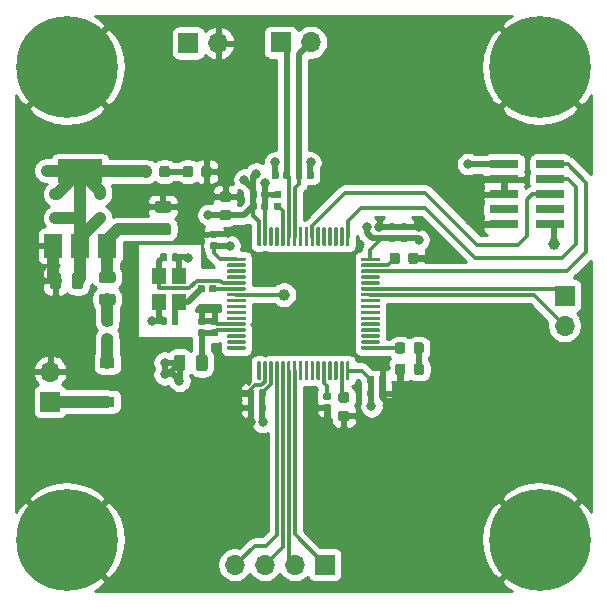
<source format=gbr>
G04 #@! TF.GenerationSoftware,KiCad,Pcbnew,(5.1.5)-3*
G04 #@! TF.CreationDate,2020-06-14T16:13:44+03:00*
G04 #@! TF.ProjectId,dev_board,6465765f-626f-4617-9264-2e6b69636164,rev?*
G04 #@! TF.SameCoordinates,Original*
G04 #@! TF.FileFunction,Copper,L1,Top*
G04 #@! TF.FilePolarity,Positive*
%FSLAX46Y46*%
G04 Gerber Fmt 4.6, Leading zero omitted, Abs format (unit mm)*
G04 Created by KiCad (PCBNEW (5.1.5)-3) date 2020-06-14 16:13:44*
%MOMM*%
%LPD*%
G04 APERTURE LIST*
%ADD10C,0.100000*%
%ADD11R,1.200000X0.900000*%
%ADD12C,0.900000*%
%ADD13C,8.600000*%
%ADD14R,1.200000X1.400000*%
%ADD15O,1.700000X1.700000*%
%ADD16R,1.700000X1.700000*%
%ADD17R,2.400000X0.740000*%
%ADD18R,3.800000X2.000000*%
%ADD19R,1.500000X2.000000*%
%ADD20C,0.800000*%
%ADD21C,1.000000*%
%ADD22C,0.300000*%
%ADD23C,0.500000*%
%ADD24C,1.000000*%
%ADD25C,0.254000*%
G04 APERTURE END LIST*
G04 #@! TA.AperFunction,SMDPad,CuDef*
D10*
G36*
X64547691Y-50686053D02*
G01*
X64568926Y-50689203D01*
X64589750Y-50694419D01*
X64609962Y-50701651D01*
X64629368Y-50710830D01*
X64647781Y-50721866D01*
X64665024Y-50734654D01*
X64680930Y-50749070D01*
X64695346Y-50764976D01*
X64708134Y-50782219D01*
X64719170Y-50800632D01*
X64728349Y-50820038D01*
X64735581Y-50840250D01*
X64740797Y-50861074D01*
X64743947Y-50882309D01*
X64745000Y-50903750D01*
X64745000Y-51416250D01*
X64743947Y-51437691D01*
X64740797Y-51458926D01*
X64735581Y-51479750D01*
X64728349Y-51499962D01*
X64719170Y-51519368D01*
X64708134Y-51537781D01*
X64695346Y-51555024D01*
X64680930Y-51570930D01*
X64665024Y-51585346D01*
X64647781Y-51598134D01*
X64629368Y-51609170D01*
X64609962Y-51618349D01*
X64589750Y-51625581D01*
X64568926Y-51630797D01*
X64547691Y-51633947D01*
X64526250Y-51635000D01*
X64088750Y-51635000D01*
X64067309Y-51633947D01*
X64046074Y-51630797D01*
X64025250Y-51625581D01*
X64005038Y-51618349D01*
X63985632Y-51609170D01*
X63967219Y-51598134D01*
X63949976Y-51585346D01*
X63934070Y-51570930D01*
X63919654Y-51555024D01*
X63906866Y-51537781D01*
X63895830Y-51519368D01*
X63886651Y-51499962D01*
X63879419Y-51479750D01*
X63874203Y-51458926D01*
X63871053Y-51437691D01*
X63870000Y-51416250D01*
X63870000Y-50903750D01*
X63871053Y-50882309D01*
X63874203Y-50861074D01*
X63879419Y-50840250D01*
X63886651Y-50820038D01*
X63895830Y-50800632D01*
X63906866Y-50782219D01*
X63919654Y-50764976D01*
X63934070Y-50749070D01*
X63949976Y-50734654D01*
X63967219Y-50721866D01*
X63985632Y-50710830D01*
X64005038Y-50701651D01*
X64025250Y-50694419D01*
X64046074Y-50689203D01*
X64067309Y-50686053D01*
X64088750Y-50685000D01*
X64526250Y-50685000D01*
X64547691Y-50686053D01*
G37*
G04 #@! TD.AperFunction*
G04 #@! TA.AperFunction,SMDPad,CuDef*
G36*
X62972691Y-50686053D02*
G01*
X62993926Y-50689203D01*
X63014750Y-50694419D01*
X63034962Y-50701651D01*
X63054368Y-50710830D01*
X63072781Y-50721866D01*
X63090024Y-50734654D01*
X63105930Y-50749070D01*
X63120346Y-50764976D01*
X63133134Y-50782219D01*
X63144170Y-50800632D01*
X63153349Y-50820038D01*
X63160581Y-50840250D01*
X63165797Y-50861074D01*
X63168947Y-50882309D01*
X63170000Y-50903750D01*
X63170000Y-51416250D01*
X63168947Y-51437691D01*
X63165797Y-51458926D01*
X63160581Y-51479750D01*
X63153349Y-51499962D01*
X63144170Y-51519368D01*
X63133134Y-51537781D01*
X63120346Y-51555024D01*
X63105930Y-51570930D01*
X63090024Y-51585346D01*
X63072781Y-51598134D01*
X63054368Y-51609170D01*
X63034962Y-51618349D01*
X63014750Y-51625581D01*
X62993926Y-51630797D01*
X62972691Y-51633947D01*
X62951250Y-51635000D01*
X62513750Y-51635000D01*
X62492309Y-51633947D01*
X62471074Y-51630797D01*
X62450250Y-51625581D01*
X62430038Y-51618349D01*
X62410632Y-51609170D01*
X62392219Y-51598134D01*
X62374976Y-51585346D01*
X62359070Y-51570930D01*
X62344654Y-51555024D01*
X62331866Y-51537781D01*
X62320830Y-51519368D01*
X62311651Y-51499962D01*
X62304419Y-51479750D01*
X62299203Y-51458926D01*
X62296053Y-51437691D01*
X62295000Y-51416250D01*
X62295000Y-50903750D01*
X62296053Y-50882309D01*
X62299203Y-50861074D01*
X62304419Y-50840250D01*
X62311651Y-50820038D01*
X62320830Y-50800632D01*
X62331866Y-50782219D01*
X62344654Y-50764976D01*
X62359070Y-50749070D01*
X62374976Y-50734654D01*
X62392219Y-50721866D01*
X62410632Y-50710830D01*
X62430038Y-50701651D01*
X62450250Y-50694419D01*
X62471074Y-50689203D01*
X62492309Y-50686053D01*
X62513750Y-50685000D01*
X62951250Y-50685000D01*
X62972691Y-50686053D01*
G37*
G04 #@! TD.AperFunction*
G04 #@! TA.AperFunction,SMDPad,CuDef*
G36*
X58687691Y-64081053D02*
G01*
X58708926Y-64084203D01*
X58729750Y-64089419D01*
X58749962Y-64096651D01*
X58769368Y-64105830D01*
X58787781Y-64116866D01*
X58805024Y-64129654D01*
X58820930Y-64144070D01*
X58835346Y-64159976D01*
X58848134Y-64177219D01*
X58859170Y-64195632D01*
X58868349Y-64215038D01*
X58875581Y-64235250D01*
X58880797Y-64256074D01*
X58883947Y-64277309D01*
X58885000Y-64298750D01*
X58885000Y-64736250D01*
X58883947Y-64757691D01*
X58880797Y-64778926D01*
X58875581Y-64799750D01*
X58868349Y-64819962D01*
X58859170Y-64839368D01*
X58848134Y-64857781D01*
X58835346Y-64875024D01*
X58820930Y-64890930D01*
X58805024Y-64905346D01*
X58787781Y-64918134D01*
X58769368Y-64929170D01*
X58749962Y-64938349D01*
X58729750Y-64945581D01*
X58708926Y-64950797D01*
X58687691Y-64953947D01*
X58666250Y-64955000D01*
X58153750Y-64955000D01*
X58132309Y-64953947D01*
X58111074Y-64950797D01*
X58090250Y-64945581D01*
X58070038Y-64938349D01*
X58050632Y-64929170D01*
X58032219Y-64918134D01*
X58014976Y-64905346D01*
X57999070Y-64890930D01*
X57984654Y-64875024D01*
X57971866Y-64857781D01*
X57960830Y-64839368D01*
X57951651Y-64819962D01*
X57944419Y-64799750D01*
X57939203Y-64778926D01*
X57936053Y-64757691D01*
X57935000Y-64736250D01*
X57935000Y-64298750D01*
X57936053Y-64277309D01*
X57939203Y-64256074D01*
X57944419Y-64235250D01*
X57951651Y-64215038D01*
X57960830Y-64195632D01*
X57971866Y-64177219D01*
X57984654Y-64159976D01*
X57999070Y-64144070D01*
X58014976Y-64129654D01*
X58032219Y-64116866D01*
X58050632Y-64105830D01*
X58070038Y-64096651D01*
X58090250Y-64089419D01*
X58111074Y-64084203D01*
X58132309Y-64081053D01*
X58153750Y-64080000D01*
X58666250Y-64080000D01*
X58687691Y-64081053D01*
G37*
G04 #@! TD.AperFunction*
G04 #@! TA.AperFunction,SMDPad,CuDef*
G36*
X58687691Y-62506053D02*
G01*
X58708926Y-62509203D01*
X58729750Y-62514419D01*
X58749962Y-62521651D01*
X58769368Y-62530830D01*
X58787781Y-62541866D01*
X58805024Y-62554654D01*
X58820930Y-62569070D01*
X58835346Y-62584976D01*
X58848134Y-62602219D01*
X58859170Y-62620632D01*
X58868349Y-62640038D01*
X58875581Y-62660250D01*
X58880797Y-62681074D01*
X58883947Y-62702309D01*
X58885000Y-62723750D01*
X58885000Y-63161250D01*
X58883947Y-63182691D01*
X58880797Y-63203926D01*
X58875581Y-63224750D01*
X58868349Y-63244962D01*
X58859170Y-63264368D01*
X58848134Y-63282781D01*
X58835346Y-63300024D01*
X58820930Y-63315930D01*
X58805024Y-63330346D01*
X58787781Y-63343134D01*
X58769368Y-63354170D01*
X58749962Y-63363349D01*
X58729750Y-63370581D01*
X58708926Y-63375797D01*
X58687691Y-63378947D01*
X58666250Y-63380000D01*
X58153750Y-63380000D01*
X58132309Y-63378947D01*
X58111074Y-63375797D01*
X58090250Y-63370581D01*
X58070038Y-63363349D01*
X58050632Y-63354170D01*
X58032219Y-63343134D01*
X58014976Y-63330346D01*
X57999070Y-63315930D01*
X57984654Y-63300024D01*
X57971866Y-63282781D01*
X57960830Y-63264368D01*
X57951651Y-63244962D01*
X57944419Y-63224750D01*
X57939203Y-63203926D01*
X57936053Y-63182691D01*
X57935000Y-63161250D01*
X57935000Y-62723750D01*
X57936053Y-62702309D01*
X57939203Y-62681074D01*
X57944419Y-62660250D01*
X57951651Y-62640038D01*
X57960830Y-62620632D01*
X57971866Y-62602219D01*
X57984654Y-62584976D01*
X57999070Y-62569070D01*
X58014976Y-62554654D01*
X58032219Y-62541866D01*
X58050632Y-62530830D01*
X58070038Y-62521651D01*
X58090250Y-62514419D01*
X58111074Y-62509203D01*
X58132309Y-62506053D01*
X58153750Y-62505000D01*
X58666250Y-62505000D01*
X58687691Y-62506053D01*
G37*
G04 #@! TD.AperFunction*
G04 #@! TA.AperFunction,SMDPad,CuDef*
G36*
X48667691Y-47081053D02*
G01*
X48688926Y-47084203D01*
X48709750Y-47089419D01*
X48729962Y-47096651D01*
X48749368Y-47105830D01*
X48767781Y-47116866D01*
X48785024Y-47129654D01*
X48800930Y-47144070D01*
X48815346Y-47159976D01*
X48828134Y-47177219D01*
X48839170Y-47195632D01*
X48848349Y-47215038D01*
X48855581Y-47235250D01*
X48860797Y-47256074D01*
X48863947Y-47277309D01*
X48865000Y-47298750D01*
X48865000Y-47736250D01*
X48863947Y-47757691D01*
X48860797Y-47778926D01*
X48855581Y-47799750D01*
X48848349Y-47819962D01*
X48839170Y-47839368D01*
X48828134Y-47857781D01*
X48815346Y-47875024D01*
X48800930Y-47890930D01*
X48785024Y-47905346D01*
X48767781Y-47918134D01*
X48749368Y-47929170D01*
X48729962Y-47938349D01*
X48709750Y-47945581D01*
X48688926Y-47950797D01*
X48667691Y-47953947D01*
X48646250Y-47955000D01*
X48133750Y-47955000D01*
X48112309Y-47953947D01*
X48091074Y-47950797D01*
X48070250Y-47945581D01*
X48050038Y-47938349D01*
X48030632Y-47929170D01*
X48012219Y-47918134D01*
X47994976Y-47905346D01*
X47979070Y-47890930D01*
X47964654Y-47875024D01*
X47951866Y-47857781D01*
X47940830Y-47839368D01*
X47931651Y-47819962D01*
X47924419Y-47799750D01*
X47919203Y-47778926D01*
X47916053Y-47757691D01*
X47915000Y-47736250D01*
X47915000Y-47298750D01*
X47916053Y-47277309D01*
X47919203Y-47256074D01*
X47924419Y-47235250D01*
X47931651Y-47215038D01*
X47940830Y-47195632D01*
X47951866Y-47177219D01*
X47964654Y-47159976D01*
X47979070Y-47144070D01*
X47994976Y-47129654D01*
X48012219Y-47116866D01*
X48030632Y-47105830D01*
X48050038Y-47096651D01*
X48070250Y-47089419D01*
X48091074Y-47084203D01*
X48112309Y-47081053D01*
X48133750Y-47080000D01*
X48646250Y-47080000D01*
X48667691Y-47081053D01*
G37*
G04 #@! TD.AperFunction*
G04 #@! TA.AperFunction,SMDPad,CuDef*
G36*
X48667691Y-45506053D02*
G01*
X48688926Y-45509203D01*
X48709750Y-45514419D01*
X48729962Y-45521651D01*
X48749368Y-45530830D01*
X48767781Y-45541866D01*
X48785024Y-45554654D01*
X48800930Y-45569070D01*
X48815346Y-45584976D01*
X48828134Y-45602219D01*
X48839170Y-45620632D01*
X48848349Y-45640038D01*
X48855581Y-45660250D01*
X48860797Y-45681074D01*
X48863947Y-45702309D01*
X48865000Y-45723750D01*
X48865000Y-46161250D01*
X48863947Y-46182691D01*
X48860797Y-46203926D01*
X48855581Y-46224750D01*
X48848349Y-46244962D01*
X48839170Y-46264368D01*
X48828134Y-46282781D01*
X48815346Y-46300024D01*
X48800930Y-46315930D01*
X48785024Y-46330346D01*
X48767781Y-46343134D01*
X48749368Y-46354170D01*
X48729962Y-46363349D01*
X48709750Y-46370581D01*
X48688926Y-46375797D01*
X48667691Y-46378947D01*
X48646250Y-46380000D01*
X48133750Y-46380000D01*
X48112309Y-46378947D01*
X48091074Y-46375797D01*
X48070250Y-46370581D01*
X48050038Y-46363349D01*
X48030632Y-46354170D01*
X48012219Y-46343134D01*
X47994976Y-46330346D01*
X47979070Y-46315930D01*
X47964654Y-46300024D01*
X47951866Y-46282781D01*
X47940830Y-46264368D01*
X47931651Y-46244962D01*
X47924419Y-46224750D01*
X47919203Y-46203926D01*
X47916053Y-46182691D01*
X47915000Y-46161250D01*
X47915000Y-45723750D01*
X47916053Y-45702309D01*
X47919203Y-45681074D01*
X47924419Y-45660250D01*
X47931651Y-45640038D01*
X47940830Y-45620632D01*
X47951866Y-45602219D01*
X47964654Y-45584976D01*
X47979070Y-45569070D01*
X47994976Y-45554654D01*
X48012219Y-45541866D01*
X48030632Y-45530830D01*
X48050038Y-45521651D01*
X48070250Y-45514419D01*
X48091074Y-45509203D01*
X48112309Y-45506053D01*
X48133750Y-45505000D01*
X48646250Y-45505000D01*
X48667691Y-45506053D01*
G37*
G04 #@! TD.AperFunction*
G04 #@! TA.AperFunction,SMDPad,CuDef*
G36*
X47586958Y-48820710D02*
G01*
X47601276Y-48822834D01*
X47615317Y-48826351D01*
X47628946Y-48831228D01*
X47642031Y-48837417D01*
X47654447Y-48844858D01*
X47666073Y-48853481D01*
X47676798Y-48863202D01*
X47686519Y-48873927D01*
X47695142Y-48885553D01*
X47702583Y-48897969D01*
X47708772Y-48911054D01*
X47713649Y-48924683D01*
X47717166Y-48938724D01*
X47719290Y-48953042D01*
X47720000Y-48967500D01*
X47720000Y-49262500D01*
X47719290Y-49276958D01*
X47717166Y-49291276D01*
X47713649Y-49305317D01*
X47708772Y-49318946D01*
X47702583Y-49332031D01*
X47695142Y-49344447D01*
X47686519Y-49356073D01*
X47676798Y-49366798D01*
X47666073Y-49376519D01*
X47654447Y-49385142D01*
X47642031Y-49392583D01*
X47628946Y-49398772D01*
X47615317Y-49403649D01*
X47601276Y-49407166D01*
X47586958Y-49409290D01*
X47572500Y-49410000D01*
X47227500Y-49410000D01*
X47213042Y-49409290D01*
X47198724Y-49407166D01*
X47184683Y-49403649D01*
X47171054Y-49398772D01*
X47157969Y-49392583D01*
X47145553Y-49385142D01*
X47133927Y-49376519D01*
X47123202Y-49366798D01*
X47113481Y-49356073D01*
X47104858Y-49344447D01*
X47097417Y-49332031D01*
X47091228Y-49318946D01*
X47086351Y-49305317D01*
X47082834Y-49291276D01*
X47080710Y-49276958D01*
X47080000Y-49262500D01*
X47080000Y-48967500D01*
X47080710Y-48953042D01*
X47082834Y-48938724D01*
X47086351Y-48924683D01*
X47091228Y-48911054D01*
X47097417Y-48897969D01*
X47104858Y-48885553D01*
X47113481Y-48873927D01*
X47123202Y-48863202D01*
X47133927Y-48853481D01*
X47145553Y-48844858D01*
X47157969Y-48837417D01*
X47171054Y-48831228D01*
X47184683Y-48826351D01*
X47198724Y-48822834D01*
X47213042Y-48820710D01*
X47227500Y-48820000D01*
X47572500Y-48820000D01*
X47586958Y-48820710D01*
G37*
G04 #@! TD.AperFunction*
G04 #@! TA.AperFunction,SMDPad,CuDef*
G36*
X47586958Y-49790710D02*
G01*
X47601276Y-49792834D01*
X47615317Y-49796351D01*
X47628946Y-49801228D01*
X47642031Y-49807417D01*
X47654447Y-49814858D01*
X47666073Y-49823481D01*
X47676798Y-49833202D01*
X47686519Y-49843927D01*
X47695142Y-49855553D01*
X47702583Y-49867969D01*
X47708772Y-49881054D01*
X47713649Y-49894683D01*
X47717166Y-49908724D01*
X47719290Y-49923042D01*
X47720000Y-49937500D01*
X47720000Y-50232500D01*
X47719290Y-50246958D01*
X47717166Y-50261276D01*
X47713649Y-50275317D01*
X47708772Y-50288946D01*
X47702583Y-50302031D01*
X47695142Y-50314447D01*
X47686519Y-50326073D01*
X47676798Y-50336798D01*
X47666073Y-50346519D01*
X47654447Y-50355142D01*
X47642031Y-50362583D01*
X47628946Y-50368772D01*
X47615317Y-50373649D01*
X47601276Y-50377166D01*
X47586958Y-50379290D01*
X47572500Y-50380000D01*
X47227500Y-50380000D01*
X47213042Y-50379290D01*
X47198724Y-50377166D01*
X47184683Y-50373649D01*
X47171054Y-50368772D01*
X47157969Y-50362583D01*
X47145553Y-50355142D01*
X47133927Y-50346519D01*
X47123202Y-50336798D01*
X47113481Y-50326073D01*
X47104858Y-50314447D01*
X47097417Y-50302031D01*
X47091228Y-50288946D01*
X47086351Y-50275317D01*
X47082834Y-50261276D01*
X47080710Y-50246958D01*
X47080000Y-50232500D01*
X47080000Y-49937500D01*
X47080710Y-49923042D01*
X47082834Y-49908724D01*
X47086351Y-49894683D01*
X47091228Y-49881054D01*
X47097417Y-49867969D01*
X47104858Y-49855553D01*
X47113481Y-49843927D01*
X47123202Y-49833202D01*
X47133927Y-49823481D01*
X47145553Y-49814858D01*
X47157969Y-49807417D01*
X47171054Y-49801228D01*
X47184683Y-49796351D01*
X47198724Y-49792834D01*
X47213042Y-49790710D01*
X47227500Y-49790000D01*
X47572500Y-49790000D01*
X47586958Y-49790710D01*
G37*
G04 #@! TD.AperFunction*
G04 #@! TA.AperFunction,SMDPad,CuDef*
G36*
X51676958Y-62260710D02*
G01*
X51691276Y-62262834D01*
X51705317Y-62266351D01*
X51718946Y-62271228D01*
X51732031Y-62277417D01*
X51744447Y-62284858D01*
X51756073Y-62293481D01*
X51766798Y-62303202D01*
X51776519Y-62313927D01*
X51785142Y-62325553D01*
X51792583Y-62337969D01*
X51798772Y-62351054D01*
X51803649Y-62364683D01*
X51807166Y-62378724D01*
X51809290Y-62393042D01*
X51810000Y-62407500D01*
X51810000Y-62752500D01*
X51809290Y-62766958D01*
X51807166Y-62781276D01*
X51803649Y-62795317D01*
X51798772Y-62808946D01*
X51792583Y-62822031D01*
X51785142Y-62834447D01*
X51776519Y-62846073D01*
X51766798Y-62856798D01*
X51756073Y-62866519D01*
X51744447Y-62875142D01*
X51732031Y-62882583D01*
X51718946Y-62888772D01*
X51705317Y-62893649D01*
X51691276Y-62897166D01*
X51676958Y-62899290D01*
X51662500Y-62900000D01*
X51367500Y-62900000D01*
X51353042Y-62899290D01*
X51338724Y-62897166D01*
X51324683Y-62893649D01*
X51311054Y-62888772D01*
X51297969Y-62882583D01*
X51285553Y-62875142D01*
X51273927Y-62866519D01*
X51263202Y-62856798D01*
X51253481Y-62846073D01*
X51244858Y-62834447D01*
X51237417Y-62822031D01*
X51231228Y-62808946D01*
X51226351Y-62795317D01*
X51222834Y-62781276D01*
X51220710Y-62766958D01*
X51220000Y-62752500D01*
X51220000Y-62407500D01*
X51220710Y-62393042D01*
X51222834Y-62378724D01*
X51226351Y-62364683D01*
X51231228Y-62351054D01*
X51237417Y-62337969D01*
X51244858Y-62325553D01*
X51253481Y-62313927D01*
X51263202Y-62303202D01*
X51273927Y-62293481D01*
X51285553Y-62284858D01*
X51297969Y-62277417D01*
X51311054Y-62271228D01*
X51324683Y-62266351D01*
X51338724Y-62262834D01*
X51353042Y-62260710D01*
X51367500Y-62260000D01*
X51662500Y-62260000D01*
X51676958Y-62260710D01*
G37*
G04 #@! TD.AperFunction*
G04 #@! TA.AperFunction,SMDPad,CuDef*
G36*
X50706958Y-62260710D02*
G01*
X50721276Y-62262834D01*
X50735317Y-62266351D01*
X50748946Y-62271228D01*
X50762031Y-62277417D01*
X50774447Y-62284858D01*
X50786073Y-62293481D01*
X50796798Y-62303202D01*
X50806519Y-62313927D01*
X50815142Y-62325553D01*
X50822583Y-62337969D01*
X50828772Y-62351054D01*
X50833649Y-62364683D01*
X50837166Y-62378724D01*
X50839290Y-62393042D01*
X50840000Y-62407500D01*
X50840000Y-62752500D01*
X50839290Y-62766958D01*
X50837166Y-62781276D01*
X50833649Y-62795317D01*
X50828772Y-62808946D01*
X50822583Y-62822031D01*
X50815142Y-62834447D01*
X50806519Y-62846073D01*
X50796798Y-62856798D01*
X50786073Y-62866519D01*
X50774447Y-62875142D01*
X50762031Y-62882583D01*
X50748946Y-62888772D01*
X50735317Y-62893649D01*
X50721276Y-62897166D01*
X50706958Y-62899290D01*
X50692500Y-62900000D01*
X50397500Y-62900000D01*
X50383042Y-62899290D01*
X50368724Y-62897166D01*
X50354683Y-62893649D01*
X50341054Y-62888772D01*
X50327969Y-62882583D01*
X50315553Y-62875142D01*
X50303927Y-62866519D01*
X50293202Y-62856798D01*
X50283481Y-62846073D01*
X50274858Y-62834447D01*
X50267417Y-62822031D01*
X50261228Y-62808946D01*
X50256351Y-62795317D01*
X50252834Y-62781276D01*
X50250710Y-62766958D01*
X50250000Y-62752500D01*
X50250000Y-62407500D01*
X50250710Y-62393042D01*
X50252834Y-62378724D01*
X50256351Y-62364683D01*
X50261228Y-62351054D01*
X50267417Y-62337969D01*
X50274858Y-62325553D01*
X50283481Y-62313927D01*
X50293202Y-62303202D01*
X50303927Y-62293481D01*
X50315553Y-62284858D01*
X50327969Y-62277417D01*
X50341054Y-62271228D01*
X50354683Y-62266351D01*
X50368724Y-62262834D01*
X50383042Y-62260710D01*
X50397500Y-62260000D01*
X50692500Y-62260000D01*
X50706958Y-62260710D01*
G37*
G04 #@! TD.AperFunction*
G04 #@! TA.AperFunction,SMDPad,CuDef*
G36*
X50706958Y-63510710D02*
G01*
X50721276Y-63512834D01*
X50735317Y-63516351D01*
X50748946Y-63521228D01*
X50762031Y-63527417D01*
X50774447Y-63534858D01*
X50786073Y-63543481D01*
X50796798Y-63553202D01*
X50806519Y-63563927D01*
X50815142Y-63575553D01*
X50822583Y-63587969D01*
X50828772Y-63601054D01*
X50833649Y-63614683D01*
X50837166Y-63628724D01*
X50839290Y-63643042D01*
X50840000Y-63657500D01*
X50840000Y-64002500D01*
X50839290Y-64016958D01*
X50837166Y-64031276D01*
X50833649Y-64045317D01*
X50828772Y-64058946D01*
X50822583Y-64072031D01*
X50815142Y-64084447D01*
X50806519Y-64096073D01*
X50796798Y-64106798D01*
X50786073Y-64116519D01*
X50774447Y-64125142D01*
X50762031Y-64132583D01*
X50748946Y-64138772D01*
X50735317Y-64143649D01*
X50721276Y-64147166D01*
X50706958Y-64149290D01*
X50692500Y-64150000D01*
X50397500Y-64150000D01*
X50383042Y-64149290D01*
X50368724Y-64147166D01*
X50354683Y-64143649D01*
X50341054Y-64138772D01*
X50327969Y-64132583D01*
X50315553Y-64125142D01*
X50303927Y-64116519D01*
X50293202Y-64106798D01*
X50283481Y-64096073D01*
X50274858Y-64084447D01*
X50267417Y-64072031D01*
X50261228Y-64058946D01*
X50256351Y-64045317D01*
X50252834Y-64031276D01*
X50250710Y-64016958D01*
X50250000Y-64002500D01*
X50250000Y-63657500D01*
X50250710Y-63643042D01*
X50252834Y-63628724D01*
X50256351Y-63614683D01*
X50261228Y-63601054D01*
X50267417Y-63587969D01*
X50274858Y-63575553D01*
X50283481Y-63563927D01*
X50293202Y-63553202D01*
X50303927Y-63543481D01*
X50315553Y-63534858D01*
X50327969Y-63527417D01*
X50341054Y-63521228D01*
X50354683Y-63516351D01*
X50368724Y-63512834D01*
X50383042Y-63510710D01*
X50397500Y-63510000D01*
X50692500Y-63510000D01*
X50706958Y-63510710D01*
G37*
G04 #@! TD.AperFunction*
G04 #@! TA.AperFunction,SMDPad,CuDef*
G36*
X51676958Y-63510710D02*
G01*
X51691276Y-63512834D01*
X51705317Y-63516351D01*
X51718946Y-63521228D01*
X51732031Y-63527417D01*
X51744447Y-63534858D01*
X51756073Y-63543481D01*
X51766798Y-63553202D01*
X51776519Y-63563927D01*
X51785142Y-63575553D01*
X51792583Y-63587969D01*
X51798772Y-63601054D01*
X51803649Y-63614683D01*
X51807166Y-63628724D01*
X51809290Y-63643042D01*
X51810000Y-63657500D01*
X51810000Y-64002500D01*
X51809290Y-64016958D01*
X51807166Y-64031276D01*
X51803649Y-64045317D01*
X51798772Y-64058946D01*
X51792583Y-64072031D01*
X51785142Y-64084447D01*
X51776519Y-64096073D01*
X51766798Y-64106798D01*
X51756073Y-64116519D01*
X51744447Y-64125142D01*
X51732031Y-64132583D01*
X51718946Y-64138772D01*
X51705317Y-64143649D01*
X51691276Y-64147166D01*
X51676958Y-64149290D01*
X51662500Y-64150000D01*
X51367500Y-64150000D01*
X51353042Y-64149290D01*
X51338724Y-64147166D01*
X51324683Y-64143649D01*
X51311054Y-64138772D01*
X51297969Y-64132583D01*
X51285553Y-64125142D01*
X51273927Y-64116519D01*
X51263202Y-64106798D01*
X51253481Y-64096073D01*
X51244858Y-64084447D01*
X51237417Y-64072031D01*
X51231228Y-64058946D01*
X51226351Y-64045317D01*
X51222834Y-64031276D01*
X51220710Y-64016958D01*
X51220000Y-64002500D01*
X51220000Y-63657500D01*
X51220710Y-63643042D01*
X51222834Y-63628724D01*
X51226351Y-63614683D01*
X51231228Y-63601054D01*
X51237417Y-63587969D01*
X51244858Y-63575553D01*
X51253481Y-63563927D01*
X51263202Y-63553202D01*
X51273927Y-63543481D01*
X51285553Y-63534858D01*
X51297969Y-63527417D01*
X51311054Y-63521228D01*
X51324683Y-63516351D01*
X51338724Y-63512834D01*
X51353042Y-63510710D01*
X51367500Y-63510000D01*
X51662500Y-63510000D01*
X51676958Y-63510710D01*
G37*
G04 #@! TD.AperFunction*
G04 #@! TA.AperFunction,SMDPad,CuDef*
G36*
X60866958Y-61140710D02*
G01*
X60881276Y-61142834D01*
X60895317Y-61146351D01*
X60908946Y-61151228D01*
X60922031Y-61157417D01*
X60934447Y-61164858D01*
X60946073Y-61173481D01*
X60956798Y-61183202D01*
X60966519Y-61193927D01*
X60975142Y-61205553D01*
X60982583Y-61217969D01*
X60988772Y-61231054D01*
X60993649Y-61244683D01*
X60997166Y-61258724D01*
X60999290Y-61273042D01*
X61000000Y-61287500D01*
X61000000Y-61632500D01*
X60999290Y-61646958D01*
X60997166Y-61661276D01*
X60993649Y-61675317D01*
X60988772Y-61688946D01*
X60982583Y-61702031D01*
X60975142Y-61714447D01*
X60966519Y-61726073D01*
X60956798Y-61736798D01*
X60946073Y-61746519D01*
X60934447Y-61755142D01*
X60922031Y-61762583D01*
X60908946Y-61768772D01*
X60895317Y-61773649D01*
X60881276Y-61777166D01*
X60866958Y-61779290D01*
X60852500Y-61780000D01*
X60557500Y-61780000D01*
X60543042Y-61779290D01*
X60528724Y-61777166D01*
X60514683Y-61773649D01*
X60501054Y-61768772D01*
X60487969Y-61762583D01*
X60475553Y-61755142D01*
X60463927Y-61746519D01*
X60453202Y-61736798D01*
X60443481Y-61726073D01*
X60434858Y-61714447D01*
X60427417Y-61702031D01*
X60421228Y-61688946D01*
X60416351Y-61675317D01*
X60412834Y-61661276D01*
X60410710Y-61646958D01*
X60410000Y-61632500D01*
X60410000Y-61287500D01*
X60410710Y-61273042D01*
X60412834Y-61258724D01*
X60416351Y-61244683D01*
X60421228Y-61231054D01*
X60427417Y-61217969D01*
X60434858Y-61205553D01*
X60443481Y-61193927D01*
X60453202Y-61183202D01*
X60463927Y-61173481D01*
X60475553Y-61164858D01*
X60487969Y-61157417D01*
X60501054Y-61151228D01*
X60514683Y-61146351D01*
X60528724Y-61142834D01*
X60543042Y-61140710D01*
X60557500Y-61140000D01*
X60852500Y-61140000D01*
X60866958Y-61140710D01*
G37*
G04 #@! TD.AperFunction*
G04 #@! TA.AperFunction,SMDPad,CuDef*
G36*
X61836958Y-61140710D02*
G01*
X61851276Y-61142834D01*
X61865317Y-61146351D01*
X61878946Y-61151228D01*
X61892031Y-61157417D01*
X61904447Y-61164858D01*
X61916073Y-61173481D01*
X61926798Y-61183202D01*
X61936519Y-61193927D01*
X61945142Y-61205553D01*
X61952583Y-61217969D01*
X61958772Y-61231054D01*
X61963649Y-61244683D01*
X61967166Y-61258724D01*
X61969290Y-61273042D01*
X61970000Y-61287500D01*
X61970000Y-61632500D01*
X61969290Y-61646958D01*
X61967166Y-61661276D01*
X61963649Y-61675317D01*
X61958772Y-61688946D01*
X61952583Y-61702031D01*
X61945142Y-61714447D01*
X61936519Y-61726073D01*
X61926798Y-61736798D01*
X61916073Y-61746519D01*
X61904447Y-61755142D01*
X61892031Y-61762583D01*
X61878946Y-61768772D01*
X61865317Y-61773649D01*
X61851276Y-61777166D01*
X61836958Y-61779290D01*
X61822500Y-61780000D01*
X61527500Y-61780000D01*
X61513042Y-61779290D01*
X61498724Y-61777166D01*
X61484683Y-61773649D01*
X61471054Y-61768772D01*
X61457969Y-61762583D01*
X61445553Y-61755142D01*
X61433927Y-61746519D01*
X61423202Y-61736798D01*
X61413481Y-61726073D01*
X61404858Y-61714447D01*
X61397417Y-61702031D01*
X61391228Y-61688946D01*
X61386351Y-61675317D01*
X61382834Y-61661276D01*
X61380710Y-61646958D01*
X61380000Y-61632500D01*
X61380000Y-61287500D01*
X61380710Y-61273042D01*
X61382834Y-61258724D01*
X61386351Y-61244683D01*
X61391228Y-61231054D01*
X61397417Y-61217969D01*
X61404858Y-61205553D01*
X61413481Y-61193927D01*
X61423202Y-61183202D01*
X61433927Y-61173481D01*
X61445553Y-61164858D01*
X61457969Y-61157417D01*
X61471054Y-61151228D01*
X61484683Y-61146351D01*
X61498724Y-61142834D01*
X61513042Y-61140710D01*
X61527500Y-61140000D01*
X61822500Y-61140000D01*
X61836958Y-61140710D01*
G37*
G04 #@! TD.AperFunction*
G04 #@! TA.AperFunction,SMDPad,CuDef*
G36*
X61846958Y-62280710D02*
G01*
X61861276Y-62282834D01*
X61875317Y-62286351D01*
X61888946Y-62291228D01*
X61902031Y-62297417D01*
X61914447Y-62304858D01*
X61926073Y-62313481D01*
X61936798Y-62323202D01*
X61946519Y-62333927D01*
X61955142Y-62345553D01*
X61962583Y-62357969D01*
X61968772Y-62371054D01*
X61973649Y-62384683D01*
X61977166Y-62398724D01*
X61979290Y-62413042D01*
X61980000Y-62427500D01*
X61980000Y-62772500D01*
X61979290Y-62786958D01*
X61977166Y-62801276D01*
X61973649Y-62815317D01*
X61968772Y-62828946D01*
X61962583Y-62842031D01*
X61955142Y-62854447D01*
X61946519Y-62866073D01*
X61936798Y-62876798D01*
X61926073Y-62886519D01*
X61914447Y-62895142D01*
X61902031Y-62902583D01*
X61888946Y-62908772D01*
X61875317Y-62913649D01*
X61861276Y-62917166D01*
X61846958Y-62919290D01*
X61832500Y-62920000D01*
X61537500Y-62920000D01*
X61523042Y-62919290D01*
X61508724Y-62917166D01*
X61494683Y-62913649D01*
X61481054Y-62908772D01*
X61467969Y-62902583D01*
X61455553Y-62895142D01*
X61443927Y-62886519D01*
X61433202Y-62876798D01*
X61423481Y-62866073D01*
X61414858Y-62854447D01*
X61407417Y-62842031D01*
X61401228Y-62828946D01*
X61396351Y-62815317D01*
X61392834Y-62801276D01*
X61390710Y-62786958D01*
X61390000Y-62772500D01*
X61390000Y-62427500D01*
X61390710Y-62413042D01*
X61392834Y-62398724D01*
X61396351Y-62384683D01*
X61401228Y-62371054D01*
X61407417Y-62357969D01*
X61414858Y-62345553D01*
X61423481Y-62333927D01*
X61433202Y-62323202D01*
X61443927Y-62313481D01*
X61455553Y-62304858D01*
X61467969Y-62297417D01*
X61481054Y-62291228D01*
X61494683Y-62286351D01*
X61508724Y-62282834D01*
X61523042Y-62280710D01*
X61537500Y-62280000D01*
X61832500Y-62280000D01*
X61846958Y-62280710D01*
G37*
G04 #@! TD.AperFunction*
G04 #@! TA.AperFunction,SMDPad,CuDef*
G36*
X60876958Y-62280710D02*
G01*
X60891276Y-62282834D01*
X60905317Y-62286351D01*
X60918946Y-62291228D01*
X60932031Y-62297417D01*
X60944447Y-62304858D01*
X60956073Y-62313481D01*
X60966798Y-62323202D01*
X60976519Y-62333927D01*
X60985142Y-62345553D01*
X60992583Y-62357969D01*
X60998772Y-62371054D01*
X61003649Y-62384683D01*
X61007166Y-62398724D01*
X61009290Y-62413042D01*
X61010000Y-62427500D01*
X61010000Y-62772500D01*
X61009290Y-62786958D01*
X61007166Y-62801276D01*
X61003649Y-62815317D01*
X60998772Y-62828946D01*
X60992583Y-62842031D01*
X60985142Y-62854447D01*
X60976519Y-62866073D01*
X60966798Y-62876798D01*
X60956073Y-62886519D01*
X60944447Y-62895142D01*
X60932031Y-62902583D01*
X60918946Y-62908772D01*
X60905317Y-62913649D01*
X60891276Y-62917166D01*
X60876958Y-62919290D01*
X60862500Y-62920000D01*
X60567500Y-62920000D01*
X60553042Y-62919290D01*
X60538724Y-62917166D01*
X60524683Y-62913649D01*
X60511054Y-62908772D01*
X60497969Y-62902583D01*
X60485553Y-62895142D01*
X60473927Y-62886519D01*
X60463202Y-62876798D01*
X60453481Y-62866073D01*
X60444858Y-62854447D01*
X60437417Y-62842031D01*
X60431228Y-62828946D01*
X60426351Y-62815317D01*
X60422834Y-62801276D01*
X60420710Y-62786958D01*
X60420000Y-62772500D01*
X60420000Y-62427500D01*
X60420710Y-62413042D01*
X60422834Y-62398724D01*
X60426351Y-62384683D01*
X60431228Y-62371054D01*
X60437417Y-62357969D01*
X60444858Y-62345553D01*
X60453481Y-62333927D01*
X60463202Y-62323202D01*
X60473927Y-62313481D01*
X60485553Y-62304858D01*
X60497969Y-62297417D01*
X60511054Y-62291228D01*
X60524683Y-62286351D01*
X60538724Y-62282834D01*
X60553042Y-62280710D01*
X60567500Y-62280000D01*
X60862500Y-62280000D01*
X60876958Y-62280710D01*
G37*
G04 #@! TD.AperFunction*
G04 #@! TA.AperFunction,SMDPad,CuDef*
G36*
X63686958Y-49190710D02*
G01*
X63701276Y-49192834D01*
X63715317Y-49196351D01*
X63728946Y-49201228D01*
X63742031Y-49207417D01*
X63754447Y-49214858D01*
X63766073Y-49223481D01*
X63776798Y-49233202D01*
X63786519Y-49243927D01*
X63795142Y-49255553D01*
X63802583Y-49267969D01*
X63808772Y-49281054D01*
X63813649Y-49294683D01*
X63817166Y-49308724D01*
X63819290Y-49323042D01*
X63820000Y-49337500D01*
X63820000Y-49632500D01*
X63819290Y-49646958D01*
X63817166Y-49661276D01*
X63813649Y-49675317D01*
X63808772Y-49688946D01*
X63802583Y-49702031D01*
X63795142Y-49714447D01*
X63786519Y-49726073D01*
X63776798Y-49736798D01*
X63766073Y-49746519D01*
X63754447Y-49755142D01*
X63742031Y-49762583D01*
X63728946Y-49768772D01*
X63715317Y-49773649D01*
X63701276Y-49777166D01*
X63686958Y-49779290D01*
X63672500Y-49780000D01*
X63327500Y-49780000D01*
X63313042Y-49779290D01*
X63298724Y-49777166D01*
X63284683Y-49773649D01*
X63271054Y-49768772D01*
X63257969Y-49762583D01*
X63245553Y-49755142D01*
X63233927Y-49746519D01*
X63223202Y-49736798D01*
X63213481Y-49726073D01*
X63204858Y-49714447D01*
X63197417Y-49702031D01*
X63191228Y-49688946D01*
X63186351Y-49675317D01*
X63182834Y-49661276D01*
X63180710Y-49646958D01*
X63180000Y-49632500D01*
X63180000Y-49337500D01*
X63180710Y-49323042D01*
X63182834Y-49308724D01*
X63186351Y-49294683D01*
X63191228Y-49281054D01*
X63197417Y-49267969D01*
X63204858Y-49255553D01*
X63213481Y-49243927D01*
X63223202Y-49233202D01*
X63233927Y-49223481D01*
X63245553Y-49214858D01*
X63257969Y-49207417D01*
X63271054Y-49201228D01*
X63284683Y-49196351D01*
X63298724Y-49192834D01*
X63313042Y-49190710D01*
X63327500Y-49190000D01*
X63672500Y-49190000D01*
X63686958Y-49190710D01*
G37*
G04 #@! TD.AperFunction*
G04 #@! TA.AperFunction,SMDPad,CuDef*
G36*
X63686958Y-48220710D02*
G01*
X63701276Y-48222834D01*
X63715317Y-48226351D01*
X63728946Y-48231228D01*
X63742031Y-48237417D01*
X63754447Y-48244858D01*
X63766073Y-48253481D01*
X63776798Y-48263202D01*
X63786519Y-48273927D01*
X63795142Y-48285553D01*
X63802583Y-48297969D01*
X63808772Y-48311054D01*
X63813649Y-48324683D01*
X63817166Y-48338724D01*
X63819290Y-48353042D01*
X63820000Y-48367500D01*
X63820000Y-48662500D01*
X63819290Y-48676958D01*
X63817166Y-48691276D01*
X63813649Y-48705317D01*
X63808772Y-48718946D01*
X63802583Y-48732031D01*
X63795142Y-48744447D01*
X63786519Y-48756073D01*
X63776798Y-48766798D01*
X63766073Y-48776519D01*
X63754447Y-48785142D01*
X63742031Y-48792583D01*
X63728946Y-48798772D01*
X63715317Y-48803649D01*
X63701276Y-48807166D01*
X63686958Y-48809290D01*
X63672500Y-48810000D01*
X63327500Y-48810000D01*
X63313042Y-48809290D01*
X63298724Y-48807166D01*
X63284683Y-48803649D01*
X63271054Y-48798772D01*
X63257969Y-48792583D01*
X63245553Y-48785142D01*
X63233927Y-48776519D01*
X63223202Y-48766798D01*
X63213481Y-48756073D01*
X63204858Y-48744447D01*
X63197417Y-48732031D01*
X63191228Y-48718946D01*
X63186351Y-48705317D01*
X63182834Y-48691276D01*
X63180710Y-48676958D01*
X63180000Y-48662500D01*
X63180000Y-48367500D01*
X63180710Y-48353042D01*
X63182834Y-48338724D01*
X63186351Y-48324683D01*
X63191228Y-48311054D01*
X63197417Y-48297969D01*
X63204858Y-48285553D01*
X63213481Y-48273927D01*
X63223202Y-48263202D01*
X63233927Y-48253481D01*
X63245553Y-48244858D01*
X63257969Y-48237417D01*
X63271054Y-48231228D01*
X63284683Y-48226351D01*
X63298724Y-48222834D01*
X63313042Y-48220710D01*
X63327500Y-48220000D01*
X63672500Y-48220000D01*
X63686958Y-48220710D01*
G37*
G04 #@! TD.AperFunction*
G04 #@! TA.AperFunction,SMDPad,CuDef*
G36*
X62686958Y-49190710D02*
G01*
X62701276Y-49192834D01*
X62715317Y-49196351D01*
X62728946Y-49201228D01*
X62742031Y-49207417D01*
X62754447Y-49214858D01*
X62766073Y-49223481D01*
X62776798Y-49233202D01*
X62786519Y-49243927D01*
X62795142Y-49255553D01*
X62802583Y-49267969D01*
X62808772Y-49281054D01*
X62813649Y-49294683D01*
X62817166Y-49308724D01*
X62819290Y-49323042D01*
X62820000Y-49337500D01*
X62820000Y-49632500D01*
X62819290Y-49646958D01*
X62817166Y-49661276D01*
X62813649Y-49675317D01*
X62808772Y-49688946D01*
X62802583Y-49702031D01*
X62795142Y-49714447D01*
X62786519Y-49726073D01*
X62776798Y-49736798D01*
X62766073Y-49746519D01*
X62754447Y-49755142D01*
X62742031Y-49762583D01*
X62728946Y-49768772D01*
X62715317Y-49773649D01*
X62701276Y-49777166D01*
X62686958Y-49779290D01*
X62672500Y-49780000D01*
X62327500Y-49780000D01*
X62313042Y-49779290D01*
X62298724Y-49777166D01*
X62284683Y-49773649D01*
X62271054Y-49768772D01*
X62257969Y-49762583D01*
X62245553Y-49755142D01*
X62233927Y-49746519D01*
X62223202Y-49736798D01*
X62213481Y-49726073D01*
X62204858Y-49714447D01*
X62197417Y-49702031D01*
X62191228Y-49688946D01*
X62186351Y-49675317D01*
X62182834Y-49661276D01*
X62180710Y-49646958D01*
X62180000Y-49632500D01*
X62180000Y-49337500D01*
X62180710Y-49323042D01*
X62182834Y-49308724D01*
X62186351Y-49294683D01*
X62191228Y-49281054D01*
X62197417Y-49267969D01*
X62204858Y-49255553D01*
X62213481Y-49243927D01*
X62223202Y-49233202D01*
X62233927Y-49223481D01*
X62245553Y-49214858D01*
X62257969Y-49207417D01*
X62271054Y-49201228D01*
X62284683Y-49196351D01*
X62298724Y-49192834D01*
X62313042Y-49190710D01*
X62327500Y-49190000D01*
X62672500Y-49190000D01*
X62686958Y-49190710D01*
G37*
G04 #@! TD.AperFunction*
G04 #@! TA.AperFunction,SMDPad,CuDef*
G36*
X62686958Y-48220710D02*
G01*
X62701276Y-48222834D01*
X62715317Y-48226351D01*
X62728946Y-48231228D01*
X62742031Y-48237417D01*
X62754447Y-48244858D01*
X62766073Y-48253481D01*
X62776798Y-48263202D01*
X62786519Y-48273927D01*
X62795142Y-48285553D01*
X62802583Y-48297969D01*
X62808772Y-48311054D01*
X62813649Y-48324683D01*
X62817166Y-48338724D01*
X62819290Y-48353042D01*
X62820000Y-48367500D01*
X62820000Y-48662500D01*
X62819290Y-48676958D01*
X62817166Y-48691276D01*
X62813649Y-48705317D01*
X62808772Y-48718946D01*
X62802583Y-48732031D01*
X62795142Y-48744447D01*
X62786519Y-48756073D01*
X62776798Y-48766798D01*
X62766073Y-48776519D01*
X62754447Y-48785142D01*
X62742031Y-48792583D01*
X62728946Y-48798772D01*
X62715317Y-48803649D01*
X62701276Y-48807166D01*
X62686958Y-48809290D01*
X62672500Y-48810000D01*
X62327500Y-48810000D01*
X62313042Y-48809290D01*
X62298724Y-48807166D01*
X62284683Y-48803649D01*
X62271054Y-48798772D01*
X62257969Y-48792583D01*
X62245553Y-48785142D01*
X62233927Y-48776519D01*
X62223202Y-48766798D01*
X62213481Y-48756073D01*
X62204858Y-48744447D01*
X62197417Y-48732031D01*
X62191228Y-48718946D01*
X62186351Y-48705317D01*
X62182834Y-48691276D01*
X62180710Y-48676958D01*
X62180000Y-48662500D01*
X62180000Y-48367500D01*
X62180710Y-48353042D01*
X62182834Y-48338724D01*
X62186351Y-48324683D01*
X62191228Y-48311054D01*
X62197417Y-48297969D01*
X62204858Y-48285553D01*
X62213481Y-48273927D01*
X62223202Y-48263202D01*
X62233927Y-48253481D01*
X62245553Y-48244858D01*
X62257969Y-48237417D01*
X62271054Y-48231228D01*
X62284683Y-48226351D01*
X62298724Y-48222834D01*
X62313042Y-48220710D01*
X62327500Y-48220000D01*
X62672500Y-48220000D01*
X62686958Y-48220710D01*
G37*
G04 #@! TD.AperFunction*
G04 #@! TA.AperFunction,SMDPad,CuDef*
G36*
X50926958Y-46430710D02*
G01*
X50941276Y-46432834D01*
X50955317Y-46436351D01*
X50968946Y-46441228D01*
X50982031Y-46447417D01*
X50994447Y-46454858D01*
X51006073Y-46463481D01*
X51016798Y-46473202D01*
X51026519Y-46483927D01*
X51035142Y-46495553D01*
X51042583Y-46507969D01*
X51048772Y-46521054D01*
X51053649Y-46534683D01*
X51057166Y-46548724D01*
X51059290Y-46563042D01*
X51060000Y-46577500D01*
X51060000Y-46922500D01*
X51059290Y-46936958D01*
X51057166Y-46951276D01*
X51053649Y-46965317D01*
X51048772Y-46978946D01*
X51042583Y-46992031D01*
X51035142Y-47004447D01*
X51026519Y-47016073D01*
X51016798Y-47026798D01*
X51006073Y-47036519D01*
X50994447Y-47045142D01*
X50982031Y-47052583D01*
X50968946Y-47058772D01*
X50955317Y-47063649D01*
X50941276Y-47067166D01*
X50926958Y-47069290D01*
X50912500Y-47070000D01*
X50617500Y-47070000D01*
X50603042Y-47069290D01*
X50588724Y-47067166D01*
X50574683Y-47063649D01*
X50561054Y-47058772D01*
X50547969Y-47052583D01*
X50535553Y-47045142D01*
X50523927Y-47036519D01*
X50513202Y-47026798D01*
X50503481Y-47016073D01*
X50494858Y-47004447D01*
X50487417Y-46992031D01*
X50481228Y-46978946D01*
X50476351Y-46965317D01*
X50472834Y-46951276D01*
X50470710Y-46936958D01*
X50470000Y-46922500D01*
X50470000Y-46577500D01*
X50470710Y-46563042D01*
X50472834Y-46548724D01*
X50476351Y-46534683D01*
X50481228Y-46521054D01*
X50487417Y-46507969D01*
X50494858Y-46495553D01*
X50503481Y-46483927D01*
X50513202Y-46473202D01*
X50523927Y-46463481D01*
X50535553Y-46454858D01*
X50547969Y-46447417D01*
X50561054Y-46441228D01*
X50574683Y-46436351D01*
X50588724Y-46432834D01*
X50603042Y-46430710D01*
X50617500Y-46430000D01*
X50912500Y-46430000D01*
X50926958Y-46430710D01*
G37*
G04 #@! TD.AperFunction*
G04 #@! TA.AperFunction,SMDPad,CuDef*
G36*
X51896958Y-46430710D02*
G01*
X51911276Y-46432834D01*
X51925317Y-46436351D01*
X51938946Y-46441228D01*
X51952031Y-46447417D01*
X51964447Y-46454858D01*
X51976073Y-46463481D01*
X51986798Y-46473202D01*
X51996519Y-46483927D01*
X52005142Y-46495553D01*
X52012583Y-46507969D01*
X52018772Y-46521054D01*
X52023649Y-46534683D01*
X52027166Y-46548724D01*
X52029290Y-46563042D01*
X52030000Y-46577500D01*
X52030000Y-46922500D01*
X52029290Y-46936958D01*
X52027166Y-46951276D01*
X52023649Y-46965317D01*
X52018772Y-46978946D01*
X52012583Y-46992031D01*
X52005142Y-47004447D01*
X51996519Y-47016073D01*
X51986798Y-47026798D01*
X51976073Y-47036519D01*
X51964447Y-47045142D01*
X51952031Y-47052583D01*
X51938946Y-47058772D01*
X51925317Y-47063649D01*
X51911276Y-47067166D01*
X51896958Y-47069290D01*
X51882500Y-47070000D01*
X51587500Y-47070000D01*
X51573042Y-47069290D01*
X51558724Y-47067166D01*
X51544683Y-47063649D01*
X51531054Y-47058772D01*
X51517969Y-47052583D01*
X51505553Y-47045142D01*
X51493927Y-47036519D01*
X51483202Y-47026798D01*
X51473481Y-47016073D01*
X51464858Y-47004447D01*
X51457417Y-46992031D01*
X51451228Y-46978946D01*
X51446351Y-46965317D01*
X51442834Y-46951276D01*
X51440710Y-46936958D01*
X51440000Y-46922500D01*
X51440000Y-46577500D01*
X51440710Y-46563042D01*
X51442834Y-46548724D01*
X51446351Y-46534683D01*
X51451228Y-46521054D01*
X51457417Y-46507969D01*
X51464858Y-46495553D01*
X51473481Y-46483927D01*
X51483202Y-46473202D01*
X51493927Y-46463481D01*
X51505553Y-46454858D01*
X51517969Y-46447417D01*
X51531054Y-46441228D01*
X51544683Y-46436351D01*
X51558724Y-46432834D01*
X51573042Y-46430710D01*
X51587500Y-46430000D01*
X51882500Y-46430000D01*
X51896958Y-46430710D01*
G37*
G04 #@! TD.AperFunction*
G04 #@! TA.AperFunction,SMDPad,CuDef*
G36*
X51896958Y-45430710D02*
G01*
X51911276Y-45432834D01*
X51925317Y-45436351D01*
X51938946Y-45441228D01*
X51952031Y-45447417D01*
X51964447Y-45454858D01*
X51976073Y-45463481D01*
X51986798Y-45473202D01*
X51996519Y-45483927D01*
X52005142Y-45495553D01*
X52012583Y-45507969D01*
X52018772Y-45521054D01*
X52023649Y-45534683D01*
X52027166Y-45548724D01*
X52029290Y-45563042D01*
X52030000Y-45577500D01*
X52030000Y-45922500D01*
X52029290Y-45936958D01*
X52027166Y-45951276D01*
X52023649Y-45965317D01*
X52018772Y-45978946D01*
X52012583Y-45992031D01*
X52005142Y-46004447D01*
X51996519Y-46016073D01*
X51986798Y-46026798D01*
X51976073Y-46036519D01*
X51964447Y-46045142D01*
X51952031Y-46052583D01*
X51938946Y-46058772D01*
X51925317Y-46063649D01*
X51911276Y-46067166D01*
X51896958Y-46069290D01*
X51882500Y-46070000D01*
X51587500Y-46070000D01*
X51573042Y-46069290D01*
X51558724Y-46067166D01*
X51544683Y-46063649D01*
X51531054Y-46058772D01*
X51517969Y-46052583D01*
X51505553Y-46045142D01*
X51493927Y-46036519D01*
X51483202Y-46026798D01*
X51473481Y-46016073D01*
X51464858Y-46004447D01*
X51457417Y-45992031D01*
X51451228Y-45978946D01*
X51446351Y-45965317D01*
X51442834Y-45951276D01*
X51440710Y-45936958D01*
X51440000Y-45922500D01*
X51440000Y-45577500D01*
X51440710Y-45563042D01*
X51442834Y-45548724D01*
X51446351Y-45534683D01*
X51451228Y-45521054D01*
X51457417Y-45507969D01*
X51464858Y-45495553D01*
X51473481Y-45483927D01*
X51483202Y-45473202D01*
X51493927Y-45463481D01*
X51505553Y-45454858D01*
X51517969Y-45447417D01*
X51531054Y-45441228D01*
X51544683Y-45436351D01*
X51558724Y-45432834D01*
X51573042Y-45430710D01*
X51587500Y-45430000D01*
X51882500Y-45430000D01*
X51896958Y-45430710D01*
G37*
G04 #@! TD.AperFunction*
G04 #@! TA.AperFunction,SMDPad,CuDef*
G36*
X50926958Y-45430710D02*
G01*
X50941276Y-45432834D01*
X50955317Y-45436351D01*
X50968946Y-45441228D01*
X50982031Y-45447417D01*
X50994447Y-45454858D01*
X51006073Y-45463481D01*
X51016798Y-45473202D01*
X51026519Y-45483927D01*
X51035142Y-45495553D01*
X51042583Y-45507969D01*
X51048772Y-45521054D01*
X51053649Y-45534683D01*
X51057166Y-45548724D01*
X51059290Y-45563042D01*
X51060000Y-45577500D01*
X51060000Y-45922500D01*
X51059290Y-45936958D01*
X51057166Y-45951276D01*
X51053649Y-45965317D01*
X51048772Y-45978946D01*
X51042583Y-45992031D01*
X51035142Y-46004447D01*
X51026519Y-46016073D01*
X51016798Y-46026798D01*
X51006073Y-46036519D01*
X50994447Y-46045142D01*
X50982031Y-46052583D01*
X50968946Y-46058772D01*
X50955317Y-46063649D01*
X50941276Y-46067166D01*
X50926958Y-46069290D01*
X50912500Y-46070000D01*
X50617500Y-46070000D01*
X50603042Y-46069290D01*
X50588724Y-46067166D01*
X50574683Y-46063649D01*
X50561054Y-46058772D01*
X50547969Y-46052583D01*
X50535553Y-46045142D01*
X50523927Y-46036519D01*
X50513202Y-46026798D01*
X50503481Y-46016073D01*
X50494858Y-46004447D01*
X50487417Y-45992031D01*
X50481228Y-45978946D01*
X50476351Y-45965317D01*
X50472834Y-45951276D01*
X50470710Y-45936958D01*
X50470000Y-45922500D01*
X50470000Y-45577500D01*
X50470710Y-45563042D01*
X50472834Y-45548724D01*
X50476351Y-45534683D01*
X50481228Y-45521054D01*
X50487417Y-45507969D01*
X50494858Y-45495553D01*
X50503481Y-45483927D01*
X50513202Y-45473202D01*
X50523927Y-45463481D01*
X50535553Y-45454858D01*
X50547969Y-45447417D01*
X50561054Y-45441228D01*
X50574683Y-45436351D01*
X50588724Y-45432834D01*
X50603042Y-45430710D01*
X50617500Y-45430000D01*
X50912500Y-45430000D01*
X50926958Y-45430710D01*
G37*
G04 #@! TD.AperFunction*
G04 #@! TA.AperFunction,SMDPad,CuDef*
G36*
X43570142Y-48201174D02*
G01*
X43593803Y-48204684D01*
X43617007Y-48210496D01*
X43639529Y-48218554D01*
X43661153Y-48228782D01*
X43681670Y-48241079D01*
X43700883Y-48255329D01*
X43718607Y-48271393D01*
X43734671Y-48289117D01*
X43748921Y-48308330D01*
X43761218Y-48328847D01*
X43771446Y-48350471D01*
X43779504Y-48372993D01*
X43785316Y-48396197D01*
X43788826Y-48419858D01*
X43790000Y-48443750D01*
X43790000Y-48931250D01*
X43788826Y-48955142D01*
X43785316Y-48978803D01*
X43779504Y-49002007D01*
X43771446Y-49024529D01*
X43761218Y-49046153D01*
X43748921Y-49066670D01*
X43734671Y-49085883D01*
X43718607Y-49103607D01*
X43700883Y-49119671D01*
X43681670Y-49133921D01*
X43661153Y-49146218D01*
X43639529Y-49156446D01*
X43617007Y-49164504D01*
X43593803Y-49170316D01*
X43570142Y-49173826D01*
X43546250Y-49175000D01*
X42633750Y-49175000D01*
X42609858Y-49173826D01*
X42586197Y-49170316D01*
X42562993Y-49164504D01*
X42540471Y-49156446D01*
X42518847Y-49146218D01*
X42498330Y-49133921D01*
X42479117Y-49119671D01*
X42461393Y-49103607D01*
X42445329Y-49085883D01*
X42431079Y-49066670D01*
X42418782Y-49046153D01*
X42408554Y-49024529D01*
X42400496Y-49002007D01*
X42394684Y-48978803D01*
X42391174Y-48955142D01*
X42390000Y-48931250D01*
X42390000Y-48443750D01*
X42391174Y-48419858D01*
X42394684Y-48396197D01*
X42400496Y-48372993D01*
X42408554Y-48350471D01*
X42418782Y-48328847D01*
X42431079Y-48308330D01*
X42445329Y-48289117D01*
X42461393Y-48271393D01*
X42479117Y-48255329D01*
X42498330Y-48241079D01*
X42518847Y-48228782D01*
X42540471Y-48218554D01*
X42562993Y-48210496D01*
X42586197Y-48204684D01*
X42609858Y-48201174D01*
X42633750Y-48200000D01*
X43546250Y-48200000D01*
X43570142Y-48201174D01*
G37*
G04 #@! TD.AperFunction*
G04 #@! TA.AperFunction,SMDPad,CuDef*
G36*
X43570142Y-46326174D02*
G01*
X43593803Y-46329684D01*
X43617007Y-46335496D01*
X43639529Y-46343554D01*
X43661153Y-46353782D01*
X43681670Y-46366079D01*
X43700883Y-46380329D01*
X43718607Y-46396393D01*
X43734671Y-46414117D01*
X43748921Y-46433330D01*
X43761218Y-46453847D01*
X43771446Y-46475471D01*
X43779504Y-46497993D01*
X43785316Y-46521197D01*
X43788826Y-46544858D01*
X43790000Y-46568750D01*
X43790000Y-47056250D01*
X43788826Y-47080142D01*
X43785316Y-47103803D01*
X43779504Y-47127007D01*
X43771446Y-47149529D01*
X43761218Y-47171153D01*
X43748921Y-47191670D01*
X43734671Y-47210883D01*
X43718607Y-47228607D01*
X43700883Y-47244671D01*
X43681670Y-47258921D01*
X43661153Y-47271218D01*
X43639529Y-47281446D01*
X43617007Y-47289504D01*
X43593803Y-47295316D01*
X43570142Y-47298826D01*
X43546250Y-47300000D01*
X42633750Y-47300000D01*
X42609858Y-47298826D01*
X42586197Y-47295316D01*
X42562993Y-47289504D01*
X42540471Y-47281446D01*
X42518847Y-47271218D01*
X42498330Y-47258921D01*
X42479117Y-47244671D01*
X42461393Y-47228607D01*
X42445329Y-47210883D01*
X42431079Y-47191670D01*
X42418782Y-47171153D01*
X42408554Y-47149529D01*
X42400496Y-47127007D01*
X42394684Y-47103803D01*
X42391174Y-47080142D01*
X42390000Y-47056250D01*
X42390000Y-46568750D01*
X42391174Y-46544858D01*
X42394684Y-46521197D01*
X42400496Y-46497993D01*
X42408554Y-46475471D01*
X42418782Y-46453847D01*
X42431079Y-46433330D01*
X42445329Y-46414117D01*
X42461393Y-46396393D01*
X42479117Y-46380329D01*
X42498330Y-46366079D01*
X42518847Y-46353782D01*
X42540471Y-46343554D01*
X42562993Y-46335496D01*
X42586197Y-46329684D01*
X42609858Y-46326174D01*
X42633750Y-46325000D01*
X43546250Y-46325000D01*
X43570142Y-46326174D01*
G37*
G04 #@! TD.AperFunction*
G04 #@! TA.AperFunction,SMDPad,CuDef*
G36*
X34280142Y-52371174D02*
G01*
X34303803Y-52374684D01*
X34327007Y-52380496D01*
X34349529Y-52388554D01*
X34371153Y-52398782D01*
X34391670Y-52411079D01*
X34410883Y-52425329D01*
X34428607Y-52441393D01*
X34444671Y-52459117D01*
X34458921Y-52478330D01*
X34471218Y-52498847D01*
X34481446Y-52520471D01*
X34489504Y-52542993D01*
X34495316Y-52566197D01*
X34498826Y-52589858D01*
X34500000Y-52613750D01*
X34500000Y-53526250D01*
X34498826Y-53550142D01*
X34495316Y-53573803D01*
X34489504Y-53597007D01*
X34481446Y-53619529D01*
X34471218Y-53641153D01*
X34458921Y-53661670D01*
X34444671Y-53680883D01*
X34428607Y-53698607D01*
X34410883Y-53714671D01*
X34391670Y-53728921D01*
X34371153Y-53741218D01*
X34349529Y-53751446D01*
X34327007Y-53759504D01*
X34303803Y-53765316D01*
X34280142Y-53768826D01*
X34256250Y-53770000D01*
X33768750Y-53770000D01*
X33744858Y-53768826D01*
X33721197Y-53765316D01*
X33697993Y-53759504D01*
X33675471Y-53751446D01*
X33653847Y-53741218D01*
X33633330Y-53728921D01*
X33614117Y-53714671D01*
X33596393Y-53698607D01*
X33580329Y-53680883D01*
X33566079Y-53661670D01*
X33553782Y-53641153D01*
X33543554Y-53619529D01*
X33535496Y-53597007D01*
X33529684Y-53573803D01*
X33526174Y-53550142D01*
X33525000Y-53526250D01*
X33525000Y-52613750D01*
X33526174Y-52589858D01*
X33529684Y-52566197D01*
X33535496Y-52542993D01*
X33543554Y-52520471D01*
X33553782Y-52498847D01*
X33566079Y-52478330D01*
X33580329Y-52459117D01*
X33596393Y-52441393D01*
X33614117Y-52425329D01*
X33633330Y-52411079D01*
X33653847Y-52398782D01*
X33675471Y-52388554D01*
X33697993Y-52380496D01*
X33721197Y-52374684D01*
X33744858Y-52371174D01*
X33768750Y-52370000D01*
X34256250Y-52370000D01*
X34280142Y-52371174D01*
G37*
G04 #@! TD.AperFunction*
G04 #@! TA.AperFunction,SMDPad,CuDef*
G36*
X36155142Y-52371174D02*
G01*
X36178803Y-52374684D01*
X36202007Y-52380496D01*
X36224529Y-52388554D01*
X36246153Y-52398782D01*
X36266670Y-52411079D01*
X36285883Y-52425329D01*
X36303607Y-52441393D01*
X36319671Y-52459117D01*
X36333921Y-52478330D01*
X36346218Y-52498847D01*
X36356446Y-52520471D01*
X36364504Y-52542993D01*
X36370316Y-52566197D01*
X36373826Y-52589858D01*
X36375000Y-52613750D01*
X36375000Y-53526250D01*
X36373826Y-53550142D01*
X36370316Y-53573803D01*
X36364504Y-53597007D01*
X36356446Y-53619529D01*
X36346218Y-53641153D01*
X36333921Y-53661670D01*
X36319671Y-53680883D01*
X36303607Y-53698607D01*
X36285883Y-53714671D01*
X36266670Y-53728921D01*
X36246153Y-53741218D01*
X36224529Y-53751446D01*
X36202007Y-53759504D01*
X36178803Y-53765316D01*
X36155142Y-53768826D01*
X36131250Y-53770000D01*
X35643750Y-53770000D01*
X35619858Y-53768826D01*
X35596197Y-53765316D01*
X35572993Y-53759504D01*
X35550471Y-53751446D01*
X35528847Y-53741218D01*
X35508330Y-53728921D01*
X35489117Y-53714671D01*
X35471393Y-53698607D01*
X35455329Y-53680883D01*
X35441079Y-53661670D01*
X35428782Y-53641153D01*
X35418554Y-53619529D01*
X35410496Y-53597007D01*
X35404684Y-53573803D01*
X35401174Y-53550142D01*
X35400000Y-53526250D01*
X35400000Y-52613750D01*
X35401174Y-52589858D01*
X35404684Y-52566197D01*
X35410496Y-52542993D01*
X35418554Y-52520471D01*
X35428782Y-52498847D01*
X35441079Y-52478330D01*
X35455329Y-52459117D01*
X35471393Y-52441393D01*
X35489117Y-52425329D01*
X35508330Y-52411079D01*
X35528847Y-52398782D01*
X35550471Y-52388554D01*
X35572993Y-52380496D01*
X35596197Y-52374684D01*
X35619858Y-52371174D01*
X35643750Y-52370000D01*
X36131250Y-52370000D01*
X36155142Y-52371174D01*
G37*
G04 #@! TD.AperFunction*
G04 #@! TA.AperFunction,SMDPad,CuDef*
G36*
X46586958Y-56220710D02*
G01*
X46601276Y-56222834D01*
X46615317Y-56226351D01*
X46628946Y-56231228D01*
X46642031Y-56237417D01*
X46654447Y-56244858D01*
X46666073Y-56253481D01*
X46676798Y-56263202D01*
X46686519Y-56273927D01*
X46695142Y-56285553D01*
X46702583Y-56297969D01*
X46708772Y-56311054D01*
X46713649Y-56324683D01*
X46717166Y-56338724D01*
X46719290Y-56353042D01*
X46720000Y-56367500D01*
X46720000Y-56662500D01*
X46719290Y-56676958D01*
X46717166Y-56691276D01*
X46713649Y-56705317D01*
X46708772Y-56718946D01*
X46702583Y-56732031D01*
X46695142Y-56744447D01*
X46686519Y-56756073D01*
X46676798Y-56766798D01*
X46666073Y-56776519D01*
X46654447Y-56785142D01*
X46642031Y-56792583D01*
X46628946Y-56798772D01*
X46615317Y-56803649D01*
X46601276Y-56807166D01*
X46586958Y-56809290D01*
X46572500Y-56810000D01*
X46227500Y-56810000D01*
X46213042Y-56809290D01*
X46198724Y-56807166D01*
X46184683Y-56803649D01*
X46171054Y-56798772D01*
X46157969Y-56792583D01*
X46145553Y-56785142D01*
X46133927Y-56776519D01*
X46123202Y-56766798D01*
X46113481Y-56756073D01*
X46104858Y-56744447D01*
X46097417Y-56732031D01*
X46091228Y-56718946D01*
X46086351Y-56705317D01*
X46082834Y-56691276D01*
X46080710Y-56676958D01*
X46080000Y-56662500D01*
X46080000Y-56367500D01*
X46080710Y-56353042D01*
X46082834Y-56338724D01*
X46086351Y-56324683D01*
X46091228Y-56311054D01*
X46097417Y-56297969D01*
X46104858Y-56285553D01*
X46113481Y-56273927D01*
X46123202Y-56263202D01*
X46133927Y-56253481D01*
X46145553Y-56244858D01*
X46157969Y-56237417D01*
X46171054Y-56231228D01*
X46184683Y-56226351D01*
X46198724Y-56222834D01*
X46213042Y-56220710D01*
X46227500Y-56220000D01*
X46572500Y-56220000D01*
X46586958Y-56220710D01*
G37*
G04 #@! TD.AperFunction*
G04 #@! TA.AperFunction,SMDPad,CuDef*
G36*
X46586958Y-57190710D02*
G01*
X46601276Y-57192834D01*
X46615317Y-57196351D01*
X46628946Y-57201228D01*
X46642031Y-57207417D01*
X46654447Y-57214858D01*
X46666073Y-57223481D01*
X46676798Y-57233202D01*
X46686519Y-57243927D01*
X46695142Y-57255553D01*
X46702583Y-57267969D01*
X46708772Y-57281054D01*
X46713649Y-57294683D01*
X46717166Y-57308724D01*
X46719290Y-57323042D01*
X46720000Y-57337500D01*
X46720000Y-57632500D01*
X46719290Y-57646958D01*
X46717166Y-57661276D01*
X46713649Y-57675317D01*
X46708772Y-57688946D01*
X46702583Y-57702031D01*
X46695142Y-57714447D01*
X46686519Y-57726073D01*
X46676798Y-57736798D01*
X46666073Y-57746519D01*
X46654447Y-57755142D01*
X46642031Y-57762583D01*
X46628946Y-57768772D01*
X46615317Y-57773649D01*
X46601276Y-57777166D01*
X46586958Y-57779290D01*
X46572500Y-57780000D01*
X46227500Y-57780000D01*
X46213042Y-57779290D01*
X46198724Y-57777166D01*
X46184683Y-57773649D01*
X46171054Y-57768772D01*
X46157969Y-57762583D01*
X46145553Y-57755142D01*
X46133927Y-57746519D01*
X46123202Y-57736798D01*
X46113481Y-57726073D01*
X46104858Y-57714447D01*
X46097417Y-57702031D01*
X46091228Y-57688946D01*
X46086351Y-57675317D01*
X46082834Y-57661276D01*
X46080710Y-57646958D01*
X46080000Y-57632500D01*
X46080000Y-57337500D01*
X46080710Y-57323042D01*
X46082834Y-57308724D01*
X46086351Y-57294683D01*
X46091228Y-57281054D01*
X46097417Y-57267969D01*
X46104858Y-57255553D01*
X46113481Y-57243927D01*
X46123202Y-57233202D01*
X46133927Y-57223481D01*
X46145553Y-57214858D01*
X46157969Y-57207417D01*
X46171054Y-57201228D01*
X46184683Y-57196351D01*
X46198724Y-57192834D01*
X46213042Y-57190710D01*
X46227500Y-57190000D01*
X46572500Y-57190000D01*
X46586958Y-57190710D01*
G37*
G04 #@! TD.AperFunction*
G04 #@! TA.AperFunction,SMDPad,CuDef*
G36*
X47661958Y-57190710D02*
G01*
X47676276Y-57192834D01*
X47690317Y-57196351D01*
X47703946Y-57201228D01*
X47717031Y-57207417D01*
X47729447Y-57214858D01*
X47741073Y-57223481D01*
X47751798Y-57233202D01*
X47761519Y-57243927D01*
X47770142Y-57255553D01*
X47777583Y-57267969D01*
X47783772Y-57281054D01*
X47788649Y-57294683D01*
X47792166Y-57308724D01*
X47794290Y-57323042D01*
X47795000Y-57337500D01*
X47795000Y-57632500D01*
X47794290Y-57646958D01*
X47792166Y-57661276D01*
X47788649Y-57675317D01*
X47783772Y-57688946D01*
X47777583Y-57702031D01*
X47770142Y-57714447D01*
X47761519Y-57726073D01*
X47751798Y-57736798D01*
X47741073Y-57746519D01*
X47729447Y-57755142D01*
X47717031Y-57762583D01*
X47703946Y-57768772D01*
X47690317Y-57773649D01*
X47676276Y-57777166D01*
X47661958Y-57779290D01*
X47647500Y-57780000D01*
X47302500Y-57780000D01*
X47288042Y-57779290D01*
X47273724Y-57777166D01*
X47259683Y-57773649D01*
X47246054Y-57768772D01*
X47232969Y-57762583D01*
X47220553Y-57755142D01*
X47208927Y-57746519D01*
X47198202Y-57736798D01*
X47188481Y-57726073D01*
X47179858Y-57714447D01*
X47172417Y-57702031D01*
X47166228Y-57688946D01*
X47161351Y-57675317D01*
X47157834Y-57661276D01*
X47155710Y-57646958D01*
X47155000Y-57632500D01*
X47155000Y-57337500D01*
X47155710Y-57323042D01*
X47157834Y-57308724D01*
X47161351Y-57294683D01*
X47166228Y-57281054D01*
X47172417Y-57267969D01*
X47179858Y-57255553D01*
X47188481Y-57243927D01*
X47198202Y-57233202D01*
X47208927Y-57223481D01*
X47220553Y-57214858D01*
X47232969Y-57207417D01*
X47246054Y-57201228D01*
X47259683Y-57196351D01*
X47273724Y-57192834D01*
X47288042Y-57190710D01*
X47302500Y-57190000D01*
X47647500Y-57190000D01*
X47661958Y-57190710D01*
G37*
G04 #@! TD.AperFunction*
G04 #@! TA.AperFunction,SMDPad,CuDef*
G36*
X47661958Y-56220710D02*
G01*
X47676276Y-56222834D01*
X47690317Y-56226351D01*
X47703946Y-56231228D01*
X47717031Y-56237417D01*
X47729447Y-56244858D01*
X47741073Y-56253481D01*
X47751798Y-56263202D01*
X47761519Y-56273927D01*
X47770142Y-56285553D01*
X47777583Y-56297969D01*
X47783772Y-56311054D01*
X47788649Y-56324683D01*
X47792166Y-56338724D01*
X47794290Y-56353042D01*
X47795000Y-56367500D01*
X47795000Y-56662500D01*
X47794290Y-56676958D01*
X47792166Y-56691276D01*
X47788649Y-56705317D01*
X47783772Y-56718946D01*
X47777583Y-56732031D01*
X47770142Y-56744447D01*
X47761519Y-56756073D01*
X47751798Y-56766798D01*
X47741073Y-56776519D01*
X47729447Y-56785142D01*
X47717031Y-56792583D01*
X47703946Y-56798772D01*
X47690317Y-56803649D01*
X47676276Y-56807166D01*
X47661958Y-56809290D01*
X47647500Y-56810000D01*
X47302500Y-56810000D01*
X47288042Y-56809290D01*
X47273724Y-56807166D01*
X47259683Y-56803649D01*
X47246054Y-56798772D01*
X47232969Y-56792583D01*
X47220553Y-56785142D01*
X47208927Y-56776519D01*
X47198202Y-56766798D01*
X47188481Y-56756073D01*
X47179858Y-56744447D01*
X47172417Y-56732031D01*
X47166228Y-56718946D01*
X47161351Y-56705317D01*
X47157834Y-56691276D01*
X47155710Y-56676958D01*
X47155000Y-56662500D01*
X47155000Y-56367500D01*
X47155710Y-56353042D01*
X47157834Y-56338724D01*
X47161351Y-56324683D01*
X47166228Y-56311054D01*
X47172417Y-56297969D01*
X47179858Y-56285553D01*
X47188481Y-56273927D01*
X47198202Y-56263202D01*
X47208927Y-56253481D01*
X47220553Y-56244858D01*
X47232969Y-56237417D01*
X47246054Y-56231228D01*
X47259683Y-56226351D01*
X47273724Y-56222834D01*
X47288042Y-56220710D01*
X47302500Y-56220000D01*
X47647500Y-56220000D01*
X47661958Y-56220710D01*
G37*
G04 #@! TD.AperFunction*
G04 #@! TA.AperFunction,SMDPad,CuDef*
G36*
X44286958Y-50750710D02*
G01*
X44301276Y-50752834D01*
X44315317Y-50756351D01*
X44328946Y-50761228D01*
X44342031Y-50767417D01*
X44354447Y-50774858D01*
X44366073Y-50783481D01*
X44376798Y-50793202D01*
X44386519Y-50803927D01*
X44395142Y-50815553D01*
X44402583Y-50827969D01*
X44408772Y-50841054D01*
X44413649Y-50854683D01*
X44417166Y-50868724D01*
X44419290Y-50883042D01*
X44420000Y-50897500D01*
X44420000Y-51242500D01*
X44419290Y-51256958D01*
X44417166Y-51271276D01*
X44413649Y-51285317D01*
X44408772Y-51298946D01*
X44402583Y-51312031D01*
X44395142Y-51324447D01*
X44386519Y-51336073D01*
X44376798Y-51346798D01*
X44366073Y-51356519D01*
X44354447Y-51365142D01*
X44342031Y-51372583D01*
X44328946Y-51378772D01*
X44315317Y-51383649D01*
X44301276Y-51387166D01*
X44286958Y-51389290D01*
X44272500Y-51390000D01*
X43977500Y-51390000D01*
X43963042Y-51389290D01*
X43948724Y-51387166D01*
X43934683Y-51383649D01*
X43921054Y-51378772D01*
X43907969Y-51372583D01*
X43895553Y-51365142D01*
X43883927Y-51356519D01*
X43873202Y-51346798D01*
X43863481Y-51336073D01*
X43854858Y-51324447D01*
X43847417Y-51312031D01*
X43841228Y-51298946D01*
X43836351Y-51285317D01*
X43832834Y-51271276D01*
X43830710Y-51256958D01*
X43830000Y-51242500D01*
X43830000Y-50897500D01*
X43830710Y-50883042D01*
X43832834Y-50868724D01*
X43836351Y-50854683D01*
X43841228Y-50841054D01*
X43847417Y-50827969D01*
X43854858Y-50815553D01*
X43863481Y-50803927D01*
X43873202Y-50793202D01*
X43883927Y-50783481D01*
X43895553Y-50774858D01*
X43907969Y-50767417D01*
X43921054Y-50761228D01*
X43934683Y-50756351D01*
X43948724Y-50752834D01*
X43963042Y-50750710D01*
X43977500Y-50750000D01*
X44272500Y-50750000D01*
X44286958Y-50750710D01*
G37*
G04 #@! TD.AperFunction*
G04 #@! TA.AperFunction,SMDPad,CuDef*
G36*
X43316958Y-50750710D02*
G01*
X43331276Y-50752834D01*
X43345317Y-50756351D01*
X43358946Y-50761228D01*
X43372031Y-50767417D01*
X43384447Y-50774858D01*
X43396073Y-50783481D01*
X43406798Y-50793202D01*
X43416519Y-50803927D01*
X43425142Y-50815553D01*
X43432583Y-50827969D01*
X43438772Y-50841054D01*
X43443649Y-50854683D01*
X43447166Y-50868724D01*
X43449290Y-50883042D01*
X43450000Y-50897500D01*
X43450000Y-51242500D01*
X43449290Y-51256958D01*
X43447166Y-51271276D01*
X43443649Y-51285317D01*
X43438772Y-51298946D01*
X43432583Y-51312031D01*
X43425142Y-51324447D01*
X43416519Y-51336073D01*
X43406798Y-51346798D01*
X43396073Y-51356519D01*
X43384447Y-51365142D01*
X43372031Y-51372583D01*
X43358946Y-51378772D01*
X43345317Y-51383649D01*
X43331276Y-51387166D01*
X43316958Y-51389290D01*
X43302500Y-51390000D01*
X43007500Y-51390000D01*
X42993042Y-51389290D01*
X42978724Y-51387166D01*
X42964683Y-51383649D01*
X42951054Y-51378772D01*
X42937969Y-51372583D01*
X42925553Y-51365142D01*
X42913927Y-51356519D01*
X42903202Y-51346798D01*
X42893481Y-51336073D01*
X42884858Y-51324447D01*
X42877417Y-51312031D01*
X42871228Y-51298946D01*
X42866351Y-51285317D01*
X42862834Y-51271276D01*
X42860710Y-51256958D01*
X42860000Y-51242500D01*
X42860000Y-50897500D01*
X42860710Y-50883042D01*
X42862834Y-50868724D01*
X42866351Y-50854683D01*
X42871228Y-50841054D01*
X42877417Y-50827969D01*
X42884858Y-50815553D01*
X42893481Y-50803927D01*
X42903202Y-50793202D01*
X42913927Y-50783481D01*
X42925553Y-50774858D01*
X42937969Y-50767417D01*
X42951054Y-50761228D01*
X42964683Y-50756351D01*
X42978724Y-50752834D01*
X42993042Y-50750710D01*
X43007500Y-50750000D01*
X43302500Y-50750000D01*
X43316958Y-50750710D01*
G37*
G04 #@! TD.AperFunction*
G04 #@! TA.AperFunction,SMDPad,CuDef*
G36*
X44286958Y-56150710D02*
G01*
X44301276Y-56152834D01*
X44315317Y-56156351D01*
X44328946Y-56161228D01*
X44342031Y-56167417D01*
X44354447Y-56174858D01*
X44366073Y-56183481D01*
X44376798Y-56193202D01*
X44386519Y-56203927D01*
X44395142Y-56215553D01*
X44402583Y-56227969D01*
X44408772Y-56241054D01*
X44413649Y-56254683D01*
X44417166Y-56268724D01*
X44419290Y-56283042D01*
X44420000Y-56297500D01*
X44420000Y-56642500D01*
X44419290Y-56656958D01*
X44417166Y-56671276D01*
X44413649Y-56685317D01*
X44408772Y-56698946D01*
X44402583Y-56712031D01*
X44395142Y-56724447D01*
X44386519Y-56736073D01*
X44376798Y-56746798D01*
X44366073Y-56756519D01*
X44354447Y-56765142D01*
X44342031Y-56772583D01*
X44328946Y-56778772D01*
X44315317Y-56783649D01*
X44301276Y-56787166D01*
X44286958Y-56789290D01*
X44272500Y-56790000D01*
X43977500Y-56790000D01*
X43963042Y-56789290D01*
X43948724Y-56787166D01*
X43934683Y-56783649D01*
X43921054Y-56778772D01*
X43907969Y-56772583D01*
X43895553Y-56765142D01*
X43883927Y-56756519D01*
X43873202Y-56746798D01*
X43863481Y-56736073D01*
X43854858Y-56724447D01*
X43847417Y-56712031D01*
X43841228Y-56698946D01*
X43836351Y-56685317D01*
X43832834Y-56671276D01*
X43830710Y-56656958D01*
X43830000Y-56642500D01*
X43830000Y-56297500D01*
X43830710Y-56283042D01*
X43832834Y-56268724D01*
X43836351Y-56254683D01*
X43841228Y-56241054D01*
X43847417Y-56227969D01*
X43854858Y-56215553D01*
X43863481Y-56203927D01*
X43873202Y-56193202D01*
X43883927Y-56183481D01*
X43895553Y-56174858D01*
X43907969Y-56167417D01*
X43921054Y-56161228D01*
X43934683Y-56156351D01*
X43948724Y-56152834D01*
X43963042Y-56150710D01*
X43977500Y-56150000D01*
X44272500Y-56150000D01*
X44286958Y-56150710D01*
G37*
G04 #@! TD.AperFunction*
G04 #@! TA.AperFunction,SMDPad,CuDef*
G36*
X43316958Y-56150710D02*
G01*
X43331276Y-56152834D01*
X43345317Y-56156351D01*
X43358946Y-56161228D01*
X43372031Y-56167417D01*
X43384447Y-56174858D01*
X43396073Y-56183481D01*
X43406798Y-56193202D01*
X43416519Y-56203927D01*
X43425142Y-56215553D01*
X43432583Y-56227969D01*
X43438772Y-56241054D01*
X43443649Y-56254683D01*
X43447166Y-56268724D01*
X43449290Y-56283042D01*
X43450000Y-56297500D01*
X43450000Y-56642500D01*
X43449290Y-56656958D01*
X43447166Y-56671276D01*
X43443649Y-56685317D01*
X43438772Y-56698946D01*
X43432583Y-56712031D01*
X43425142Y-56724447D01*
X43416519Y-56736073D01*
X43406798Y-56746798D01*
X43396073Y-56756519D01*
X43384447Y-56765142D01*
X43372031Y-56772583D01*
X43358946Y-56778772D01*
X43345317Y-56783649D01*
X43331276Y-56787166D01*
X43316958Y-56789290D01*
X43302500Y-56790000D01*
X43007500Y-56790000D01*
X42993042Y-56789290D01*
X42978724Y-56787166D01*
X42964683Y-56783649D01*
X42951054Y-56778772D01*
X42937969Y-56772583D01*
X42925553Y-56765142D01*
X42913927Y-56756519D01*
X42903202Y-56746798D01*
X42893481Y-56736073D01*
X42884858Y-56724447D01*
X42877417Y-56712031D01*
X42871228Y-56698946D01*
X42866351Y-56685317D01*
X42862834Y-56671276D01*
X42860710Y-56656958D01*
X42860000Y-56642500D01*
X42860000Y-56297500D01*
X42860710Y-56283042D01*
X42862834Y-56268724D01*
X42866351Y-56254683D01*
X42871228Y-56241054D01*
X42877417Y-56227969D01*
X42884858Y-56215553D01*
X42893481Y-56203927D01*
X42903202Y-56193202D01*
X42913927Y-56183481D01*
X42925553Y-56174858D01*
X42937969Y-56167417D01*
X42951054Y-56161228D01*
X42964683Y-56156351D01*
X42978724Y-56152834D01*
X42993042Y-56150710D01*
X43007500Y-56150000D01*
X43302500Y-56150000D01*
X43316958Y-56150710D01*
G37*
G04 #@! TD.AperFunction*
D11*
X38400000Y-60010000D03*
X38400000Y-63310000D03*
G04 #@! TA.AperFunction,SMDPad,CuDef*
D10*
G36*
X43477691Y-43351053D02*
G01*
X43498926Y-43354203D01*
X43519750Y-43359419D01*
X43539962Y-43366651D01*
X43559368Y-43375830D01*
X43577781Y-43386866D01*
X43595024Y-43399654D01*
X43610930Y-43414070D01*
X43625346Y-43429976D01*
X43638134Y-43447219D01*
X43649170Y-43465632D01*
X43658349Y-43485038D01*
X43665581Y-43505250D01*
X43670797Y-43526074D01*
X43673947Y-43547309D01*
X43675000Y-43568750D01*
X43675000Y-44081250D01*
X43673947Y-44102691D01*
X43670797Y-44123926D01*
X43665581Y-44144750D01*
X43658349Y-44164962D01*
X43649170Y-44184368D01*
X43638134Y-44202781D01*
X43625346Y-44220024D01*
X43610930Y-44235930D01*
X43595024Y-44250346D01*
X43577781Y-44263134D01*
X43559368Y-44274170D01*
X43539962Y-44283349D01*
X43519750Y-44290581D01*
X43498926Y-44295797D01*
X43477691Y-44298947D01*
X43456250Y-44300000D01*
X43018750Y-44300000D01*
X42997309Y-44298947D01*
X42976074Y-44295797D01*
X42955250Y-44290581D01*
X42935038Y-44283349D01*
X42915632Y-44274170D01*
X42897219Y-44263134D01*
X42879976Y-44250346D01*
X42864070Y-44235930D01*
X42849654Y-44220024D01*
X42836866Y-44202781D01*
X42825830Y-44184368D01*
X42816651Y-44164962D01*
X42809419Y-44144750D01*
X42804203Y-44123926D01*
X42801053Y-44102691D01*
X42800000Y-44081250D01*
X42800000Y-43568750D01*
X42801053Y-43547309D01*
X42804203Y-43526074D01*
X42809419Y-43505250D01*
X42816651Y-43485038D01*
X42825830Y-43465632D01*
X42836866Y-43447219D01*
X42849654Y-43429976D01*
X42864070Y-43414070D01*
X42879976Y-43399654D01*
X42897219Y-43386866D01*
X42915632Y-43375830D01*
X42935038Y-43366651D01*
X42955250Y-43359419D01*
X42976074Y-43354203D01*
X42997309Y-43351053D01*
X43018750Y-43350000D01*
X43456250Y-43350000D01*
X43477691Y-43351053D01*
G37*
G04 #@! TD.AperFunction*
G04 #@! TA.AperFunction,SMDPad,CuDef*
G36*
X41902691Y-43351053D02*
G01*
X41923926Y-43354203D01*
X41944750Y-43359419D01*
X41964962Y-43366651D01*
X41984368Y-43375830D01*
X42002781Y-43386866D01*
X42020024Y-43399654D01*
X42035930Y-43414070D01*
X42050346Y-43429976D01*
X42063134Y-43447219D01*
X42074170Y-43465632D01*
X42083349Y-43485038D01*
X42090581Y-43505250D01*
X42095797Y-43526074D01*
X42098947Y-43547309D01*
X42100000Y-43568750D01*
X42100000Y-44081250D01*
X42098947Y-44102691D01*
X42095797Y-44123926D01*
X42090581Y-44144750D01*
X42083349Y-44164962D01*
X42074170Y-44184368D01*
X42063134Y-44202781D01*
X42050346Y-44220024D01*
X42035930Y-44235930D01*
X42020024Y-44250346D01*
X42002781Y-44263134D01*
X41984368Y-44274170D01*
X41964962Y-44283349D01*
X41944750Y-44290581D01*
X41923926Y-44295797D01*
X41902691Y-44298947D01*
X41881250Y-44300000D01*
X41443750Y-44300000D01*
X41422309Y-44298947D01*
X41401074Y-44295797D01*
X41380250Y-44290581D01*
X41360038Y-44283349D01*
X41340632Y-44274170D01*
X41322219Y-44263134D01*
X41304976Y-44250346D01*
X41289070Y-44235930D01*
X41274654Y-44220024D01*
X41261866Y-44202781D01*
X41250830Y-44184368D01*
X41241651Y-44164962D01*
X41234419Y-44144750D01*
X41229203Y-44123926D01*
X41226053Y-44102691D01*
X41225000Y-44081250D01*
X41225000Y-43568750D01*
X41226053Y-43547309D01*
X41229203Y-43526074D01*
X41234419Y-43505250D01*
X41241651Y-43485038D01*
X41250830Y-43465632D01*
X41261866Y-43447219D01*
X41274654Y-43429976D01*
X41289070Y-43414070D01*
X41304976Y-43399654D01*
X41322219Y-43386866D01*
X41340632Y-43375830D01*
X41360038Y-43366651D01*
X41380250Y-43359419D01*
X41401074Y-43354203D01*
X41422309Y-43351053D01*
X41443750Y-43350000D01*
X41881250Y-43350000D01*
X41902691Y-43351053D01*
G37*
G04 #@! TD.AperFunction*
G04 #@! TA.AperFunction,SMDPad,CuDef*
G36*
X63422691Y-58286053D02*
G01*
X63443926Y-58289203D01*
X63464750Y-58294419D01*
X63484962Y-58301651D01*
X63504368Y-58310830D01*
X63522781Y-58321866D01*
X63540024Y-58334654D01*
X63555930Y-58349070D01*
X63570346Y-58364976D01*
X63583134Y-58382219D01*
X63594170Y-58400632D01*
X63603349Y-58420038D01*
X63610581Y-58440250D01*
X63615797Y-58461074D01*
X63618947Y-58482309D01*
X63620000Y-58503750D01*
X63620000Y-59016250D01*
X63618947Y-59037691D01*
X63615797Y-59058926D01*
X63610581Y-59079750D01*
X63603349Y-59099962D01*
X63594170Y-59119368D01*
X63583134Y-59137781D01*
X63570346Y-59155024D01*
X63555930Y-59170930D01*
X63540024Y-59185346D01*
X63522781Y-59198134D01*
X63504368Y-59209170D01*
X63484962Y-59218349D01*
X63464750Y-59225581D01*
X63443926Y-59230797D01*
X63422691Y-59233947D01*
X63401250Y-59235000D01*
X62963750Y-59235000D01*
X62942309Y-59233947D01*
X62921074Y-59230797D01*
X62900250Y-59225581D01*
X62880038Y-59218349D01*
X62860632Y-59209170D01*
X62842219Y-59198134D01*
X62824976Y-59185346D01*
X62809070Y-59170930D01*
X62794654Y-59155024D01*
X62781866Y-59137781D01*
X62770830Y-59119368D01*
X62761651Y-59099962D01*
X62754419Y-59079750D01*
X62749203Y-59058926D01*
X62746053Y-59037691D01*
X62745000Y-59016250D01*
X62745000Y-58503750D01*
X62746053Y-58482309D01*
X62749203Y-58461074D01*
X62754419Y-58440250D01*
X62761651Y-58420038D01*
X62770830Y-58400632D01*
X62781866Y-58382219D01*
X62794654Y-58364976D01*
X62809070Y-58349070D01*
X62824976Y-58334654D01*
X62842219Y-58321866D01*
X62860632Y-58310830D01*
X62880038Y-58301651D01*
X62900250Y-58294419D01*
X62921074Y-58289203D01*
X62942309Y-58286053D01*
X62963750Y-58285000D01*
X63401250Y-58285000D01*
X63422691Y-58286053D01*
G37*
G04 #@! TD.AperFunction*
G04 #@! TA.AperFunction,SMDPad,CuDef*
G36*
X64997691Y-58286053D02*
G01*
X65018926Y-58289203D01*
X65039750Y-58294419D01*
X65059962Y-58301651D01*
X65079368Y-58310830D01*
X65097781Y-58321866D01*
X65115024Y-58334654D01*
X65130930Y-58349070D01*
X65145346Y-58364976D01*
X65158134Y-58382219D01*
X65169170Y-58400632D01*
X65178349Y-58420038D01*
X65185581Y-58440250D01*
X65190797Y-58461074D01*
X65193947Y-58482309D01*
X65195000Y-58503750D01*
X65195000Y-59016250D01*
X65193947Y-59037691D01*
X65190797Y-59058926D01*
X65185581Y-59079750D01*
X65178349Y-59099962D01*
X65169170Y-59119368D01*
X65158134Y-59137781D01*
X65145346Y-59155024D01*
X65130930Y-59170930D01*
X65115024Y-59185346D01*
X65097781Y-59198134D01*
X65079368Y-59209170D01*
X65059962Y-59218349D01*
X65039750Y-59225581D01*
X65018926Y-59230797D01*
X64997691Y-59233947D01*
X64976250Y-59235000D01*
X64538750Y-59235000D01*
X64517309Y-59233947D01*
X64496074Y-59230797D01*
X64475250Y-59225581D01*
X64455038Y-59218349D01*
X64435632Y-59209170D01*
X64417219Y-59198134D01*
X64399976Y-59185346D01*
X64384070Y-59170930D01*
X64369654Y-59155024D01*
X64356866Y-59137781D01*
X64345830Y-59119368D01*
X64336651Y-59099962D01*
X64329419Y-59079750D01*
X64324203Y-59058926D01*
X64321053Y-59037691D01*
X64320000Y-59016250D01*
X64320000Y-58503750D01*
X64321053Y-58482309D01*
X64324203Y-58461074D01*
X64329419Y-58440250D01*
X64336651Y-58420038D01*
X64345830Y-58400632D01*
X64356866Y-58382219D01*
X64369654Y-58364976D01*
X64384070Y-58349070D01*
X64399976Y-58334654D01*
X64417219Y-58321866D01*
X64435632Y-58310830D01*
X64455038Y-58301651D01*
X64475250Y-58294419D01*
X64496074Y-58289203D01*
X64517309Y-58286053D01*
X64538750Y-58285000D01*
X64976250Y-58285000D01*
X64997691Y-58286053D01*
G37*
G04 #@! TD.AperFunction*
G04 #@! TA.AperFunction,SMDPad,CuDef*
G36*
X38667691Y-57601053D02*
G01*
X38688926Y-57604203D01*
X38709750Y-57609419D01*
X38729962Y-57616651D01*
X38749368Y-57625830D01*
X38767781Y-57636866D01*
X38785024Y-57649654D01*
X38800930Y-57664070D01*
X38815346Y-57679976D01*
X38828134Y-57697219D01*
X38839170Y-57715632D01*
X38848349Y-57735038D01*
X38855581Y-57755250D01*
X38860797Y-57776074D01*
X38863947Y-57797309D01*
X38865000Y-57818750D01*
X38865000Y-58256250D01*
X38863947Y-58277691D01*
X38860797Y-58298926D01*
X38855581Y-58319750D01*
X38848349Y-58339962D01*
X38839170Y-58359368D01*
X38828134Y-58377781D01*
X38815346Y-58395024D01*
X38800930Y-58410930D01*
X38785024Y-58425346D01*
X38767781Y-58438134D01*
X38749368Y-58449170D01*
X38729962Y-58458349D01*
X38709750Y-58465581D01*
X38688926Y-58470797D01*
X38667691Y-58473947D01*
X38646250Y-58475000D01*
X38133750Y-58475000D01*
X38112309Y-58473947D01*
X38091074Y-58470797D01*
X38070250Y-58465581D01*
X38050038Y-58458349D01*
X38030632Y-58449170D01*
X38012219Y-58438134D01*
X37994976Y-58425346D01*
X37979070Y-58410930D01*
X37964654Y-58395024D01*
X37951866Y-58377781D01*
X37940830Y-58359368D01*
X37931651Y-58339962D01*
X37924419Y-58319750D01*
X37919203Y-58298926D01*
X37916053Y-58277691D01*
X37915000Y-58256250D01*
X37915000Y-57818750D01*
X37916053Y-57797309D01*
X37919203Y-57776074D01*
X37924419Y-57755250D01*
X37931651Y-57735038D01*
X37940830Y-57715632D01*
X37951866Y-57697219D01*
X37964654Y-57679976D01*
X37979070Y-57664070D01*
X37994976Y-57649654D01*
X38012219Y-57636866D01*
X38030632Y-57625830D01*
X38050038Y-57616651D01*
X38070250Y-57609419D01*
X38091074Y-57604203D01*
X38112309Y-57601053D01*
X38133750Y-57600000D01*
X38646250Y-57600000D01*
X38667691Y-57601053D01*
G37*
G04 #@! TD.AperFunction*
G04 #@! TA.AperFunction,SMDPad,CuDef*
G36*
X38667691Y-56026053D02*
G01*
X38688926Y-56029203D01*
X38709750Y-56034419D01*
X38729962Y-56041651D01*
X38749368Y-56050830D01*
X38767781Y-56061866D01*
X38785024Y-56074654D01*
X38800930Y-56089070D01*
X38815346Y-56104976D01*
X38828134Y-56122219D01*
X38839170Y-56140632D01*
X38848349Y-56160038D01*
X38855581Y-56180250D01*
X38860797Y-56201074D01*
X38863947Y-56222309D01*
X38865000Y-56243750D01*
X38865000Y-56681250D01*
X38863947Y-56702691D01*
X38860797Y-56723926D01*
X38855581Y-56744750D01*
X38848349Y-56764962D01*
X38839170Y-56784368D01*
X38828134Y-56802781D01*
X38815346Y-56820024D01*
X38800930Y-56835930D01*
X38785024Y-56850346D01*
X38767781Y-56863134D01*
X38749368Y-56874170D01*
X38729962Y-56883349D01*
X38709750Y-56890581D01*
X38688926Y-56895797D01*
X38667691Y-56898947D01*
X38646250Y-56900000D01*
X38133750Y-56900000D01*
X38112309Y-56898947D01*
X38091074Y-56895797D01*
X38070250Y-56890581D01*
X38050038Y-56883349D01*
X38030632Y-56874170D01*
X38012219Y-56863134D01*
X37994976Y-56850346D01*
X37979070Y-56835930D01*
X37964654Y-56820024D01*
X37951866Y-56802781D01*
X37940830Y-56784368D01*
X37931651Y-56764962D01*
X37924419Y-56744750D01*
X37919203Y-56723926D01*
X37916053Y-56702691D01*
X37915000Y-56681250D01*
X37915000Y-56243750D01*
X37916053Y-56222309D01*
X37919203Y-56201074D01*
X37924419Y-56180250D01*
X37931651Y-56160038D01*
X37940830Y-56140632D01*
X37951866Y-56122219D01*
X37964654Y-56104976D01*
X37979070Y-56089070D01*
X37994976Y-56074654D01*
X38012219Y-56061866D01*
X38030632Y-56050830D01*
X38050038Y-56041651D01*
X38070250Y-56034419D01*
X38091074Y-56029203D01*
X38112309Y-56026053D01*
X38133750Y-56025000D01*
X38646250Y-56025000D01*
X38667691Y-56026053D01*
G37*
G04 #@! TD.AperFunction*
G04 #@! TA.AperFunction,SMDPad,CuDef*
G36*
X38870142Y-52286174D02*
G01*
X38893803Y-52289684D01*
X38917007Y-52295496D01*
X38939529Y-52303554D01*
X38961153Y-52313782D01*
X38981670Y-52326079D01*
X39000883Y-52340329D01*
X39018607Y-52356393D01*
X39034671Y-52374117D01*
X39048921Y-52393330D01*
X39061218Y-52413847D01*
X39071446Y-52435471D01*
X39079504Y-52457993D01*
X39085316Y-52481197D01*
X39088826Y-52504858D01*
X39090000Y-52528750D01*
X39090000Y-53016250D01*
X39088826Y-53040142D01*
X39085316Y-53063803D01*
X39079504Y-53087007D01*
X39071446Y-53109529D01*
X39061218Y-53131153D01*
X39048921Y-53151670D01*
X39034671Y-53170883D01*
X39018607Y-53188607D01*
X39000883Y-53204671D01*
X38981670Y-53218921D01*
X38961153Y-53231218D01*
X38939529Y-53241446D01*
X38917007Y-53249504D01*
X38893803Y-53255316D01*
X38870142Y-53258826D01*
X38846250Y-53260000D01*
X37933750Y-53260000D01*
X37909858Y-53258826D01*
X37886197Y-53255316D01*
X37862993Y-53249504D01*
X37840471Y-53241446D01*
X37818847Y-53231218D01*
X37798330Y-53218921D01*
X37779117Y-53204671D01*
X37761393Y-53188607D01*
X37745329Y-53170883D01*
X37731079Y-53151670D01*
X37718782Y-53131153D01*
X37708554Y-53109529D01*
X37700496Y-53087007D01*
X37694684Y-53063803D01*
X37691174Y-53040142D01*
X37690000Y-53016250D01*
X37690000Y-52528750D01*
X37691174Y-52504858D01*
X37694684Y-52481197D01*
X37700496Y-52457993D01*
X37708554Y-52435471D01*
X37718782Y-52413847D01*
X37731079Y-52393330D01*
X37745329Y-52374117D01*
X37761393Y-52356393D01*
X37779117Y-52340329D01*
X37798330Y-52326079D01*
X37818847Y-52313782D01*
X37840471Y-52303554D01*
X37862993Y-52295496D01*
X37886197Y-52289684D01*
X37909858Y-52286174D01*
X37933750Y-52285000D01*
X38846250Y-52285000D01*
X38870142Y-52286174D01*
G37*
G04 #@! TD.AperFunction*
G04 #@! TA.AperFunction,SMDPad,CuDef*
G36*
X38870142Y-54161174D02*
G01*
X38893803Y-54164684D01*
X38917007Y-54170496D01*
X38939529Y-54178554D01*
X38961153Y-54188782D01*
X38981670Y-54201079D01*
X39000883Y-54215329D01*
X39018607Y-54231393D01*
X39034671Y-54249117D01*
X39048921Y-54268330D01*
X39061218Y-54288847D01*
X39071446Y-54310471D01*
X39079504Y-54332993D01*
X39085316Y-54356197D01*
X39088826Y-54379858D01*
X39090000Y-54403750D01*
X39090000Y-54891250D01*
X39088826Y-54915142D01*
X39085316Y-54938803D01*
X39079504Y-54962007D01*
X39071446Y-54984529D01*
X39061218Y-55006153D01*
X39048921Y-55026670D01*
X39034671Y-55045883D01*
X39018607Y-55063607D01*
X39000883Y-55079671D01*
X38981670Y-55093921D01*
X38961153Y-55106218D01*
X38939529Y-55116446D01*
X38917007Y-55124504D01*
X38893803Y-55130316D01*
X38870142Y-55133826D01*
X38846250Y-55135000D01*
X37933750Y-55135000D01*
X37909858Y-55133826D01*
X37886197Y-55130316D01*
X37862993Y-55124504D01*
X37840471Y-55116446D01*
X37818847Y-55106218D01*
X37798330Y-55093921D01*
X37779117Y-55079671D01*
X37761393Y-55063607D01*
X37745329Y-55045883D01*
X37731079Y-55026670D01*
X37718782Y-55006153D01*
X37708554Y-54984529D01*
X37700496Y-54962007D01*
X37694684Y-54938803D01*
X37691174Y-54915142D01*
X37690000Y-54891250D01*
X37690000Y-54403750D01*
X37691174Y-54379858D01*
X37694684Y-54356197D01*
X37700496Y-54332993D01*
X37708554Y-54310471D01*
X37718782Y-54288847D01*
X37731079Y-54268330D01*
X37745329Y-54249117D01*
X37761393Y-54231393D01*
X37779117Y-54215329D01*
X37798330Y-54201079D01*
X37818847Y-54188782D01*
X37840471Y-54178554D01*
X37862993Y-54170496D01*
X37886197Y-54164684D01*
X37909858Y-54161174D01*
X37933750Y-54160000D01*
X38846250Y-54160000D01*
X38870142Y-54161174D01*
G37*
G04 #@! TD.AperFunction*
G04 #@! TA.AperFunction,SMDPad,CuDef*
G36*
X44790142Y-59321174D02*
G01*
X44813803Y-59324684D01*
X44837007Y-59330496D01*
X44859529Y-59338554D01*
X44881153Y-59348782D01*
X44901670Y-59361079D01*
X44920883Y-59375329D01*
X44938607Y-59391393D01*
X44954671Y-59409117D01*
X44968921Y-59428330D01*
X44981218Y-59448847D01*
X44991446Y-59470471D01*
X44999504Y-59492993D01*
X45005316Y-59516197D01*
X45008826Y-59539858D01*
X45010000Y-59563750D01*
X45010000Y-60476250D01*
X45008826Y-60500142D01*
X45005316Y-60523803D01*
X44999504Y-60547007D01*
X44991446Y-60569529D01*
X44981218Y-60591153D01*
X44968921Y-60611670D01*
X44954671Y-60630883D01*
X44938607Y-60648607D01*
X44920883Y-60664671D01*
X44901670Y-60678921D01*
X44881153Y-60691218D01*
X44859529Y-60701446D01*
X44837007Y-60709504D01*
X44813803Y-60715316D01*
X44790142Y-60718826D01*
X44766250Y-60720000D01*
X44278750Y-60720000D01*
X44254858Y-60718826D01*
X44231197Y-60715316D01*
X44207993Y-60709504D01*
X44185471Y-60701446D01*
X44163847Y-60691218D01*
X44143330Y-60678921D01*
X44124117Y-60664671D01*
X44106393Y-60648607D01*
X44090329Y-60630883D01*
X44076079Y-60611670D01*
X44063782Y-60591153D01*
X44053554Y-60569529D01*
X44045496Y-60547007D01*
X44039684Y-60523803D01*
X44036174Y-60500142D01*
X44035000Y-60476250D01*
X44035000Y-59563750D01*
X44036174Y-59539858D01*
X44039684Y-59516197D01*
X44045496Y-59492993D01*
X44053554Y-59470471D01*
X44063782Y-59448847D01*
X44076079Y-59428330D01*
X44090329Y-59409117D01*
X44106393Y-59391393D01*
X44124117Y-59375329D01*
X44143330Y-59361079D01*
X44163847Y-59348782D01*
X44185471Y-59338554D01*
X44207993Y-59330496D01*
X44231197Y-59324684D01*
X44254858Y-59321174D01*
X44278750Y-59320000D01*
X44766250Y-59320000D01*
X44790142Y-59321174D01*
G37*
G04 #@! TD.AperFunction*
G04 #@! TA.AperFunction,SMDPad,CuDef*
G36*
X46665142Y-59321174D02*
G01*
X46688803Y-59324684D01*
X46712007Y-59330496D01*
X46734529Y-59338554D01*
X46756153Y-59348782D01*
X46776670Y-59361079D01*
X46795883Y-59375329D01*
X46813607Y-59391393D01*
X46829671Y-59409117D01*
X46843921Y-59428330D01*
X46856218Y-59448847D01*
X46866446Y-59470471D01*
X46874504Y-59492993D01*
X46880316Y-59516197D01*
X46883826Y-59539858D01*
X46885000Y-59563750D01*
X46885000Y-60476250D01*
X46883826Y-60500142D01*
X46880316Y-60523803D01*
X46874504Y-60547007D01*
X46866446Y-60569529D01*
X46856218Y-60591153D01*
X46843921Y-60611670D01*
X46829671Y-60630883D01*
X46813607Y-60648607D01*
X46795883Y-60664671D01*
X46776670Y-60678921D01*
X46756153Y-60691218D01*
X46734529Y-60701446D01*
X46712007Y-60709504D01*
X46688803Y-60715316D01*
X46665142Y-60718826D01*
X46641250Y-60720000D01*
X46153750Y-60720000D01*
X46129858Y-60718826D01*
X46106197Y-60715316D01*
X46082993Y-60709504D01*
X46060471Y-60701446D01*
X46038847Y-60691218D01*
X46018330Y-60678921D01*
X45999117Y-60664671D01*
X45981393Y-60648607D01*
X45965329Y-60630883D01*
X45951079Y-60611670D01*
X45938782Y-60591153D01*
X45928554Y-60569529D01*
X45920496Y-60547007D01*
X45914684Y-60523803D01*
X45911174Y-60500142D01*
X45910000Y-60476250D01*
X45910000Y-59563750D01*
X45911174Y-59539858D01*
X45914684Y-59516197D01*
X45920496Y-59492993D01*
X45928554Y-59470471D01*
X45938782Y-59448847D01*
X45951079Y-59428330D01*
X45965329Y-59409117D01*
X45981393Y-59391393D01*
X45999117Y-59375329D01*
X46018330Y-59361079D01*
X46038847Y-59348782D01*
X46060471Y-59338554D01*
X46082993Y-59330496D01*
X46106197Y-59324684D01*
X46129858Y-59321174D01*
X46153750Y-59320000D01*
X46641250Y-59320000D01*
X46665142Y-59321174D01*
G37*
G04 #@! TD.AperFunction*
D12*
X37280419Y-32719581D03*
X35000000Y-31775000D03*
X32719581Y-32719581D03*
X31775000Y-35000000D03*
X32719581Y-37280419D03*
X35000000Y-38225000D03*
X37280419Y-37280419D03*
X38225000Y-35000000D03*
D13*
X35000000Y-35000000D03*
X75000000Y-35000000D03*
D12*
X78225000Y-35000000D03*
X77280419Y-37280419D03*
X75000000Y-38225000D03*
X72719581Y-37280419D03*
X71775000Y-35000000D03*
X72719581Y-32719581D03*
X75000000Y-31775000D03*
X77280419Y-32719581D03*
X77280419Y-72719581D03*
X75000000Y-71775000D03*
X72719581Y-72719581D03*
X71775000Y-75000000D03*
X72719581Y-77280419D03*
X75000000Y-78225000D03*
X77280419Y-77280419D03*
X78225000Y-75000000D03*
D13*
X75000000Y-75000000D03*
X35000000Y-75000000D03*
D12*
X38225000Y-75000000D03*
X37280419Y-77280419D03*
X35000000Y-78225000D03*
X32719581Y-77280419D03*
X31775000Y-75000000D03*
X32719581Y-72719581D03*
X35000000Y-71775000D03*
X37280419Y-72719581D03*
D14*
X42790000Y-52670000D03*
X42790000Y-54870000D03*
X44490000Y-54870000D03*
X44490000Y-52670000D03*
D15*
X33550000Y-60760000D03*
D16*
X33550000Y-63300000D03*
D15*
X77110000Y-56870000D03*
D16*
X77110000Y-54330000D03*
D17*
X71990000Y-43200000D03*
X75890000Y-43200000D03*
X71990000Y-44470000D03*
X75890000Y-44470000D03*
X71990000Y-45740000D03*
X75890000Y-45740000D03*
X71990000Y-47010000D03*
X75890000Y-47010000D03*
X71990000Y-48280000D03*
X75890000Y-48280000D03*
D16*
X53080000Y-32870000D03*
D15*
X55620000Y-32870000D03*
D16*
X45240000Y-32940000D03*
D15*
X47780000Y-32940000D03*
D16*
X56810000Y-77110000D03*
D15*
X54270000Y-77110000D03*
X51730000Y-77110000D03*
X49190000Y-77110000D03*
G04 #@! TA.AperFunction,SMDPad,CuDef*
D10*
G36*
X47027691Y-43351053D02*
G01*
X47048926Y-43354203D01*
X47069750Y-43359419D01*
X47089962Y-43366651D01*
X47109368Y-43375830D01*
X47127781Y-43386866D01*
X47145024Y-43399654D01*
X47160930Y-43414070D01*
X47175346Y-43429976D01*
X47188134Y-43447219D01*
X47199170Y-43465632D01*
X47208349Y-43485038D01*
X47215581Y-43505250D01*
X47220797Y-43526074D01*
X47223947Y-43547309D01*
X47225000Y-43568750D01*
X47225000Y-44081250D01*
X47223947Y-44102691D01*
X47220797Y-44123926D01*
X47215581Y-44144750D01*
X47208349Y-44164962D01*
X47199170Y-44184368D01*
X47188134Y-44202781D01*
X47175346Y-44220024D01*
X47160930Y-44235930D01*
X47145024Y-44250346D01*
X47127781Y-44263134D01*
X47109368Y-44274170D01*
X47089962Y-44283349D01*
X47069750Y-44290581D01*
X47048926Y-44295797D01*
X47027691Y-44298947D01*
X47006250Y-44300000D01*
X46568750Y-44300000D01*
X46547309Y-44298947D01*
X46526074Y-44295797D01*
X46505250Y-44290581D01*
X46485038Y-44283349D01*
X46465632Y-44274170D01*
X46447219Y-44263134D01*
X46429976Y-44250346D01*
X46414070Y-44235930D01*
X46399654Y-44220024D01*
X46386866Y-44202781D01*
X46375830Y-44184368D01*
X46366651Y-44164962D01*
X46359419Y-44144750D01*
X46354203Y-44123926D01*
X46351053Y-44102691D01*
X46350000Y-44081250D01*
X46350000Y-43568750D01*
X46351053Y-43547309D01*
X46354203Y-43526074D01*
X46359419Y-43505250D01*
X46366651Y-43485038D01*
X46375830Y-43465632D01*
X46386866Y-43447219D01*
X46399654Y-43429976D01*
X46414070Y-43414070D01*
X46429976Y-43399654D01*
X46447219Y-43386866D01*
X46465632Y-43375830D01*
X46485038Y-43366651D01*
X46505250Y-43359419D01*
X46526074Y-43354203D01*
X46547309Y-43351053D01*
X46568750Y-43350000D01*
X47006250Y-43350000D01*
X47027691Y-43351053D01*
G37*
G04 #@! TD.AperFunction*
G04 #@! TA.AperFunction,SMDPad,CuDef*
G36*
X45452691Y-43351053D02*
G01*
X45473926Y-43354203D01*
X45494750Y-43359419D01*
X45514962Y-43366651D01*
X45534368Y-43375830D01*
X45552781Y-43386866D01*
X45570024Y-43399654D01*
X45585930Y-43414070D01*
X45600346Y-43429976D01*
X45613134Y-43447219D01*
X45624170Y-43465632D01*
X45633349Y-43485038D01*
X45640581Y-43505250D01*
X45645797Y-43526074D01*
X45648947Y-43547309D01*
X45650000Y-43568750D01*
X45650000Y-44081250D01*
X45648947Y-44102691D01*
X45645797Y-44123926D01*
X45640581Y-44144750D01*
X45633349Y-44164962D01*
X45624170Y-44184368D01*
X45613134Y-44202781D01*
X45600346Y-44220024D01*
X45585930Y-44235930D01*
X45570024Y-44250346D01*
X45552781Y-44263134D01*
X45534368Y-44274170D01*
X45514962Y-44283349D01*
X45494750Y-44290581D01*
X45473926Y-44295797D01*
X45452691Y-44298947D01*
X45431250Y-44300000D01*
X44993750Y-44300000D01*
X44972309Y-44298947D01*
X44951074Y-44295797D01*
X44930250Y-44290581D01*
X44910038Y-44283349D01*
X44890632Y-44274170D01*
X44872219Y-44263134D01*
X44854976Y-44250346D01*
X44839070Y-44235930D01*
X44824654Y-44220024D01*
X44811866Y-44202781D01*
X44800830Y-44184368D01*
X44791651Y-44164962D01*
X44784419Y-44144750D01*
X44779203Y-44123926D01*
X44776053Y-44102691D01*
X44775000Y-44081250D01*
X44775000Y-43568750D01*
X44776053Y-43547309D01*
X44779203Y-43526074D01*
X44784419Y-43505250D01*
X44791651Y-43485038D01*
X44800830Y-43465632D01*
X44811866Y-43447219D01*
X44824654Y-43429976D01*
X44839070Y-43414070D01*
X44854976Y-43399654D01*
X44872219Y-43386866D01*
X44890632Y-43375830D01*
X44910038Y-43366651D01*
X44930250Y-43359419D01*
X44951074Y-43354203D01*
X44972309Y-43351053D01*
X44993750Y-43350000D01*
X45431250Y-43350000D01*
X45452691Y-43351053D01*
G37*
G04 #@! TD.AperFunction*
G04 #@! TA.AperFunction,SMDPad,CuDef*
G36*
X47486958Y-53420710D02*
G01*
X47501276Y-53422834D01*
X47515317Y-53426351D01*
X47528946Y-53431228D01*
X47542031Y-53437417D01*
X47554447Y-53444858D01*
X47566073Y-53453481D01*
X47576798Y-53463202D01*
X47586519Y-53473927D01*
X47595142Y-53485553D01*
X47602583Y-53497969D01*
X47608772Y-53511054D01*
X47613649Y-53524683D01*
X47617166Y-53538724D01*
X47619290Y-53553042D01*
X47620000Y-53567500D01*
X47620000Y-53912500D01*
X47619290Y-53926958D01*
X47617166Y-53941276D01*
X47613649Y-53955317D01*
X47608772Y-53968946D01*
X47602583Y-53982031D01*
X47595142Y-53994447D01*
X47586519Y-54006073D01*
X47576798Y-54016798D01*
X47566073Y-54026519D01*
X47554447Y-54035142D01*
X47542031Y-54042583D01*
X47528946Y-54048772D01*
X47515317Y-54053649D01*
X47501276Y-54057166D01*
X47486958Y-54059290D01*
X47472500Y-54060000D01*
X47177500Y-54060000D01*
X47163042Y-54059290D01*
X47148724Y-54057166D01*
X47134683Y-54053649D01*
X47121054Y-54048772D01*
X47107969Y-54042583D01*
X47095553Y-54035142D01*
X47083927Y-54026519D01*
X47073202Y-54016798D01*
X47063481Y-54006073D01*
X47054858Y-53994447D01*
X47047417Y-53982031D01*
X47041228Y-53968946D01*
X47036351Y-53955317D01*
X47032834Y-53941276D01*
X47030710Y-53926958D01*
X47030000Y-53912500D01*
X47030000Y-53567500D01*
X47030710Y-53553042D01*
X47032834Y-53538724D01*
X47036351Y-53524683D01*
X47041228Y-53511054D01*
X47047417Y-53497969D01*
X47054858Y-53485553D01*
X47063481Y-53473927D01*
X47073202Y-53463202D01*
X47083927Y-53453481D01*
X47095553Y-53444858D01*
X47107969Y-53437417D01*
X47121054Y-53431228D01*
X47134683Y-53426351D01*
X47148724Y-53422834D01*
X47163042Y-53420710D01*
X47177500Y-53420000D01*
X47472500Y-53420000D01*
X47486958Y-53420710D01*
G37*
G04 #@! TD.AperFunction*
G04 #@! TA.AperFunction,SMDPad,CuDef*
G36*
X46516958Y-53420710D02*
G01*
X46531276Y-53422834D01*
X46545317Y-53426351D01*
X46558946Y-53431228D01*
X46572031Y-53437417D01*
X46584447Y-53444858D01*
X46596073Y-53453481D01*
X46606798Y-53463202D01*
X46616519Y-53473927D01*
X46625142Y-53485553D01*
X46632583Y-53497969D01*
X46638772Y-53511054D01*
X46643649Y-53524683D01*
X46647166Y-53538724D01*
X46649290Y-53553042D01*
X46650000Y-53567500D01*
X46650000Y-53912500D01*
X46649290Y-53926958D01*
X46647166Y-53941276D01*
X46643649Y-53955317D01*
X46638772Y-53968946D01*
X46632583Y-53982031D01*
X46625142Y-53994447D01*
X46616519Y-54006073D01*
X46606798Y-54016798D01*
X46596073Y-54026519D01*
X46584447Y-54035142D01*
X46572031Y-54042583D01*
X46558946Y-54048772D01*
X46545317Y-54053649D01*
X46531276Y-54057166D01*
X46516958Y-54059290D01*
X46502500Y-54060000D01*
X46207500Y-54060000D01*
X46193042Y-54059290D01*
X46178724Y-54057166D01*
X46164683Y-54053649D01*
X46151054Y-54048772D01*
X46137969Y-54042583D01*
X46125553Y-54035142D01*
X46113927Y-54026519D01*
X46103202Y-54016798D01*
X46093481Y-54006073D01*
X46084858Y-53994447D01*
X46077417Y-53982031D01*
X46071228Y-53968946D01*
X46066351Y-53955317D01*
X46062834Y-53941276D01*
X46060710Y-53926958D01*
X46060000Y-53912500D01*
X46060000Y-53567500D01*
X46060710Y-53553042D01*
X46062834Y-53538724D01*
X46066351Y-53524683D01*
X46071228Y-53511054D01*
X46077417Y-53497969D01*
X46084858Y-53485553D01*
X46093481Y-53473927D01*
X46103202Y-53463202D01*
X46113927Y-53453481D01*
X46125553Y-53444858D01*
X46137969Y-53437417D01*
X46151054Y-53431228D01*
X46164683Y-53426351D01*
X46178724Y-53422834D01*
X46193042Y-53420710D01*
X46207500Y-53420000D01*
X46502500Y-53420000D01*
X46516958Y-53420710D01*
G37*
G04 #@! TD.AperFunction*
G04 #@! TA.AperFunction,SMDPad,CuDef*
G36*
X65007691Y-60096053D02*
G01*
X65028926Y-60099203D01*
X65049750Y-60104419D01*
X65069962Y-60111651D01*
X65089368Y-60120830D01*
X65107781Y-60131866D01*
X65125024Y-60144654D01*
X65140930Y-60159070D01*
X65155346Y-60174976D01*
X65168134Y-60192219D01*
X65179170Y-60210632D01*
X65188349Y-60230038D01*
X65195581Y-60250250D01*
X65200797Y-60271074D01*
X65203947Y-60292309D01*
X65205000Y-60313750D01*
X65205000Y-60826250D01*
X65203947Y-60847691D01*
X65200797Y-60868926D01*
X65195581Y-60889750D01*
X65188349Y-60909962D01*
X65179170Y-60929368D01*
X65168134Y-60947781D01*
X65155346Y-60965024D01*
X65140930Y-60980930D01*
X65125024Y-60995346D01*
X65107781Y-61008134D01*
X65089368Y-61019170D01*
X65069962Y-61028349D01*
X65049750Y-61035581D01*
X65028926Y-61040797D01*
X65007691Y-61043947D01*
X64986250Y-61045000D01*
X64548750Y-61045000D01*
X64527309Y-61043947D01*
X64506074Y-61040797D01*
X64485250Y-61035581D01*
X64465038Y-61028349D01*
X64445632Y-61019170D01*
X64427219Y-61008134D01*
X64409976Y-60995346D01*
X64394070Y-60980930D01*
X64379654Y-60965024D01*
X64366866Y-60947781D01*
X64355830Y-60929368D01*
X64346651Y-60909962D01*
X64339419Y-60889750D01*
X64334203Y-60868926D01*
X64331053Y-60847691D01*
X64330000Y-60826250D01*
X64330000Y-60313750D01*
X64331053Y-60292309D01*
X64334203Y-60271074D01*
X64339419Y-60250250D01*
X64346651Y-60230038D01*
X64355830Y-60210632D01*
X64366866Y-60192219D01*
X64379654Y-60174976D01*
X64394070Y-60159070D01*
X64409976Y-60144654D01*
X64427219Y-60131866D01*
X64445632Y-60120830D01*
X64465038Y-60111651D01*
X64485250Y-60104419D01*
X64506074Y-60099203D01*
X64527309Y-60096053D01*
X64548750Y-60095000D01*
X64986250Y-60095000D01*
X65007691Y-60096053D01*
G37*
G04 #@! TD.AperFunction*
G04 #@! TA.AperFunction,SMDPad,CuDef*
G36*
X63432691Y-60096053D02*
G01*
X63453926Y-60099203D01*
X63474750Y-60104419D01*
X63494962Y-60111651D01*
X63514368Y-60120830D01*
X63532781Y-60131866D01*
X63550024Y-60144654D01*
X63565930Y-60159070D01*
X63580346Y-60174976D01*
X63593134Y-60192219D01*
X63604170Y-60210632D01*
X63613349Y-60230038D01*
X63620581Y-60250250D01*
X63625797Y-60271074D01*
X63628947Y-60292309D01*
X63630000Y-60313750D01*
X63630000Y-60826250D01*
X63628947Y-60847691D01*
X63625797Y-60868926D01*
X63620581Y-60889750D01*
X63613349Y-60909962D01*
X63604170Y-60929368D01*
X63593134Y-60947781D01*
X63580346Y-60965024D01*
X63565930Y-60980930D01*
X63550024Y-60995346D01*
X63532781Y-61008134D01*
X63514368Y-61019170D01*
X63494962Y-61028349D01*
X63474750Y-61035581D01*
X63453926Y-61040797D01*
X63432691Y-61043947D01*
X63411250Y-61045000D01*
X62973750Y-61045000D01*
X62952309Y-61043947D01*
X62931074Y-61040797D01*
X62910250Y-61035581D01*
X62890038Y-61028349D01*
X62870632Y-61019170D01*
X62852219Y-61008134D01*
X62834976Y-60995346D01*
X62819070Y-60980930D01*
X62804654Y-60965024D01*
X62791866Y-60947781D01*
X62780830Y-60929368D01*
X62771651Y-60909962D01*
X62764419Y-60889750D01*
X62759203Y-60868926D01*
X62756053Y-60847691D01*
X62755000Y-60826250D01*
X62755000Y-60313750D01*
X62756053Y-60292309D01*
X62759203Y-60271074D01*
X62764419Y-60250250D01*
X62771651Y-60230038D01*
X62780830Y-60210632D01*
X62791866Y-60192219D01*
X62804654Y-60174976D01*
X62819070Y-60159070D01*
X62834976Y-60144654D01*
X62852219Y-60131866D01*
X62870632Y-60120830D01*
X62890038Y-60111651D01*
X62910250Y-60104419D01*
X62931074Y-60099203D01*
X62952309Y-60096053D01*
X62973750Y-60095000D01*
X63411250Y-60095000D01*
X63432691Y-60096053D01*
G37*
G04 #@! TD.AperFunction*
G04 #@! TA.AperFunction,SMDPad,CuDef*
G36*
X55756958Y-43810710D02*
G01*
X55771276Y-43812834D01*
X55785317Y-43816351D01*
X55798946Y-43821228D01*
X55812031Y-43827417D01*
X55824447Y-43834858D01*
X55836073Y-43843481D01*
X55846798Y-43853202D01*
X55856519Y-43863927D01*
X55865142Y-43875553D01*
X55872583Y-43887969D01*
X55878772Y-43901054D01*
X55883649Y-43914683D01*
X55887166Y-43928724D01*
X55889290Y-43943042D01*
X55890000Y-43957500D01*
X55890000Y-44302500D01*
X55889290Y-44316958D01*
X55887166Y-44331276D01*
X55883649Y-44345317D01*
X55878772Y-44358946D01*
X55872583Y-44372031D01*
X55865142Y-44384447D01*
X55856519Y-44396073D01*
X55846798Y-44406798D01*
X55836073Y-44416519D01*
X55824447Y-44425142D01*
X55812031Y-44432583D01*
X55798946Y-44438772D01*
X55785317Y-44443649D01*
X55771276Y-44447166D01*
X55756958Y-44449290D01*
X55742500Y-44450000D01*
X55447500Y-44450000D01*
X55433042Y-44449290D01*
X55418724Y-44447166D01*
X55404683Y-44443649D01*
X55391054Y-44438772D01*
X55377969Y-44432583D01*
X55365553Y-44425142D01*
X55353927Y-44416519D01*
X55343202Y-44406798D01*
X55333481Y-44396073D01*
X55324858Y-44384447D01*
X55317417Y-44372031D01*
X55311228Y-44358946D01*
X55306351Y-44345317D01*
X55302834Y-44331276D01*
X55300710Y-44316958D01*
X55300000Y-44302500D01*
X55300000Y-43957500D01*
X55300710Y-43943042D01*
X55302834Y-43928724D01*
X55306351Y-43914683D01*
X55311228Y-43901054D01*
X55317417Y-43887969D01*
X55324858Y-43875553D01*
X55333481Y-43863927D01*
X55343202Y-43853202D01*
X55353927Y-43843481D01*
X55365553Y-43834858D01*
X55377969Y-43827417D01*
X55391054Y-43821228D01*
X55404683Y-43816351D01*
X55418724Y-43812834D01*
X55433042Y-43810710D01*
X55447500Y-43810000D01*
X55742500Y-43810000D01*
X55756958Y-43810710D01*
G37*
G04 #@! TD.AperFunction*
G04 #@! TA.AperFunction,SMDPad,CuDef*
G36*
X54786958Y-43810710D02*
G01*
X54801276Y-43812834D01*
X54815317Y-43816351D01*
X54828946Y-43821228D01*
X54842031Y-43827417D01*
X54854447Y-43834858D01*
X54866073Y-43843481D01*
X54876798Y-43853202D01*
X54886519Y-43863927D01*
X54895142Y-43875553D01*
X54902583Y-43887969D01*
X54908772Y-43901054D01*
X54913649Y-43914683D01*
X54917166Y-43928724D01*
X54919290Y-43943042D01*
X54920000Y-43957500D01*
X54920000Y-44302500D01*
X54919290Y-44316958D01*
X54917166Y-44331276D01*
X54913649Y-44345317D01*
X54908772Y-44358946D01*
X54902583Y-44372031D01*
X54895142Y-44384447D01*
X54886519Y-44396073D01*
X54876798Y-44406798D01*
X54866073Y-44416519D01*
X54854447Y-44425142D01*
X54842031Y-44432583D01*
X54828946Y-44438772D01*
X54815317Y-44443649D01*
X54801276Y-44447166D01*
X54786958Y-44449290D01*
X54772500Y-44450000D01*
X54477500Y-44450000D01*
X54463042Y-44449290D01*
X54448724Y-44447166D01*
X54434683Y-44443649D01*
X54421054Y-44438772D01*
X54407969Y-44432583D01*
X54395553Y-44425142D01*
X54383927Y-44416519D01*
X54373202Y-44406798D01*
X54363481Y-44396073D01*
X54354858Y-44384447D01*
X54347417Y-44372031D01*
X54341228Y-44358946D01*
X54336351Y-44345317D01*
X54332834Y-44331276D01*
X54330710Y-44316958D01*
X54330000Y-44302500D01*
X54330000Y-43957500D01*
X54330710Y-43943042D01*
X54332834Y-43928724D01*
X54336351Y-43914683D01*
X54341228Y-43901054D01*
X54347417Y-43887969D01*
X54354858Y-43875553D01*
X54363481Y-43863927D01*
X54373202Y-43853202D01*
X54383927Y-43843481D01*
X54395553Y-43834858D01*
X54407969Y-43827417D01*
X54421054Y-43821228D01*
X54434683Y-43816351D01*
X54448724Y-43812834D01*
X54463042Y-43810710D01*
X54477500Y-43810000D01*
X54772500Y-43810000D01*
X54786958Y-43810710D01*
G37*
G04 #@! TD.AperFunction*
G04 #@! TA.AperFunction,SMDPad,CuDef*
G36*
X53746958Y-43820710D02*
G01*
X53761276Y-43822834D01*
X53775317Y-43826351D01*
X53788946Y-43831228D01*
X53802031Y-43837417D01*
X53814447Y-43844858D01*
X53826073Y-43853481D01*
X53836798Y-43863202D01*
X53846519Y-43873927D01*
X53855142Y-43885553D01*
X53862583Y-43897969D01*
X53868772Y-43911054D01*
X53873649Y-43924683D01*
X53877166Y-43938724D01*
X53879290Y-43953042D01*
X53880000Y-43967500D01*
X53880000Y-44312500D01*
X53879290Y-44326958D01*
X53877166Y-44341276D01*
X53873649Y-44355317D01*
X53868772Y-44368946D01*
X53862583Y-44382031D01*
X53855142Y-44394447D01*
X53846519Y-44406073D01*
X53836798Y-44416798D01*
X53826073Y-44426519D01*
X53814447Y-44435142D01*
X53802031Y-44442583D01*
X53788946Y-44448772D01*
X53775317Y-44453649D01*
X53761276Y-44457166D01*
X53746958Y-44459290D01*
X53732500Y-44460000D01*
X53437500Y-44460000D01*
X53423042Y-44459290D01*
X53408724Y-44457166D01*
X53394683Y-44453649D01*
X53381054Y-44448772D01*
X53367969Y-44442583D01*
X53355553Y-44435142D01*
X53343927Y-44426519D01*
X53333202Y-44416798D01*
X53323481Y-44406073D01*
X53314858Y-44394447D01*
X53307417Y-44382031D01*
X53301228Y-44368946D01*
X53296351Y-44355317D01*
X53292834Y-44341276D01*
X53290710Y-44326958D01*
X53290000Y-44312500D01*
X53290000Y-43967500D01*
X53290710Y-43953042D01*
X53292834Y-43938724D01*
X53296351Y-43924683D01*
X53301228Y-43911054D01*
X53307417Y-43897969D01*
X53314858Y-43885553D01*
X53323481Y-43873927D01*
X53333202Y-43863202D01*
X53343927Y-43853481D01*
X53355553Y-43844858D01*
X53367969Y-43837417D01*
X53381054Y-43831228D01*
X53394683Y-43826351D01*
X53408724Y-43822834D01*
X53423042Y-43820710D01*
X53437500Y-43820000D01*
X53732500Y-43820000D01*
X53746958Y-43820710D01*
G37*
G04 #@! TD.AperFunction*
G04 #@! TA.AperFunction,SMDPad,CuDef*
G36*
X52776958Y-43820710D02*
G01*
X52791276Y-43822834D01*
X52805317Y-43826351D01*
X52818946Y-43831228D01*
X52832031Y-43837417D01*
X52844447Y-43844858D01*
X52856073Y-43853481D01*
X52866798Y-43863202D01*
X52876519Y-43873927D01*
X52885142Y-43885553D01*
X52892583Y-43897969D01*
X52898772Y-43911054D01*
X52903649Y-43924683D01*
X52907166Y-43938724D01*
X52909290Y-43953042D01*
X52910000Y-43967500D01*
X52910000Y-44312500D01*
X52909290Y-44326958D01*
X52907166Y-44341276D01*
X52903649Y-44355317D01*
X52898772Y-44368946D01*
X52892583Y-44382031D01*
X52885142Y-44394447D01*
X52876519Y-44406073D01*
X52866798Y-44416798D01*
X52856073Y-44426519D01*
X52844447Y-44435142D01*
X52832031Y-44442583D01*
X52818946Y-44448772D01*
X52805317Y-44453649D01*
X52791276Y-44457166D01*
X52776958Y-44459290D01*
X52762500Y-44460000D01*
X52467500Y-44460000D01*
X52453042Y-44459290D01*
X52438724Y-44457166D01*
X52424683Y-44453649D01*
X52411054Y-44448772D01*
X52397969Y-44442583D01*
X52385553Y-44435142D01*
X52373927Y-44426519D01*
X52363202Y-44416798D01*
X52353481Y-44406073D01*
X52344858Y-44394447D01*
X52337417Y-44382031D01*
X52331228Y-44368946D01*
X52326351Y-44355317D01*
X52322834Y-44341276D01*
X52320710Y-44326958D01*
X52320000Y-44312500D01*
X52320000Y-43967500D01*
X52320710Y-43953042D01*
X52322834Y-43938724D01*
X52326351Y-43924683D01*
X52331228Y-43911054D01*
X52337417Y-43897969D01*
X52344858Y-43885553D01*
X52353481Y-43873927D01*
X52363202Y-43863202D01*
X52373927Y-43853481D01*
X52385553Y-43844858D01*
X52397969Y-43837417D01*
X52411054Y-43831228D01*
X52424683Y-43826351D01*
X52438724Y-43822834D01*
X52453042Y-43820710D01*
X52467500Y-43820000D01*
X52762500Y-43820000D01*
X52776958Y-43820710D01*
G37*
G04 #@! TD.AperFunction*
G04 #@! TA.AperFunction,SMDPad,CuDef*
G36*
X53006958Y-45490710D02*
G01*
X53021276Y-45492834D01*
X53035317Y-45496351D01*
X53048946Y-45501228D01*
X53062031Y-45507417D01*
X53074447Y-45514858D01*
X53086073Y-45523481D01*
X53096798Y-45533202D01*
X53106519Y-45543927D01*
X53115142Y-45555553D01*
X53122583Y-45567969D01*
X53128772Y-45581054D01*
X53133649Y-45594683D01*
X53137166Y-45608724D01*
X53139290Y-45623042D01*
X53140000Y-45637500D01*
X53140000Y-45932500D01*
X53139290Y-45946958D01*
X53137166Y-45961276D01*
X53133649Y-45975317D01*
X53128772Y-45988946D01*
X53122583Y-46002031D01*
X53115142Y-46014447D01*
X53106519Y-46026073D01*
X53096798Y-46036798D01*
X53086073Y-46046519D01*
X53074447Y-46055142D01*
X53062031Y-46062583D01*
X53048946Y-46068772D01*
X53035317Y-46073649D01*
X53021276Y-46077166D01*
X53006958Y-46079290D01*
X52992500Y-46080000D01*
X52647500Y-46080000D01*
X52633042Y-46079290D01*
X52618724Y-46077166D01*
X52604683Y-46073649D01*
X52591054Y-46068772D01*
X52577969Y-46062583D01*
X52565553Y-46055142D01*
X52553927Y-46046519D01*
X52543202Y-46036798D01*
X52533481Y-46026073D01*
X52524858Y-46014447D01*
X52517417Y-46002031D01*
X52511228Y-45988946D01*
X52506351Y-45975317D01*
X52502834Y-45961276D01*
X52500710Y-45946958D01*
X52500000Y-45932500D01*
X52500000Y-45637500D01*
X52500710Y-45623042D01*
X52502834Y-45608724D01*
X52506351Y-45594683D01*
X52511228Y-45581054D01*
X52517417Y-45567969D01*
X52524858Y-45555553D01*
X52533481Y-45543927D01*
X52543202Y-45533202D01*
X52553927Y-45523481D01*
X52565553Y-45514858D01*
X52577969Y-45507417D01*
X52591054Y-45501228D01*
X52604683Y-45496351D01*
X52618724Y-45492834D01*
X52633042Y-45490710D01*
X52647500Y-45490000D01*
X52992500Y-45490000D01*
X53006958Y-45490710D01*
G37*
G04 #@! TD.AperFunction*
G04 #@! TA.AperFunction,SMDPad,CuDef*
G36*
X53006958Y-46460710D02*
G01*
X53021276Y-46462834D01*
X53035317Y-46466351D01*
X53048946Y-46471228D01*
X53062031Y-46477417D01*
X53074447Y-46484858D01*
X53086073Y-46493481D01*
X53096798Y-46503202D01*
X53106519Y-46513927D01*
X53115142Y-46525553D01*
X53122583Y-46537969D01*
X53128772Y-46551054D01*
X53133649Y-46564683D01*
X53137166Y-46578724D01*
X53139290Y-46593042D01*
X53140000Y-46607500D01*
X53140000Y-46902500D01*
X53139290Y-46916958D01*
X53137166Y-46931276D01*
X53133649Y-46945317D01*
X53128772Y-46958946D01*
X53122583Y-46972031D01*
X53115142Y-46984447D01*
X53106519Y-46996073D01*
X53096798Y-47006798D01*
X53086073Y-47016519D01*
X53074447Y-47025142D01*
X53062031Y-47032583D01*
X53048946Y-47038772D01*
X53035317Y-47043649D01*
X53021276Y-47047166D01*
X53006958Y-47049290D01*
X52992500Y-47050000D01*
X52647500Y-47050000D01*
X52633042Y-47049290D01*
X52618724Y-47047166D01*
X52604683Y-47043649D01*
X52591054Y-47038772D01*
X52577969Y-47032583D01*
X52565553Y-47025142D01*
X52553927Y-47016519D01*
X52543202Y-47006798D01*
X52533481Y-46996073D01*
X52524858Y-46984447D01*
X52517417Y-46972031D01*
X52511228Y-46958946D01*
X52506351Y-46945317D01*
X52502834Y-46931276D01*
X52500710Y-46916958D01*
X52500000Y-46902500D01*
X52500000Y-46607500D01*
X52500710Y-46593042D01*
X52502834Y-46578724D01*
X52506351Y-46564683D01*
X52511228Y-46551054D01*
X52517417Y-46537969D01*
X52524858Y-46525553D01*
X52533481Y-46513927D01*
X52543202Y-46503202D01*
X52553927Y-46493481D01*
X52565553Y-46484858D01*
X52577969Y-46477417D01*
X52591054Y-46471228D01*
X52604683Y-46466351D01*
X52618724Y-46462834D01*
X52633042Y-46460710D01*
X52647500Y-46460000D01*
X52992500Y-46460000D01*
X53006958Y-46460710D01*
G37*
G04 #@! TD.AperFunction*
G04 #@! TA.AperFunction,SMDPad,CuDef*
G36*
X57186958Y-62540710D02*
G01*
X57201276Y-62542834D01*
X57215317Y-62546351D01*
X57228946Y-62551228D01*
X57242031Y-62557417D01*
X57254447Y-62564858D01*
X57266073Y-62573481D01*
X57276798Y-62583202D01*
X57286519Y-62593927D01*
X57295142Y-62605553D01*
X57302583Y-62617969D01*
X57308772Y-62631054D01*
X57313649Y-62644683D01*
X57317166Y-62658724D01*
X57319290Y-62673042D01*
X57320000Y-62687500D01*
X57320000Y-62982500D01*
X57319290Y-62996958D01*
X57317166Y-63011276D01*
X57313649Y-63025317D01*
X57308772Y-63038946D01*
X57302583Y-63052031D01*
X57295142Y-63064447D01*
X57286519Y-63076073D01*
X57276798Y-63086798D01*
X57266073Y-63096519D01*
X57254447Y-63105142D01*
X57242031Y-63112583D01*
X57228946Y-63118772D01*
X57215317Y-63123649D01*
X57201276Y-63127166D01*
X57186958Y-63129290D01*
X57172500Y-63130000D01*
X56827500Y-63130000D01*
X56813042Y-63129290D01*
X56798724Y-63127166D01*
X56784683Y-63123649D01*
X56771054Y-63118772D01*
X56757969Y-63112583D01*
X56745553Y-63105142D01*
X56733927Y-63096519D01*
X56723202Y-63086798D01*
X56713481Y-63076073D01*
X56704858Y-63064447D01*
X56697417Y-63052031D01*
X56691228Y-63038946D01*
X56686351Y-63025317D01*
X56682834Y-63011276D01*
X56680710Y-62996958D01*
X56680000Y-62982500D01*
X56680000Y-62687500D01*
X56680710Y-62673042D01*
X56682834Y-62658724D01*
X56686351Y-62644683D01*
X56691228Y-62631054D01*
X56697417Y-62617969D01*
X56704858Y-62605553D01*
X56713481Y-62593927D01*
X56723202Y-62583202D01*
X56733927Y-62573481D01*
X56745553Y-62564858D01*
X56757969Y-62557417D01*
X56771054Y-62551228D01*
X56784683Y-62546351D01*
X56798724Y-62542834D01*
X56813042Y-62540710D01*
X56827500Y-62540000D01*
X57172500Y-62540000D01*
X57186958Y-62540710D01*
G37*
G04 #@! TD.AperFunction*
G04 #@! TA.AperFunction,SMDPad,CuDef*
G36*
X57186958Y-63510710D02*
G01*
X57201276Y-63512834D01*
X57215317Y-63516351D01*
X57228946Y-63521228D01*
X57242031Y-63527417D01*
X57254447Y-63534858D01*
X57266073Y-63543481D01*
X57276798Y-63553202D01*
X57286519Y-63563927D01*
X57295142Y-63575553D01*
X57302583Y-63587969D01*
X57308772Y-63601054D01*
X57313649Y-63614683D01*
X57317166Y-63628724D01*
X57319290Y-63643042D01*
X57320000Y-63657500D01*
X57320000Y-63952500D01*
X57319290Y-63966958D01*
X57317166Y-63981276D01*
X57313649Y-63995317D01*
X57308772Y-64008946D01*
X57302583Y-64022031D01*
X57295142Y-64034447D01*
X57286519Y-64046073D01*
X57276798Y-64056798D01*
X57266073Y-64066519D01*
X57254447Y-64075142D01*
X57242031Y-64082583D01*
X57228946Y-64088772D01*
X57215317Y-64093649D01*
X57201276Y-64097166D01*
X57186958Y-64099290D01*
X57172500Y-64100000D01*
X56827500Y-64100000D01*
X56813042Y-64099290D01*
X56798724Y-64097166D01*
X56784683Y-64093649D01*
X56771054Y-64088772D01*
X56757969Y-64082583D01*
X56745553Y-64075142D01*
X56733927Y-64066519D01*
X56723202Y-64056798D01*
X56713481Y-64046073D01*
X56704858Y-64034447D01*
X56697417Y-64022031D01*
X56691228Y-64008946D01*
X56686351Y-63995317D01*
X56682834Y-63981276D01*
X56680710Y-63966958D01*
X56680000Y-63952500D01*
X56680000Y-63657500D01*
X56680710Y-63643042D01*
X56682834Y-63628724D01*
X56686351Y-63614683D01*
X56691228Y-63601054D01*
X56697417Y-63587969D01*
X56704858Y-63575553D01*
X56713481Y-63563927D01*
X56723202Y-63553202D01*
X56733927Y-63543481D01*
X56745553Y-63534858D01*
X56757969Y-63527417D01*
X56771054Y-63521228D01*
X56784683Y-63516351D01*
X56798724Y-63512834D01*
X56813042Y-63510710D01*
X56827500Y-63510000D01*
X57172500Y-63510000D01*
X57186958Y-63510710D01*
G37*
G04 #@! TD.AperFunction*
D18*
X36090000Y-43810000D03*
D19*
X36090000Y-50110000D03*
X38390000Y-50110000D03*
X33790000Y-50110000D03*
G04 #@! TA.AperFunction,SMDPad,CuDef*
D10*
G36*
X50032351Y-51100361D02*
G01*
X50039632Y-51101441D01*
X50046771Y-51103229D01*
X50053701Y-51105709D01*
X50060355Y-51108856D01*
X50066668Y-51112640D01*
X50072579Y-51117024D01*
X50078033Y-51121967D01*
X50082976Y-51127421D01*
X50087360Y-51133332D01*
X50091144Y-51139645D01*
X50094291Y-51146299D01*
X50096771Y-51153229D01*
X50098559Y-51160368D01*
X50099639Y-51167649D01*
X50100000Y-51175000D01*
X50100000Y-51325000D01*
X50099639Y-51332351D01*
X50098559Y-51339632D01*
X50096771Y-51346771D01*
X50094291Y-51353701D01*
X50091144Y-51360355D01*
X50087360Y-51366668D01*
X50082976Y-51372579D01*
X50078033Y-51378033D01*
X50072579Y-51382976D01*
X50066668Y-51387360D01*
X50060355Y-51391144D01*
X50053701Y-51394291D01*
X50046771Y-51396771D01*
X50039632Y-51398559D01*
X50032351Y-51399639D01*
X50025000Y-51400000D01*
X48625000Y-51400000D01*
X48617649Y-51399639D01*
X48610368Y-51398559D01*
X48603229Y-51396771D01*
X48596299Y-51394291D01*
X48589645Y-51391144D01*
X48583332Y-51387360D01*
X48577421Y-51382976D01*
X48571967Y-51378033D01*
X48567024Y-51372579D01*
X48562640Y-51366668D01*
X48558856Y-51360355D01*
X48555709Y-51353701D01*
X48553229Y-51346771D01*
X48551441Y-51339632D01*
X48550361Y-51332351D01*
X48550000Y-51325000D01*
X48550000Y-51175000D01*
X48550361Y-51167649D01*
X48551441Y-51160368D01*
X48553229Y-51153229D01*
X48555709Y-51146299D01*
X48558856Y-51139645D01*
X48562640Y-51133332D01*
X48567024Y-51127421D01*
X48571967Y-51121967D01*
X48577421Y-51117024D01*
X48583332Y-51112640D01*
X48589645Y-51108856D01*
X48596299Y-51105709D01*
X48603229Y-51103229D01*
X48610368Y-51101441D01*
X48617649Y-51100361D01*
X48625000Y-51100000D01*
X50025000Y-51100000D01*
X50032351Y-51100361D01*
G37*
G04 #@! TD.AperFunction*
G04 #@! TA.AperFunction,SMDPad,CuDef*
G36*
X50032351Y-51600361D02*
G01*
X50039632Y-51601441D01*
X50046771Y-51603229D01*
X50053701Y-51605709D01*
X50060355Y-51608856D01*
X50066668Y-51612640D01*
X50072579Y-51617024D01*
X50078033Y-51621967D01*
X50082976Y-51627421D01*
X50087360Y-51633332D01*
X50091144Y-51639645D01*
X50094291Y-51646299D01*
X50096771Y-51653229D01*
X50098559Y-51660368D01*
X50099639Y-51667649D01*
X50100000Y-51675000D01*
X50100000Y-51825000D01*
X50099639Y-51832351D01*
X50098559Y-51839632D01*
X50096771Y-51846771D01*
X50094291Y-51853701D01*
X50091144Y-51860355D01*
X50087360Y-51866668D01*
X50082976Y-51872579D01*
X50078033Y-51878033D01*
X50072579Y-51882976D01*
X50066668Y-51887360D01*
X50060355Y-51891144D01*
X50053701Y-51894291D01*
X50046771Y-51896771D01*
X50039632Y-51898559D01*
X50032351Y-51899639D01*
X50025000Y-51900000D01*
X48625000Y-51900000D01*
X48617649Y-51899639D01*
X48610368Y-51898559D01*
X48603229Y-51896771D01*
X48596299Y-51894291D01*
X48589645Y-51891144D01*
X48583332Y-51887360D01*
X48577421Y-51882976D01*
X48571967Y-51878033D01*
X48567024Y-51872579D01*
X48562640Y-51866668D01*
X48558856Y-51860355D01*
X48555709Y-51853701D01*
X48553229Y-51846771D01*
X48551441Y-51839632D01*
X48550361Y-51832351D01*
X48550000Y-51825000D01*
X48550000Y-51675000D01*
X48550361Y-51667649D01*
X48551441Y-51660368D01*
X48553229Y-51653229D01*
X48555709Y-51646299D01*
X48558856Y-51639645D01*
X48562640Y-51633332D01*
X48567024Y-51627421D01*
X48571967Y-51621967D01*
X48577421Y-51617024D01*
X48583332Y-51612640D01*
X48589645Y-51608856D01*
X48596299Y-51605709D01*
X48603229Y-51603229D01*
X48610368Y-51601441D01*
X48617649Y-51600361D01*
X48625000Y-51600000D01*
X50025000Y-51600000D01*
X50032351Y-51600361D01*
G37*
G04 #@! TD.AperFunction*
G04 #@! TA.AperFunction,SMDPad,CuDef*
G36*
X50032351Y-52100361D02*
G01*
X50039632Y-52101441D01*
X50046771Y-52103229D01*
X50053701Y-52105709D01*
X50060355Y-52108856D01*
X50066668Y-52112640D01*
X50072579Y-52117024D01*
X50078033Y-52121967D01*
X50082976Y-52127421D01*
X50087360Y-52133332D01*
X50091144Y-52139645D01*
X50094291Y-52146299D01*
X50096771Y-52153229D01*
X50098559Y-52160368D01*
X50099639Y-52167649D01*
X50100000Y-52175000D01*
X50100000Y-52325000D01*
X50099639Y-52332351D01*
X50098559Y-52339632D01*
X50096771Y-52346771D01*
X50094291Y-52353701D01*
X50091144Y-52360355D01*
X50087360Y-52366668D01*
X50082976Y-52372579D01*
X50078033Y-52378033D01*
X50072579Y-52382976D01*
X50066668Y-52387360D01*
X50060355Y-52391144D01*
X50053701Y-52394291D01*
X50046771Y-52396771D01*
X50039632Y-52398559D01*
X50032351Y-52399639D01*
X50025000Y-52400000D01*
X48625000Y-52400000D01*
X48617649Y-52399639D01*
X48610368Y-52398559D01*
X48603229Y-52396771D01*
X48596299Y-52394291D01*
X48589645Y-52391144D01*
X48583332Y-52387360D01*
X48577421Y-52382976D01*
X48571967Y-52378033D01*
X48567024Y-52372579D01*
X48562640Y-52366668D01*
X48558856Y-52360355D01*
X48555709Y-52353701D01*
X48553229Y-52346771D01*
X48551441Y-52339632D01*
X48550361Y-52332351D01*
X48550000Y-52325000D01*
X48550000Y-52175000D01*
X48550361Y-52167649D01*
X48551441Y-52160368D01*
X48553229Y-52153229D01*
X48555709Y-52146299D01*
X48558856Y-52139645D01*
X48562640Y-52133332D01*
X48567024Y-52127421D01*
X48571967Y-52121967D01*
X48577421Y-52117024D01*
X48583332Y-52112640D01*
X48589645Y-52108856D01*
X48596299Y-52105709D01*
X48603229Y-52103229D01*
X48610368Y-52101441D01*
X48617649Y-52100361D01*
X48625000Y-52100000D01*
X50025000Y-52100000D01*
X50032351Y-52100361D01*
G37*
G04 #@! TD.AperFunction*
G04 #@! TA.AperFunction,SMDPad,CuDef*
G36*
X50032351Y-52600361D02*
G01*
X50039632Y-52601441D01*
X50046771Y-52603229D01*
X50053701Y-52605709D01*
X50060355Y-52608856D01*
X50066668Y-52612640D01*
X50072579Y-52617024D01*
X50078033Y-52621967D01*
X50082976Y-52627421D01*
X50087360Y-52633332D01*
X50091144Y-52639645D01*
X50094291Y-52646299D01*
X50096771Y-52653229D01*
X50098559Y-52660368D01*
X50099639Y-52667649D01*
X50100000Y-52675000D01*
X50100000Y-52825000D01*
X50099639Y-52832351D01*
X50098559Y-52839632D01*
X50096771Y-52846771D01*
X50094291Y-52853701D01*
X50091144Y-52860355D01*
X50087360Y-52866668D01*
X50082976Y-52872579D01*
X50078033Y-52878033D01*
X50072579Y-52882976D01*
X50066668Y-52887360D01*
X50060355Y-52891144D01*
X50053701Y-52894291D01*
X50046771Y-52896771D01*
X50039632Y-52898559D01*
X50032351Y-52899639D01*
X50025000Y-52900000D01*
X48625000Y-52900000D01*
X48617649Y-52899639D01*
X48610368Y-52898559D01*
X48603229Y-52896771D01*
X48596299Y-52894291D01*
X48589645Y-52891144D01*
X48583332Y-52887360D01*
X48577421Y-52882976D01*
X48571967Y-52878033D01*
X48567024Y-52872579D01*
X48562640Y-52866668D01*
X48558856Y-52860355D01*
X48555709Y-52853701D01*
X48553229Y-52846771D01*
X48551441Y-52839632D01*
X48550361Y-52832351D01*
X48550000Y-52825000D01*
X48550000Y-52675000D01*
X48550361Y-52667649D01*
X48551441Y-52660368D01*
X48553229Y-52653229D01*
X48555709Y-52646299D01*
X48558856Y-52639645D01*
X48562640Y-52633332D01*
X48567024Y-52627421D01*
X48571967Y-52621967D01*
X48577421Y-52617024D01*
X48583332Y-52612640D01*
X48589645Y-52608856D01*
X48596299Y-52605709D01*
X48603229Y-52603229D01*
X48610368Y-52601441D01*
X48617649Y-52600361D01*
X48625000Y-52600000D01*
X50025000Y-52600000D01*
X50032351Y-52600361D01*
G37*
G04 #@! TD.AperFunction*
G04 #@! TA.AperFunction,SMDPad,CuDef*
G36*
X50032351Y-53100361D02*
G01*
X50039632Y-53101441D01*
X50046771Y-53103229D01*
X50053701Y-53105709D01*
X50060355Y-53108856D01*
X50066668Y-53112640D01*
X50072579Y-53117024D01*
X50078033Y-53121967D01*
X50082976Y-53127421D01*
X50087360Y-53133332D01*
X50091144Y-53139645D01*
X50094291Y-53146299D01*
X50096771Y-53153229D01*
X50098559Y-53160368D01*
X50099639Y-53167649D01*
X50100000Y-53175000D01*
X50100000Y-53325000D01*
X50099639Y-53332351D01*
X50098559Y-53339632D01*
X50096771Y-53346771D01*
X50094291Y-53353701D01*
X50091144Y-53360355D01*
X50087360Y-53366668D01*
X50082976Y-53372579D01*
X50078033Y-53378033D01*
X50072579Y-53382976D01*
X50066668Y-53387360D01*
X50060355Y-53391144D01*
X50053701Y-53394291D01*
X50046771Y-53396771D01*
X50039632Y-53398559D01*
X50032351Y-53399639D01*
X50025000Y-53400000D01*
X48625000Y-53400000D01*
X48617649Y-53399639D01*
X48610368Y-53398559D01*
X48603229Y-53396771D01*
X48596299Y-53394291D01*
X48589645Y-53391144D01*
X48583332Y-53387360D01*
X48577421Y-53382976D01*
X48571967Y-53378033D01*
X48567024Y-53372579D01*
X48562640Y-53366668D01*
X48558856Y-53360355D01*
X48555709Y-53353701D01*
X48553229Y-53346771D01*
X48551441Y-53339632D01*
X48550361Y-53332351D01*
X48550000Y-53325000D01*
X48550000Y-53175000D01*
X48550361Y-53167649D01*
X48551441Y-53160368D01*
X48553229Y-53153229D01*
X48555709Y-53146299D01*
X48558856Y-53139645D01*
X48562640Y-53133332D01*
X48567024Y-53127421D01*
X48571967Y-53121967D01*
X48577421Y-53117024D01*
X48583332Y-53112640D01*
X48589645Y-53108856D01*
X48596299Y-53105709D01*
X48603229Y-53103229D01*
X48610368Y-53101441D01*
X48617649Y-53100361D01*
X48625000Y-53100000D01*
X50025000Y-53100000D01*
X50032351Y-53100361D01*
G37*
G04 #@! TD.AperFunction*
G04 #@! TA.AperFunction,SMDPad,CuDef*
G36*
X50032351Y-53600361D02*
G01*
X50039632Y-53601441D01*
X50046771Y-53603229D01*
X50053701Y-53605709D01*
X50060355Y-53608856D01*
X50066668Y-53612640D01*
X50072579Y-53617024D01*
X50078033Y-53621967D01*
X50082976Y-53627421D01*
X50087360Y-53633332D01*
X50091144Y-53639645D01*
X50094291Y-53646299D01*
X50096771Y-53653229D01*
X50098559Y-53660368D01*
X50099639Y-53667649D01*
X50100000Y-53675000D01*
X50100000Y-53825000D01*
X50099639Y-53832351D01*
X50098559Y-53839632D01*
X50096771Y-53846771D01*
X50094291Y-53853701D01*
X50091144Y-53860355D01*
X50087360Y-53866668D01*
X50082976Y-53872579D01*
X50078033Y-53878033D01*
X50072579Y-53882976D01*
X50066668Y-53887360D01*
X50060355Y-53891144D01*
X50053701Y-53894291D01*
X50046771Y-53896771D01*
X50039632Y-53898559D01*
X50032351Y-53899639D01*
X50025000Y-53900000D01*
X48625000Y-53900000D01*
X48617649Y-53899639D01*
X48610368Y-53898559D01*
X48603229Y-53896771D01*
X48596299Y-53894291D01*
X48589645Y-53891144D01*
X48583332Y-53887360D01*
X48577421Y-53882976D01*
X48571967Y-53878033D01*
X48567024Y-53872579D01*
X48562640Y-53866668D01*
X48558856Y-53860355D01*
X48555709Y-53853701D01*
X48553229Y-53846771D01*
X48551441Y-53839632D01*
X48550361Y-53832351D01*
X48550000Y-53825000D01*
X48550000Y-53675000D01*
X48550361Y-53667649D01*
X48551441Y-53660368D01*
X48553229Y-53653229D01*
X48555709Y-53646299D01*
X48558856Y-53639645D01*
X48562640Y-53633332D01*
X48567024Y-53627421D01*
X48571967Y-53621967D01*
X48577421Y-53617024D01*
X48583332Y-53612640D01*
X48589645Y-53608856D01*
X48596299Y-53605709D01*
X48603229Y-53603229D01*
X48610368Y-53601441D01*
X48617649Y-53600361D01*
X48625000Y-53600000D01*
X50025000Y-53600000D01*
X50032351Y-53600361D01*
G37*
G04 #@! TD.AperFunction*
G04 #@! TA.AperFunction,SMDPad,CuDef*
G36*
X50032351Y-54100361D02*
G01*
X50039632Y-54101441D01*
X50046771Y-54103229D01*
X50053701Y-54105709D01*
X50060355Y-54108856D01*
X50066668Y-54112640D01*
X50072579Y-54117024D01*
X50078033Y-54121967D01*
X50082976Y-54127421D01*
X50087360Y-54133332D01*
X50091144Y-54139645D01*
X50094291Y-54146299D01*
X50096771Y-54153229D01*
X50098559Y-54160368D01*
X50099639Y-54167649D01*
X50100000Y-54175000D01*
X50100000Y-54325000D01*
X50099639Y-54332351D01*
X50098559Y-54339632D01*
X50096771Y-54346771D01*
X50094291Y-54353701D01*
X50091144Y-54360355D01*
X50087360Y-54366668D01*
X50082976Y-54372579D01*
X50078033Y-54378033D01*
X50072579Y-54382976D01*
X50066668Y-54387360D01*
X50060355Y-54391144D01*
X50053701Y-54394291D01*
X50046771Y-54396771D01*
X50039632Y-54398559D01*
X50032351Y-54399639D01*
X50025000Y-54400000D01*
X48625000Y-54400000D01*
X48617649Y-54399639D01*
X48610368Y-54398559D01*
X48603229Y-54396771D01*
X48596299Y-54394291D01*
X48589645Y-54391144D01*
X48583332Y-54387360D01*
X48577421Y-54382976D01*
X48571967Y-54378033D01*
X48567024Y-54372579D01*
X48562640Y-54366668D01*
X48558856Y-54360355D01*
X48555709Y-54353701D01*
X48553229Y-54346771D01*
X48551441Y-54339632D01*
X48550361Y-54332351D01*
X48550000Y-54325000D01*
X48550000Y-54175000D01*
X48550361Y-54167649D01*
X48551441Y-54160368D01*
X48553229Y-54153229D01*
X48555709Y-54146299D01*
X48558856Y-54139645D01*
X48562640Y-54133332D01*
X48567024Y-54127421D01*
X48571967Y-54121967D01*
X48577421Y-54117024D01*
X48583332Y-54112640D01*
X48589645Y-54108856D01*
X48596299Y-54105709D01*
X48603229Y-54103229D01*
X48610368Y-54101441D01*
X48617649Y-54100361D01*
X48625000Y-54100000D01*
X50025000Y-54100000D01*
X50032351Y-54100361D01*
G37*
G04 #@! TD.AperFunction*
G04 #@! TA.AperFunction,SMDPad,CuDef*
G36*
X50032351Y-54600361D02*
G01*
X50039632Y-54601441D01*
X50046771Y-54603229D01*
X50053701Y-54605709D01*
X50060355Y-54608856D01*
X50066668Y-54612640D01*
X50072579Y-54617024D01*
X50078033Y-54621967D01*
X50082976Y-54627421D01*
X50087360Y-54633332D01*
X50091144Y-54639645D01*
X50094291Y-54646299D01*
X50096771Y-54653229D01*
X50098559Y-54660368D01*
X50099639Y-54667649D01*
X50100000Y-54675000D01*
X50100000Y-54825000D01*
X50099639Y-54832351D01*
X50098559Y-54839632D01*
X50096771Y-54846771D01*
X50094291Y-54853701D01*
X50091144Y-54860355D01*
X50087360Y-54866668D01*
X50082976Y-54872579D01*
X50078033Y-54878033D01*
X50072579Y-54882976D01*
X50066668Y-54887360D01*
X50060355Y-54891144D01*
X50053701Y-54894291D01*
X50046771Y-54896771D01*
X50039632Y-54898559D01*
X50032351Y-54899639D01*
X50025000Y-54900000D01*
X48625000Y-54900000D01*
X48617649Y-54899639D01*
X48610368Y-54898559D01*
X48603229Y-54896771D01*
X48596299Y-54894291D01*
X48589645Y-54891144D01*
X48583332Y-54887360D01*
X48577421Y-54882976D01*
X48571967Y-54878033D01*
X48567024Y-54872579D01*
X48562640Y-54866668D01*
X48558856Y-54860355D01*
X48555709Y-54853701D01*
X48553229Y-54846771D01*
X48551441Y-54839632D01*
X48550361Y-54832351D01*
X48550000Y-54825000D01*
X48550000Y-54675000D01*
X48550361Y-54667649D01*
X48551441Y-54660368D01*
X48553229Y-54653229D01*
X48555709Y-54646299D01*
X48558856Y-54639645D01*
X48562640Y-54633332D01*
X48567024Y-54627421D01*
X48571967Y-54621967D01*
X48577421Y-54617024D01*
X48583332Y-54612640D01*
X48589645Y-54608856D01*
X48596299Y-54605709D01*
X48603229Y-54603229D01*
X48610368Y-54601441D01*
X48617649Y-54600361D01*
X48625000Y-54600000D01*
X50025000Y-54600000D01*
X50032351Y-54600361D01*
G37*
G04 #@! TD.AperFunction*
G04 #@! TA.AperFunction,SMDPad,CuDef*
G36*
X50032351Y-55100361D02*
G01*
X50039632Y-55101441D01*
X50046771Y-55103229D01*
X50053701Y-55105709D01*
X50060355Y-55108856D01*
X50066668Y-55112640D01*
X50072579Y-55117024D01*
X50078033Y-55121967D01*
X50082976Y-55127421D01*
X50087360Y-55133332D01*
X50091144Y-55139645D01*
X50094291Y-55146299D01*
X50096771Y-55153229D01*
X50098559Y-55160368D01*
X50099639Y-55167649D01*
X50100000Y-55175000D01*
X50100000Y-55325000D01*
X50099639Y-55332351D01*
X50098559Y-55339632D01*
X50096771Y-55346771D01*
X50094291Y-55353701D01*
X50091144Y-55360355D01*
X50087360Y-55366668D01*
X50082976Y-55372579D01*
X50078033Y-55378033D01*
X50072579Y-55382976D01*
X50066668Y-55387360D01*
X50060355Y-55391144D01*
X50053701Y-55394291D01*
X50046771Y-55396771D01*
X50039632Y-55398559D01*
X50032351Y-55399639D01*
X50025000Y-55400000D01*
X48625000Y-55400000D01*
X48617649Y-55399639D01*
X48610368Y-55398559D01*
X48603229Y-55396771D01*
X48596299Y-55394291D01*
X48589645Y-55391144D01*
X48583332Y-55387360D01*
X48577421Y-55382976D01*
X48571967Y-55378033D01*
X48567024Y-55372579D01*
X48562640Y-55366668D01*
X48558856Y-55360355D01*
X48555709Y-55353701D01*
X48553229Y-55346771D01*
X48551441Y-55339632D01*
X48550361Y-55332351D01*
X48550000Y-55325000D01*
X48550000Y-55175000D01*
X48550361Y-55167649D01*
X48551441Y-55160368D01*
X48553229Y-55153229D01*
X48555709Y-55146299D01*
X48558856Y-55139645D01*
X48562640Y-55133332D01*
X48567024Y-55127421D01*
X48571967Y-55121967D01*
X48577421Y-55117024D01*
X48583332Y-55112640D01*
X48589645Y-55108856D01*
X48596299Y-55105709D01*
X48603229Y-55103229D01*
X48610368Y-55101441D01*
X48617649Y-55100361D01*
X48625000Y-55100000D01*
X50025000Y-55100000D01*
X50032351Y-55100361D01*
G37*
G04 #@! TD.AperFunction*
G04 #@! TA.AperFunction,SMDPad,CuDef*
G36*
X50032351Y-55600361D02*
G01*
X50039632Y-55601441D01*
X50046771Y-55603229D01*
X50053701Y-55605709D01*
X50060355Y-55608856D01*
X50066668Y-55612640D01*
X50072579Y-55617024D01*
X50078033Y-55621967D01*
X50082976Y-55627421D01*
X50087360Y-55633332D01*
X50091144Y-55639645D01*
X50094291Y-55646299D01*
X50096771Y-55653229D01*
X50098559Y-55660368D01*
X50099639Y-55667649D01*
X50100000Y-55675000D01*
X50100000Y-55825000D01*
X50099639Y-55832351D01*
X50098559Y-55839632D01*
X50096771Y-55846771D01*
X50094291Y-55853701D01*
X50091144Y-55860355D01*
X50087360Y-55866668D01*
X50082976Y-55872579D01*
X50078033Y-55878033D01*
X50072579Y-55882976D01*
X50066668Y-55887360D01*
X50060355Y-55891144D01*
X50053701Y-55894291D01*
X50046771Y-55896771D01*
X50039632Y-55898559D01*
X50032351Y-55899639D01*
X50025000Y-55900000D01*
X48625000Y-55900000D01*
X48617649Y-55899639D01*
X48610368Y-55898559D01*
X48603229Y-55896771D01*
X48596299Y-55894291D01*
X48589645Y-55891144D01*
X48583332Y-55887360D01*
X48577421Y-55882976D01*
X48571967Y-55878033D01*
X48567024Y-55872579D01*
X48562640Y-55866668D01*
X48558856Y-55860355D01*
X48555709Y-55853701D01*
X48553229Y-55846771D01*
X48551441Y-55839632D01*
X48550361Y-55832351D01*
X48550000Y-55825000D01*
X48550000Y-55675000D01*
X48550361Y-55667649D01*
X48551441Y-55660368D01*
X48553229Y-55653229D01*
X48555709Y-55646299D01*
X48558856Y-55639645D01*
X48562640Y-55633332D01*
X48567024Y-55627421D01*
X48571967Y-55621967D01*
X48577421Y-55617024D01*
X48583332Y-55612640D01*
X48589645Y-55608856D01*
X48596299Y-55605709D01*
X48603229Y-55603229D01*
X48610368Y-55601441D01*
X48617649Y-55600361D01*
X48625000Y-55600000D01*
X50025000Y-55600000D01*
X50032351Y-55600361D01*
G37*
G04 #@! TD.AperFunction*
G04 #@! TA.AperFunction,SMDPad,CuDef*
G36*
X50032351Y-56100361D02*
G01*
X50039632Y-56101441D01*
X50046771Y-56103229D01*
X50053701Y-56105709D01*
X50060355Y-56108856D01*
X50066668Y-56112640D01*
X50072579Y-56117024D01*
X50078033Y-56121967D01*
X50082976Y-56127421D01*
X50087360Y-56133332D01*
X50091144Y-56139645D01*
X50094291Y-56146299D01*
X50096771Y-56153229D01*
X50098559Y-56160368D01*
X50099639Y-56167649D01*
X50100000Y-56175000D01*
X50100000Y-56325000D01*
X50099639Y-56332351D01*
X50098559Y-56339632D01*
X50096771Y-56346771D01*
X50094291Y-56353701D01*
X50091144Y-56360355D01*
X50087360Y-56366668D01*
X50082976Y-56372579D01*
X50078033Y-56378033D01*
X50072579Y-56382976D01*
X50066668Y-56387360D01*
X50060355Y-56391144D01*
X50053701Y-56394291D01*
X50046771Y-56396771D01*
X50039632Y-56398559D01*
X50032351Y-56399639D01*
X50025000Y-56400000D01*
X48625000Y-56400000D01*
X48617649Y-56399639D01*
X48610368Y-56398559D01*
X48603229Y-56396771D01*
X48596299Y-56394291D01*
X48589645Y-56391144D01*
X48583332Y-56387360D01*
X48577421Y-56382976D01*
X48571967Y-56378033D01*
X48567024Y-56372579D01*
X48562640Y-56366668D01*
X48558856Y-56360355D01*
X48555709Y-56353701D01*
X48553229Y-56346771D01*
X48551441Y-56339632D01*
X48550361Y-56332351D01*
X48550000Y-56325000D01*
X48550000Y-56175000D01*
X48550361Y-56167649D01*
X48551441Y-56160368D01*
X48553229Y-56153229D01*
X48555709Y-56146299D01*
X48558856Y-56139645D01*
X48562640Y-56133332D01*
X48567024Y-56127421D01*
X48571967Y-56121967D01*
X48577421Y-56117024D01*
X48583332Y-56112640D01*
X48589645Y-56108856D01*
X48596299Y-56105709D01*
X48603229Y-56103229D01*
X48610368Y-56101441D01*
X48617649Y-56100361D01*
X48625000Y-56100000D01*
X50025000Y-56100000D01*
X50032351Y-56100361D01*
G37*
G04 #@! TD.AperFunction*
G04 #@! TA.AperFunction,SMDPad,CuDef*
G36*
X50032351Y-56600361D02*
G01*
X50039632Y-56601441D01*
X50046771Y-56603229D01*
X50053701Y-56605709D01*
X50060355Y-56608856D01*
X50066668Y-56612640D01*
X50072579Y-56617024D01*
X50078033Y-56621967D01*
X50082976Y-56627421D01*
X50087360Y-56633332D01*
X50091144Y-56639645D01*
X50094291Y-56646299D01*
X50096771Y-56653229D01*
X50098559Y-56660368D01*
X50099639Y-56667649D01*
X50100000Y-56675000D01*
X50100000Y-56825000D01*
X50099639Y-56832351D01*
X50098559Y-56839632D01*
X50096771Y-56846771D01*
X50094291Y-56853701D01*
X50091144Y-56860355D01*
X50087360Y-56866668D01*
X50082976Y-56872579D01*
X50078033Y-56878033D01*
X50072579Y-56882976D01*
X50066668Y-56887360D01*
X50060355Y-56891144D01*
X50053701Y-56894291D01*
X50046771Y-56896771D01*
X50039632Y-56898559D01*
X50032351Y-56899639D01*
X50025000Y-56900000D01*
X48625000Y-56900000D01*
X48617649Y-56899639D01*
X48610368Y-56898559D01*
X48603229Y-56896771D01*
X48596299Y-56894291D01*
X48589645Y-56891144D01*
X48583332Y-56887360D01*
X48577421Y-56882976D01*
X48571967Y-56878033D01*
X48567024Y-56872579D01*
X48562640Y-56866668D01*
X48558856Y-56860355D01*
X48555709Y-56853701D01*
X48553229Y-56846771D01*
X48551441Y-56839632D01*
X48550361Y-56832351D01*
X48550000Y-56825000D01*
X48550000Y-56675000D01*
X48550361Y-56667649D01*
X48551441Y-56660368D01*
X48553229Y-56653229D01*
X48555709Y-56646299D01*
X48558856Y-56639645D01*
X48562640Y-56633332D01*
X48567024Y-56627421D01*
X48571967Y-56621967D01*
X48577421Y-56617024D01*
X48583332Y-56612640D01*
X48589645Y-56608856D01*
X48596299Y-56605709D01*
X48603229Y-56603229D01*
X48610368Y-56601441D01*
X48617649Y-56600361D01*
X48625000Y-56600000D01*
X50025000Y-56600000D01*
X50032351Y-56600361D01*
G37*
G04 #@! TD.AperFunction*
G04 #@! TA.AperFunction,SMDPad,CuDef*
G36*
X50032351Y-57100361D02*
G01*
X50039632Y-57101441D01*
X50046771Y-57103229D01*
X50053701Y-57105709D01*
X50060355Y-57108856D01*
X50066668Y-57112640D01*
X50072579Y-57117024D01*
X50078033Y-57121967D01*
X50082976Y-57127421D01*
X50087360Y-57133332D01*
X50091144Y-57139645D01*
X50094291Y-57146299D01*
X50096771Y-57153229D01*
X50098559Y-57160368D01*
X50099639Y-57167649D01*
X50100000Y-57175000D01*
X50100000Y-57325000D01*
X50099639Y-57332351D01*
X50098559Y-57339632D01*
X50096771Y-57346771D01*
X50094291Y-57353701D01*
X50091144Y-57360355D01*
X50087360Y-57366668D01*
X50082976Y-57372579D01*
X50078033Y-57378033D01*
X50072579Y-57382976D01*
X50066668Y-57387360D01*
X50060355Y-57391144D01*
X50053701Y-57394291D01*
X50046771Y-57396771D01*
X50039632Y-57398559D01*
X50032351Y-57399639D01*
X50025000Y-57400000D01*
X48625000Y-57400000D01*
X48617649Y-57399639D01*
X48610368Y-57398559D01*
X48603229Y-57396771D01*
X48596299Y-57394291D01*
X48589645Y-57391144D01*
X48583332Y-57387360D01*
X48577421Y-57382976D01*
X48571967Y-57378033D01*
X48567024Y-57372579D01*
X48562640Y-57366668D01*
X48558856Y-57360355D01*
X48555709Y-57353701D01*
X48553229Y-57346771D01*
X48551441Y-57339632D01*
X48550361Y-57332351D01*
X48550000Y-57325000D01*
X48550000Y-57175000D01*
X48550361Y-57167649D01*
X48551441Y-57160368D01*
X48553229Y-57153229D01*
X48555709Y-57146299D01*
X48558856Y-57139645D01*
X48562640Y-57133332D01*
X48567024Y-57127421D01*
X48571967Y-57121967D01*
X48577421Y-57117024D01*
X48583332Y-57112640D01*
X48589645Y-57108856D01*
X48596299Y-57105709D01*
X48603229Y-57103229D01*
X48610368Y-57101441D01*
X48617649Y-57100361D01*
X48625000Y-57100000D01*
X50025000Y-57100000D01*
X50032351Y-57100361D01*
G37*
G04 #@! TD.AperFunction*
G04 #@! TA.AperFunction,SMDPad,CuDef*
G36*
X50032351Y-57600361D02*
G01*
X50039632Y-57601441D01*
X50046771Y-57603229D01*
X50053701Y-57605709D01*
X50060355Y-57608856D01*
X50066668Y-57612640D01*
X50072579Y-57617024D01*
X50078033Y-57621967D01*
X50082976Y-57627421D01*
X50087360Y-57633332D01*
X50091144Y-57639645D01*
X50094291Y-57646299D01*
X50096771Y-57653229D01*
X50098559Y-57660368D01*
X50099639Y-57667649D01*
X50100000Y-57675000D01*
X50100000Y-57825000D01*
X50099639Y-57832351D01*
X50098559Y-57839632D01*
X50096771Y-57846771D01*
X50094291Y-57853701D01*
X50091144Y-57860355D01*
X50087360Y-57866668D01*
X50082976Y-57872579D01*
X50078033Y-57878033D01*
X50072579Y-57882976D01*
X50066668Y-57887360D01*
X50060355Y-57891144D01*
X50053701Y-57894291D01*
X50046771Y-57896771D01*
X50039632Y-57898559D01*
X50032351Y-57899639D01*
X50025000Y-57900000D01*
X48625000Y-57900000D01*
X48617649Y-57899639D01*
X48610368Y-57898559D01*
X48603229Y-57896771D01*
X48596299Y-57894291D01*
X48589645Y-57891144D01*
X48583332Y-57887360D01*
X48577421Y-57882976D01*
X48571967Y-57878033D01*
X48567024Y-57872579D01*
X48562640Y-57866668D01*
X48558856Y-57860355D01*
X48555709Y-57853701D01*
X48553229Y-57846771D01*
X48551441Y-57839632D01*
X48550361Y-57832351D01*
X48550000Y-57825000D01*
X48550000Y-57675000D01*
X48550361Y-57667649D01*
X48551441Y-57660368D01*
X48553229Y-57653229D01*
X48555709Y-57646299D01*
X48558856Y-57639645D01*
X48562640Y-57633332D01*
X48567024Y-57627421D01*
X48571967Y-57621967D01*
X48577421Y-57617024D01*
X48583332Y-57612640D01*
X48589645Y-57608856D01*
X48596299Y-57605709D01*
X48603229Y-57603229D01*
X48610368Y-57601441D01*
X48617649Y-57600361D01*
X48625000Y-57600000D01*
X50025000Y-57600000D01*
X50032351Y-57600361D01*
G37*
G04 #@! TD.AperFunction*
G04 #@! TA.AperFunction,SMDPad,CuDef*
G36*
X50032351Y-58100361D02*
G01*
X50039632Y-58101441D01*
X50046771Y-58103229D01*
X50053701Y-58105709D01*
X50060355Y-58108856D01*
X50066668Y-58112640D01*
X50072579Y-58117024D01*
X50078033Y-58121967D01*
X50082976Y-58127421D01*
X50087360Y-58133332D01*
X50091144Y-58139645D01*
X50094291Y-58146299D01*
X50096771Y-58153229D01*
X50098559Y-58160368D01*
X50099639Y-58167649D01*
X50100000Y-58175000D01*
X50100000Y-58325000D01*
X50099639Y-58332351D01*
X50098559Y-58339632D01*
X50096771Y-58346771D01*
X50094291Y-58353701D01*
X50091144Y-58360355D01*
X50087360Y-58366668D01*
X50082976Y-58372579D01*
X50078033Y-58378033D01*
X50072579Y-58382976D01*
X50066668Y-58387360D01*
X50060355Y-58391144D01*
X50053701Y-58394291D01*
X50046771Y-58396771D01*
X50039632Y-58398559D01*
X50032351Y-58399639D01*
X50025000Y-58400000D01*
X48625000Y-58400000D01*
X48617649Y-58399639D01*
X48610368Y-58398559D01*
X48603229Y-58396771D01*
X48596299Y-58394291D01*
X48589645Y-58391144D01*
X48583332Y-58387360D01*
X48577421Y-58382976D01*
X48571967Y-58378033D01*
X48567024Y-58372579D01*
X48562640Y-58366668D01*
X48558856Y-58360355D01*
X48555709Y-58353701D01*
X48553229Y-58346771D01*
X48551441Y-58339632D01*
X48550361Y-58332351D01*
X48550000Y-58325000D01*
X48550000Y-58175000D01*
X48550361Y-58167649D01*
X48551441Y-58160368D01*
X48553229Y-58153229D01*
X48555709Y-58146299D01*
X48558856Y-58139645D01*
X48562640Y-58133332D01*
X48567024Y-58127421D01*
X48571967Y-58121967D01*
X48577421Y-58117024D01*
X48583332Y-58112640D01*
X48589645Y-58108856D01*
X48596299Y-58105709D01*
X48603229Y-58103229D01*
X48610368Y-58101441D01*
X48617649Y-58100361D01*
X48625000Y-58100000D01*
X50025000Y-58100000D01*
X50032351Y-58100361D01*
G37*
G04 #@! TD.AperFunction*
G04 #@! TA.AperFunction,SMDPad,CuDef*
G36*
X50032351Y-58600361D02*
G01*
X50039632Y-58601441D01*
X50046771Y-58603229D01*
X50053701Y-58605709D01*
X50060355Y-58608856D01*
X50066668Y-58612640D01*
X50072579Y-58617024D01*
X50078033Y-58621967D01*
X50082976Y-58627421D01*
X50087360Y-58633332D01*
X50091144Y-58639645D01*
X50094291Y-58646299D01*
X50096771Y-58653229D01*
X50098559Y-58660368D01*
X50099639Y-58667649D01*
X50100000Y-58675000D01*
X50100000Y-58825000D01*
X50099639Y-58832351D01*
X50098559Y-58839632D01*
X50096771Y-58846771D01*
X50094291Y-58853701D01*
X50091144Y-58860355D01*
X50087360Y-58866668D01*
X50082976Y-58872579D01*
X50078033Y-58878033D01*
X50072579Y-58882976D01*
X50066668Y-58887360D01*
X50060355Y-58891144D01*
X50053701Y-58894291D01*
X50046771Y-58896771D01*
X50039632Y-58898559D01*
X50032351Y-58899639D01*
X50025000Y-58900000D01*
X48625000Y-58900000D01*
X48617649Y-58899639D01*
X48610368Y-58898559D01*
X48603229Y-58896771D01*
X48596299Y-58894291D01*
X48589645Y-58891144D01*
X48583332Y-58887360D01*
X48577421Y-58882976D01*
X48571967Y-58878033D01*
X48567024Y-58872579D01*
X48562640Y-58866668D01*
X48558856Y-58860355D01*
X48555709Y-58853701D01*
X48553229Y-58846771D01*
X48551441Y-58839632D01*
X48550361Y-58832351D01*
X48550000Y-58825000D01*
X48550000Y-58675000D01*
X48550361Y-58667649D01*
X48551441Y-58660368D01*
X48553229Y-58653229D01*
X48555709Y-58646299D01*
X48558856Y-58639645D01*
X48562640Y-58633332D01*
X48567024Y-58627421D01*
X48571967Y-58621967D01*
X48577421Y-58617024D01*
X48583332Y-58612640D01*
X48589645Y-58608856D01*
X48596299Y-58605709D01*
X48603229Y-58603229D01*
X48610368Y-58601441D01*
X48617649Y-58600361D01*
X48625000Y-58600000D01*
X50025000Y-58600000D01*
X50032351Y-58600361D01*
G37*
G04 #@! TD.AperFunction*
G04 #@! TA.AperFunction,SMDPad,CuDef*
G36*
X51332351Y-59900361D02*
G01*
X51339632Y-59901441D01*
X51346771Y-59903229D01*
X51353701Y-59905709D01*
X51360355Y-59908856D01*
X51366668Y-59912640D01*
X51372579Y-59917024D01*
X51378033Y-59921967D01*
X51382976Y-59927421D01*
X51387360Y-59933332D01*
X51391144Y-59939645D01*
X51394291Y-59946299D01*
X51396771Y-59953229D01*
X51398559Y-59960368D01*
X51399639Y-59967649D01*
X51400000Y-59975000D01*
X51400000Y-61375000D01*
X51399639Y-61382351D01*
X51398559Y-61389632D01*
X51396771Y-61396771D01*
X51394291Y-61403701D01*
X51391144Y-61410355D01*
X51387360Y-61416668D01*
X51382976Y-61422579D01*
X51378033Y-61428033D01*
X51372579Y-61432976D01*
X51366668Y-61437360D01*
X51360355Y-61441144D01*
X51353701Y-61444291D01*
X51346771Y-61446771D01*
X51339632Y-61448559D01*
X51332351Y-61449639D01*
X51325000Y-61450000D01*
X51175000Y-61450000D01*
X51167649Y-61449639D01*
X51160368Y-61448559D01*
X51153229Y-61446771D01*
X51146299Y-61444291D01*
X51139645Y-61441144D01*
X51133332Y-61437360D01*
X51127421Y-61432976D01*
X51121967Y-61428033D01*
X51117024Y-61422579D01*
X51112640Y-61416668D01*
X51108856Y-61410355D01*
X51105709Y-61403701D01*
X51103229Y-61396771D01*
X51101441Y-61389632D01*
X51100361Y-61382351D01*
X51100000Y-61375000D01*
X51100000Y-59975000D01*
X51100361Y-59967649D01*
X51101441Y-59960368D01*
X51103229Y-59953229D01*
X51105709Y-59946299D01*
X51108856Y-59939645D01*
X51112640Y-59933332D01*
X51117024Y-59927421D01*
X51121967Y-59921967D01*
X51127421Y-59917024D01*
X51133332Y-59912640D01*
X51139645Y-59908856D01*
X51146299Y-59905709D01*
X51153229Y-59903229D01*
X51160368Y-59901441D01*
X51167649Y-59900361D01*
X51175000Y-59900000D01*
X51325000Y-59900000D01*
X51332351Y-59900361D01*
G37*
G04 #@! TD.AperFunction*
G04 #@! TA.AperFunction,SMDPad,CuDef*
G36*
X51832351Y-59900361D02*
G01*
X51839632Y-59901441D01*
X51846771Y-59903229D01*
X51853701Y-59905709D01*
X51860355Y-59908856D01*
X51866668Y-59912640D01*
X51872579Y-59917024D01*
X51878033Y-59921967D01*
X51882976Y-59927421D01*
X51887360Y-59933332D01*
X51891144Y-59939645D01*
X51894291Y-59946299D01*
X51896771Y-59953229D01*
X51898559Y-59960368D01*
X51899639Y-59967649D01*
X51900000Y-59975000D01*
X51900000Y-61375000D01*
X51899639Y-61382351D01*
X51898559Y-61389632D01*
X51896771Y-61396771D01*
X51894291Y-61403701D01*
X51891144Y-61410355D01*
X51887360Y-61416668D01*
X51882976Y-61422579D01*
X51878033Y-61428033D01*
X51872579Y-61432976D01*
X51866668Y-61437360D01*
X51860355Y-61441144D01*
X51853701Y-61444291D01*
X51846771Y-61446771D01*
X51839632Y-61448559D01*
X51832351Y-61449639D01*
X51825000Y-61450000D01*
X51675000Y-61450000D01*
X51667649Y-61449639D01*
X51660368Y-61448559D01*
X51653229Y-61446771D01*
X51646299Y-61444291D01*
X51639645Y-61441144D01*
X51633332Y-61437360D01*
X51627421Y-61432976D01*
X51621967Y-61428033D01*
X51617024Y-61422579D01*
X51612640Y-61416668D01*
X51608856Y-61410355D01*
X51605709Y-61403701D01*
X51603229Y-61396771D01*
X51601441Y-61389632D01*
X51600361Y-61382351D01*
X51600000Y-61375000D01*
X51600000Y-59975000D01*
X51600361Y-59967649D01*
X51601441Y-59960368D01*
X51603229Y-59953229D01*
X51605709Y-59946299D01*
X51608856Y-59939645D01*
X51612640Y-59933332D01*
X51617024Y-59927421D01*
X51621967Y-59921967D01*
X51627421Y-59917024D01*
X51633332Y-59912640D01*
X51639645Y-59908856D01*
X51646299Y-59905709D01*
X51653229Y-59903229D01*
X51660368Y-59901441D01*
X51667649Y-59900361D01*
X51675000Y-59900000D01*
X51825000Y-59900000D01*
X51832351Y-59900361D01*
G37*
G04 #@! TD.AperFunction*
G04 #@! TA.AperFunction,SMDPad,CuDef*
G36*
X52332351Y-59900361D02*
G01*
X52339632Y-59901441D01*
X52346771Y-59903229D01*
X52353701Y-59905709D01*
X52360355Y-59908856D01*
X52366668Y-59912640D01*
X52372579Y-59917024D01*
X52378033Y-59921967D01*
X52382976Y-59927421D01*
X52387360Y-59933332D01*
X52391144Y-59939645D01*
X52394291Y-59946299D01*
X52396771Y-59953229D01*
X52398559Y-59960368D01*
X52399639Y-59967649D01*
X52400000Y-59975000D01*
X52400000Y-61375000D01*
X52399639Y-61382351D01*
X52398559Y-61389632D01*
X52396771Y-61396771D01*
X52394291Y-61403701D01*
X52391144Y-61410355D01*
X52387360Y-61416668D01*
X52382976Y-61422579D01*
X52378033Y-61428033D01*
X52372579Y-61432976D01*
X52366668Y-61437360D01*
X52360355Y-61441144D01*
X52353701Y-61444291D01*
X52346771Y-61446771D01*
X52339632Y-61448559D01*
X52332351Y-61449639D01*
X52325000Y-61450000D01*
X52175000Y-61450000D01*
X52167649Y-61449639D01*
X52160368Y-61448559D01*
X52153229Y-61446771D01*
X52146299Y-61444291D01*
X52139645Y-61441144D01*
X52133332Y-61437360D01*
X52127421Y-61432976D01*
X52121967Y-61428033D01*
X52117024Y-61422579D01*
X52112640Y-61416668D01*
X52108856Y-61410355D01*
X52105709Y-61403701D01*
X52103229Y-61396771D01*
X52101441Y-61389632D01*
X52100361Y-61382351D01*
X52100000Y-61375000D01*
X52100000Y-59975000D01*
X52100361Y-59967649D01*
X52101441Y-59960368D01*
X52103229Y-59953229D01*
X52105709Y-59946299D01*
X52108856Y-59939645D01*
X52112640Y-59933332D01*
X52117024Y-59927421D01*
X52121967Y-59921967D01*
X52127421Y-59917024D01*
X52133332Y-59912640D01*
X52139645Y-59908856D01*
X52146299Y-59905709D01*
X52153229Y-59903229D01*
X52160368Y-59901441D01*
X52167649Y-59900361D01*
X52175000Y-59900000D01*
X52325000Y-59900000D01*
X52332351Y-59900361D01*
G37*
G04 #@! TD.AperFunction*
G04 #@! TA.AperFunction,SMDPad,CuDef*
G36*
X52832351Y-59900361D02*
G01*
X52839632Y-59901441D01*
X52846771Y-59903229D01*
X52853701Y-59905709D01*
X52860355Y-59908856D01*
X52866668Y-59912640D01*
X52872579Y-59917024D01*
X52878033Y-59921967D01*
X52882976Y-59927421D01*
X52887360Y-59933332D01*
X52891144Y-59939645D01*
X52894291Y-59946299D01*
X52896771Y-59953229D01*
X52898559Y-59960368D01*
X52899639Y-59967649D01*
X52900000Y-59975000D01*
X52900000Y-61375000D01*
X52899639Y-61382351D01*
X52898559Y-61389632D01*
X52896771Y-61396771D01*
X52894291Y-61403701D01*
X52891144Y-61410355D01*
X52887360Y-61416668D01*
X52882976Y-61422579D01*
X52878033Y-61428033D01*
X52872579Y-61432976D01*
X52866668Y-61437360D01*
X52860355Y-61441144D01*
X52853701Y-61444291D01*
X52846771Y-61446771D01*
X52839632Y-61448559D01*
X52832351Y-61449639D01*
X52825000Y-61450000D01*
X52675000Y-61450000D01*
X52667649Y-61449639D01*
X52660368Y-61448559D01*
X52653229Y-61446771D01*
X52646299Y-61444291D01*
X52639645Y-61441144D01*
X52633332Y-61437360D01*
X52627421Y-61432976D01*
X52621967Y-61428033D01*
X52617024Y-61422579D01*
X52612640Y-61416668D01*
X52608856Y-61410355D01*
X52605709Y-61403701D01*
X52603229Y-61396771D01*
X52601441Y-61389632D01*
X52600361Y-61382351D01*
X52600000Y-61375000D01*
X52600000Y-59975000D01*
X52600361Y-59967649D01*
X52601441Y-59960368D01*
X52603229Y-59953229D01*
X52605709Y-59946299D01*
X52608856Y-59939645D01*
X52612640Y-59933332D01*
X52617024Y-59927421D01*
X52621967Y-59921967D01*
X52627421Y-59917024D01*
X52633332Y-59912640D01*
X52639645Y-59908856D01*
X52646299Y-59905709D01*
X52653229Y-59903229D01*
X52660368Y-59901441D01*
X52667649Y-59900361D01*
X52675000Y-59900000D01*
X52825000Y-59900000D01*
X52832351Y-59900361D01*
G37*
G04 #@! TD.AperFunction*
G04 #@! TA.AperFunction,SMDPad,CuDef*
G36*
X53332351Y-59900361D02*
G01*
X53339632Y-59901441D01*
X53346771Y-59903229D01*
X53353701Y-59905709D01*
X53360355Y-59908856D01*
X53366668Y-59912640D01*
X53372579Y-59917024D01*
X53378033Y-59921967D01*
X53382976Y-59927421D01*
X53387360Y-59933332D01*
X53391144Y-59939645D01*
X53394291Y-59946299D01*
X53396771Y-59953229D01*
X53398559Y-59960368D01*
X53399639Y-59967649D01*
X53400000Y-59975000D01*
X53400000Y-61375000D01*
X53399639Y-61382351D01*
X53398559Y-61389632D01*
X53396771Y-61396771D01*
X53394291Y-61403701D01*
X53391144Y-61410355D01*
X53387360Y-61416668D01*
X53382976Y-61422579D01*
X53378033Y-61428033D01*
X53372579Y-61432976D01*
X53366668Y-61437360D01*
X53360355Y-61441144D01*
X53353701Y-61444291D01*
X53346771Y-61446771D01*
X53339632Y-61448559D01*
X53332351Y-61449639D01*
X53325000Y-61450000D01*
X53175000Y-61450000D01*
X53167649Y-61449639D01*
X53160368Y-61448559D01*
X53153229Y-61446771D01*
X53146299Y-61444291D01*
X53139645Y-61441144D01*
X53133332Y-61437360D01*
X53127421Y-61432976D01*
X53121967Y-61428033D01*
X53117024Y-61422579D01*
X53112640Y-61416668D01*
X53108856Y-61410355D01*
X53105709Y-61403701D01*
X53103229Y-61396771D01*
X53101441Y-61389632D01*
X53100361Y-61382351D01*
X53100000Y-61375000D01*
X53100000Y-59975000D01*
X53100361Y-59967649D01*
X53101441Y-59960368D01*
X53103229Y-59953229D01*
X53105709Y-59946299D01*
X53108856Y-59939645D01*
X53112640Y-59933332D01*
X53117024Y-59927421D01*
X53121967Y-59921967D01*
X53127421Y-59917024D01*
X53133332Y-59912640D01*
X53139645Y-59908856D01*
X53146299Y-59905709D01*
X53153229Y-59903229D01*
X53160368Y-59901441D01*
X53167649Y-59900361D01*
X53175000Y-59900000D01*
X53325000Y-59900000D01*
X53332351Y-59900361D01*
G37*
G04 #@! TD.AperFunction*
G04 #@! TA.AperFunction,SMDPad,CuDef*
G36*
X53832351Y-59900361D02*
G01*
X53839632Y-59901441D01*
X53846771Y-59903229D01*
X53853701Y-59905709D01*
X53860355Y-59908856D01*
X53866668Y-59912640D01*
X53872579Y-59917024D01*
X53878033Y-59921967D01*
X53882976Y-59927421D01*
X53887360Y-59933332D01*
X53891144Y-59939645D01*
X53894291Y-59946299D01*
X53896771Y-59953229D01*
X53898559Y-59960368D01*
X53899639Y-59967649D01*
X53900000Y-59975000D01*
X53900000Y-61375000D01*
X53899639Y-61382351D01*
X53898559Y-61389632D01*
X53896771Y-61396771D01*
X53894291Y-61403701D01*
X53891144Y-61410355D01*
X53887360Y-61416668D01*
X53882976Y-61422579D01*
X53878033Y-61428033D01*
X53872579Y-61432976D01*
X53866668Y-61437360D01*
X53860355Y-61441144D01*
X53853701Y-61444291D01*
X53846771Y-61446771D01*
X53839632Y-61448559D01*
X53832351Y-61449639D01*
X53825000Y-61450000D01*
X53675000Y-61450000D01*
X53667649Y-61449639D01*
X53660368Y-61448559D01*
X53653229Y-61446771D01*
X53646299Y-61444291D01*
X53639645Y-61441144D01*
X53633332Y-61437360D01*
X53627421Y-61432976D01*
X53621967Y-61428033D01*
X53617024Y-61422579D01*
X53612640Y-61416668D01*
X53608856Y-61410355D01*
X53605709Y-61403701D01*
X53603229Y-61396771D01*
X53601441Y-61389632D01*
X53600361Y-61382351D01*
X53600000Y-61375000D01*
X53600000Y-59975000D01*
X53600361Y-59967649D01*
X53601441Y-59960368D01*
X53603229Y-59953229D01*
X53605709Y-59946299D01*
X53608856Y-59939645D01*
X53612640Y-59933332D01*
X53617024Y-59927421D01*
X53621967Y-59921967D01*
X53627421Y-59917024D01*
X53633332Y-59912640D01*
X53639645Y-59908856D01*
X53646299Y-59905709D01*
X53653229Y-59903229D01*
X53660368Y-59901441D01*
X53667649Y-59900361D01*
X53675000Y-59900000D01*
X53825000Y-59900000D01*
X53832351Y-59900361D01*
G37*
G04 #@! TD.AperFunction*
G04 #@! TA.AperFunction,SMDPad,CuDef*
G36*
X54332351Y-59900361D02*
G01*
X54339632Y-59901441D01*
X54346771Y-59903229D01*
X54353701Y-59905709D01*
X54360355Y-59908856D01*
X54366668Y-59912640D01*
X54372579Y-59917024D01*
X54378033Y-59921967D01*
X54382976Y-59927421D01*
X54387360Y-59933332D01*
X54391144Y-59939645D01*
X54394291Y-59946299D01*
X54396771Y-59953229D01*
X54398559Y-59960368D01*
X54399639Y-59967649D01*
X54400000Y-59975000D01*
X54400000Y-61375000D01*
X54399639Y-61382351D01*
X54398559Y-61389632D01*
X54396771Y-61396771D01*
X54394291Y-61403701D01*
X54391144Y-61410355D01*
X54387360Y-61416668D01*
X54382976Y-61422579D01*
X54378033Y-61428033D01*
X54372579Y-61432976D01*
X54366668Y-61437360D01*
X54360355Y-61441144D01*
X54353701Y-61444291D01*
X54346771Y-61446771D01*
X54339632Y-61448559D01*
X54332351Y-61449639D01*
X54325000Y-61450000D01*
X54175000Y-61450000D01*
X54167649Y-61449639D01*
X54160368Y-61448559D01*
X54153229Y-61446771D01*
X54146299Y-61444291D01*
X54139645Y-61441144D01*
X54133332Y-61437360D01*
X54127421Y-61432976D01*
X54121967Y-61428033D01*
X54117024Y-61422579D01*
X54112640Y-61416668D01*
X54108856Y-61410355D01*
X54105709Y-61403701D01*
X54103229Y-61396771D01*
X54101441Y-61389632D01*
X54100361Y-61382351D01*
X54100000Y-61375000D01*
X54100000Y-59975000D01*
X54100361Y-59967649D01*
X54101441Y-59960368D01*
X54103229Y-59953229D01*
X54105709Y-59946299D01*
X54108856Y-59939645D01*
X54112640Y-59933332D01*
X54117024Y-59927421D01*
X54121967Y-59921967D01*
X54127421Y-59917024D01*
X54133332Y-59912640D01*
X54139645Y-59908856D01*
X54146299Y-59905709D01*
X54153229Y-59903229D01*
X54160368Y-59901441D01*
X54167649Y-59900361D01*
X54175000Y-59900000D01*
X54325000Y-59900000D01*
X54332351Y-59900361D01*
G37*
G04 #@! TD.AperFunction*
G04 #@! TA.AperFunction,SMDPad,CuDef*
G36*
X54832351Y-59900361D02*
G01*
X54839632Y-59901441D01*
X54846771Y-59903229D01*
X54853701Y-59905709D01*
X54860355Y-59908856D01*
X54866668Y-59912640D01*
X54872579Y-59917024D01*
X54878033Y-59921967D01*
X54882976Y-59927421D01*
X54887360Y-59933332D01*
X54891144Y-59939645D01*
X54894291Y-59946299D01*
X54896771Y-59953229D01*
X54898559Y-59960368D01*
X54899639Y-59967649D01*
X54900000Y-59975000D01*
X54900000Y-61375000D01*
X54899639Y-61382351D01*
X54898559Y-61389632D01*
X54896771Y-61396771D01*
X54894291Y-61403701D01*
X54891144Y-61410355D01*
X54887360Y-61416668D01*
X54882976Y-61422579D01*
X54878033Y-61428033D01*
X54872579Y-61432976D01*
X54866668Y-61437360D01*
X54860355Y-61441144D01*
X54853701Y-61444291D01*
X54846771Y-61446771D01*
X54839632Y-61448559D01*
X54832351Y-61449639D01*
X54825000Y-61450000D01*
X54675000Y-61450000D01*
X54667649Y-61449639D01*
X54660368Y-61448559D01*
X54653229Y-61446771D01*
X54646299Y-61444291D01*
X54639645Y-61441144D01*
X54633332Y-61437360D01*
X54627421Y-61432976D01*
X54621967Y-61428033D01*
X54617024Y-61422579D01*
X54612640Y-61416668D01*
X54608856Y-61410355D01*
X54605709Y-61403701D01*
X54603229Y-61396771D01*
X54601441Y-61389632D01*
X54600361Y-61382351D01*
X54600000Y-61375000D01*
X54600000Y-59975000D01*
X54600361Y-59967649D01*
X54601441Y-59960368D01*
X54603229Y-59953229D01*
X54605709Y-59946299D01*
X54608856Y-59939645D01*
X54612640Y-59933332D01*
X54617024Y-59927421D01*
X54621967Y-59921967D01*
X54627421Y-59917024D01*
X54633332Y-59912640D01*
X54639645Y-59908856D01*
X54646299Y-59905709D01*
X54653229Y-59903229D01*
X54660368Y-59901441D01*
X54667649Y-59900361D01*
X54675000Y-59900000D01*
X54825000Y-59900000D01*
X54832351Y-59900361D01*
G37*
G04 #@! TD.AperFunction*
G04 #@! TA.AperFunction,SMDPad,CuDef*
G36*
X55332351Y-59900361D02*
G01*
X55339632Y-59901441D01*
X55346771Y-59903229D01*
X55353701Y-59905709D01*
X55360355Y-59908856D01*
X55366668Y-59912640D01*
X55372579Y-59917024D01*
X55378033Y-59921967D01*
X55382976Y-59927421D01*
X55387360Y-59933332D01*
X55391144Y-59939645D01*
X55394291Y-59946299D01*
X55396771Y-59953229D01*
X55398559Y-59960368D01*
X55399639Y-59967649D01*
X55400000Y-59975000D01*
X55400000Y-61375000D01*
X55399639Y-61382351D01*
X55398559Y-61389632D01*
X55396771Y-61396771D01*
X55394291Y-61403701D01*
X55391144Y-61410355D01*
X55387360Y-61416668D01*
X55382976Y-61422579D01*
X55378033Y-61428033D01*
X55372579Y-61432976D01*
X55366668Y-61437360D01*
X55360355Y-61441144D01*
X55353701Y-61444291D01*
X55346771Y-61446771D01*
X55339632Y-61448559D01*
X55332351Y-61449639D01*
X55325000Y-61450000D01*
X55175000Y-61450000D01*
X55167649Y-61449639D01*
X55160368Y-61448559D01*
X55153229Y-61446771D01*
X55146299Y-61444291D01*
X55139645Y-61441144D01*
X55133332Y-61437360D01*
X55127421Y-61432976D01*
X55121967Y-61428033D01*
X55117024Y-61422579D01*
X55112640Y-61416668D01*
X55108856Y-61410355D01*
X55105709Y-61403701D01*
X55103229Y-61396771D01*
X55101441Y-61389632D01*
X55100361Y-61382351D01*
X55100000Y-61375000D01*
X55100000Y-59975000D01*
X55100361Y-59967649D01*
X55101441Y-59960368D01*
X55103229Y-59953229D01*
X55105709Y-59946299D01*
X55108856Y-59939645D01*
X55112640Y-59933332D01*
X55117024Y-59927421D01*
X55121967Y-59921967D01*
X55127421Y-59917024D01*
X55133332Y-59912640D01*
X55139645Y-59908856D01*
X55146299Y-59905709D01*
X55153229Y-59903229D01*
X55160368Y-59901441D01*
X55167649Y-59900361D01*
X55175000Y-59900000D01*
X55325000Y-59900000D01*
X55332351Y-59900361D01*
G37*
G04 #@! TD.AperFunction*
G04 #@! TA.AperFunction,SMDPad,CuDef*
G36*
X55832351Y-59900361D02*
G01*
X55839632Y-59901441D01*
X55846771Y-59903229D01*
X55853701Y-59905709D01*
X55860355Y-59908856D01*
X55866668Y-59912640D01*
X55872579Y-59917024D01*
X55878033Y-59921967D01*
X55882976Y-59927421D01*
X55887360Y-59933332D01*
X55891144Y-59939645D01*
X55894291Y-59946299D01*
X55896771Y-59953229D01*
X55898559Y-59960368D01*
X55899639Y-59967649D01*
X55900000Y-59975000D01*
X55900000Y-61375000D01*
X55899639Y-61382351D01*
X55898559Y-61389632D01*
X55896771Y-61396771D01*
X55894291Y-61403701D01*
X55891144Y-61410355D01*
X55887360Y-61416668D01*
X55882976Y-61422579D01*
X55878033Y-61428033D01*
X55872579Y-61432976D01*
X55866668Y-61437360D01*
X55860355Y-61441144D01*
X55853701Y-61444291D01*
X55846771Y-61446771D01*
X55839632Y-61448559D01*
X55832351Y-61449639D01*
X55825000Y-61450000D01*
X55675000Y-61450000D01*
X55667649Y-61449639D01*
X55660368Y-61448559D01*
X55653229Y-61446771D01*
X55646299Y-61444291D01*
X55639645Y-61441144D01*
X55633332Y-61437360D01*
X55627421Y-61432976D01*
X55621967Y-61428033D01*
X55617024Y-61422579D01*
X55612640Y-61416668D01*
X55608856Y-61410355D01*
X55605709Y-61403701D01*
X55603229Y-61396771D01*
X55601441Y-61389632D01*
X55600361Y-61382351D01*
X55600000Y-61375000D01*
X55600000Y-59975000D01*
X55600361Y-59967649D01*
X55601441Y-59960368D01*
X55603229Y-59953229D01*
X55605709Y-59946299D01*
X55608856Y-59939645D01*
X55612640Y-59933332D01*
X55617024Y-59927421D01*
X55621967Y-59921967D01*
X55627421Y-59917024D01*
X55633332Y-59912640D01*
X55639645Y-59908856D01*
X55646299Y-59905709D01*
X55653229Y-59903229D01*
X55660368Y-59901441D01*
X55667649Y-59900361D01*
X55675000Y-59900000D01*
X55825000Y-59900000D01*
X55832351Y-59900361D01*
G37*
G04 #@! TD.AperFunction*
G04 #@! TA.AperFunction,SMDPad,CuDef*
G36*
X56332351Y-59900361D02*
G01*
X56339632Y-59901441D01*
X56346771Y-59903229D01*
X56353701Y-59905709D01*
X56360355Y-59908856D01*
X56366668Y-59912640D01*
X56372579Y-59917024D01*
X56378033Y-59921967D01*
X56382976Y-59927421D01*
X56387360Y-59933332D01*
X56391144Y-59939645D01*
X56394291Y-59946299D01*
X56396771Y-59953229D01*
X56398559Y-59960368D01*
X56399639Y-59967649D01*
X56400000Y-59975000D01*
X56400000Y-61375000D01*
X56399639Y-61382351D01*
X56398559Y-61389632D01*
X56396771Y-61396771D01*
X56394291Y-61403701D01*
X56391144Y-61410355D01*
X56387360Y-61416668D01*
X56382976Y-61422579D01*
X56378033Y-61428033D01*
X56372579Y-61432976D01*
X56366668Y-61437360D01*
X56360355Y-61441144D01*
X56353701Y-61444291D01*
X56346771Y-61446771D01*
X56339632Y-61448559D01*
X56332351Y-61449639D01*
X56325000Y-61450000D01*
X56175000Y-61450000D01*
X56167649Y-61449639D01*
X56160368Y-61448559D01*
X56153229Y-61446771D01*
X56146299Y-61444291D01*
X56139645Y-61441144D01*
X56133332Y-61437360D01*
X56127421Y-61432976D01*
X56121967Y-61428033D01*
X56117024Y-61422579D01*
X56112640Y-61416668D01*
X56108856Y-61410355D01*
X56105709Y-61403701D01*
X56103229Y-61396771D01*
X56101441Y-61389632D01*
X56100361Y-61382351D01*
X56100000Y-61375000D01*
X56100000Y-59975000D01*
X56100361Y-59967649D01*
X56101441Y-59960368D01*
X56103229Y-59953229D01*
X56105709Y-59946299D01*
X56108856Y-59939645D01*
X56112640Y-59933332D01*
X56117024Y-59927421D01*
X56121967Y-59921967D01*
X56127421Y-59917024D01*
X56133332Y-59912640D01*
X56139645Y-59908856D01*
X56146299Y-59905709D01*
X56153229Y-59903229D01*
X56160368Y-59901441D01*
X56167649Y-59900361D01*
X56175000Y-59900000D01*
X56325000Y-59900000D01*
X56332351Y-59900361D01*
G37*
G04 #@! TD.AperFunction*
G04 #@! TA.AperFunction,SMDPad,CuDef*
G36*
X56832351Y-59900361D02*
G01*
X56839632Y-59901441D01*
X56846771Y-59903229D01*
X56853701Y-59905709D01*
X56860355Y-59908856D01*
X56866668Y-59912640D01*
X56872579Y-59917024D01*
X56878033Y-59921967D01*
X56882976Y-59927421D01*
X56887360Y-59933332D01*
X56891144Y-59939645D01*
X56894291Y-59946299D01*
X56896771Y-59953229D01*
X56898559Y-59960368D01*
X56899639Y-59967649D01*
X56900000Y-59975000D01*
X56900000Y-61375000D01*
X56899639Y-61382351D01*
X56898559Y-61389632D01*
X56896771Y-61396771D01*
X56894291Y-61403701D01*
X56891144Y-61410355D01*
X56887360Y-61416668D01*
X56882976Y-61422579D01*
X56878033Y-61428033D01*
X56872579Y-61432976D01*
X56866668Y-61437360D01*
X56860355Y-61441144D01*
X56853701Y-61444291D01*
X56846771Y-61446771D01*
X56839632Y-61448559D01*
X56832351Y-61449639D01*
X56825000Y-61450000D01*
X56675000Y-61450000D01*
X56667649Y-61449639D01*
X56660368Y-61448559D01*
X56653229Y-61446771D01*
X56646299Y-61444291D01*
X56639645Y-61441144D01*
X56633332Y-61437360D01*
X56627421Y-61432976D01*
X56621967Y-61428033D01*
X56617024Y-61422579D01*
X56612640Y-61416668D01*
X56608856Y-61410355D01*
X56605709Y-61403701D01*
X56603229Y-61396771D01*
X56601441Y-61389632D01*
X56600361Y-61382351D01*
X56600000Y-61375000D01*
X56600000Y-59975000D01*
X56600361Y-59967649D01*
X56601441Y-59960368D01*
X56603229Y-59953229D01*
X56605709Y-59946299D01*
X56608856Y-59939645D01*
X56612640Y-59933332D01*
X56617024Y-59927421D01*
X56621967Y-59921967D01*
X56627421Y-59917024D01*
X56633332Y-59912640D01*
X56639645Y-59908856D01*
X56646299Y-59905709D01*
X56653229Y-59903229D01*
X56660368Y-59901441D01*
X56667649Y-59900361D01*
X56675000Y-59900000D01*
X56825000Y-59900000D01*
X56832351Y-59900361D01*
G37*
G04 #@! TD.AperFunction*
G04 #@! TA.AperFunction,SMDPad,CuDef*
G36*
X57332351Y-59900361D02*
G01*
X57339632Y-59901441D01*
X57346771Y-59903229D01*
X57353701Y-59905709D01*
X57360355Y-59908856D01*
X57366668Y-59912640D01*
X57372579Y-59917024D01*
X57378033Y-59921967D01*
X57382976Y-59927421D01*
X57387360Y-59933332D01*
X57391144Y-59939645D01*
X57394291Y-59946299D01*
X57396771Y-59953229D01*
X57398559Y-59960368D01*
X57399639Y-59967649D01*
X57400000Y-59975000D01*
X57400000Y-61375000D01*
X57399639Y-61382351D01*
X57398559Y-61389632D01*
X57396771Y-61396771D01*
X57394291Y-61403701D01*
X57391144Y-61410355D01*
X57387360Y-61416668D01*
X57382976Y-61422579D01*
X57378033Y-61428033D01*
X57372579Y-61432976D01*
X57366668Y-61437360D01*
X57360355Y-61441144D01*
X57353701Y-61444291D01*
X57346771Y-61446771D01*
X57339632Y-61448559D01*
X57332351Y-61449639D01*
X57325000Y-61450000D01*
X57175000Y-61450000D01*
X57167649Y-61449639D01*
X57160368Y-61448559D01*
X57153229Y-61446771D01*
X57146299Y-61444291D01*
X57139645Y-61441144D01*
X57133332Y-61437360D01*
X57127421Y-61432976D01*
X57121967Y-61428033D01*
X57117024Y-61422579D01*
X57112640Y-61416668D01*
X57108856Y-61410355D01*
X57105709Y-61403701D01*
X57103229Y-61396771D01*
X57101441Y-61389632D01*
X57100361Y-61382351D01*
X57100000Y-61375000D01*
X57100000Y-59975000D01*
X57100361Y-59967649D01*
X57101441Y-59960368D01*
X57103229Y-59953229D01*
X57105709Y-59946299D01*
X57108856Y-59939645D01*
X57112640Y-59933332D01*
X57117024Y-59927421D01*
X57121967Y-59921967D01*
X57127421Y-59917024D01*
X57133332Y-59912640D01*
X57139645Y-59908856D01*
X57146299Y-59905709D01*
X57153229Y-59903229D01*
X57160368Y-59901441D01*
X57167649Y-59900361D01*
X57175000Y-59900000D01*
X57325000Y-59900000D01*
X57332351Y-59900361D01*
G37*
G04 #@! TD.AperFunction*
G04 #@! TA.AperFunction,SMDPad,CuDef*
G36*
X57832351Y-59900361D02*
G01*
X57839632Y-59901441D01*
X57846771Y-59903229D01*
X57853701Y-59905709D01*
X57860355Y-59908856D01*
X57866668Y-59912640D01*
X57872579Y-59917024D01*
X57878033Y-59921967D01*
X57882976Y-59927421D01*
X57887360Y-59933332D01*
X57891144Y-59939645D01*
X57894291Y-59946299D01*
X57896771Y-59953229D01*
X57898559Y-59960368D01*
X57899639Y-59967649D01*
X57900000Y-59975000D01*
X57900000Y-61375000D01*
X57899639Y-61382351D01*
X57898559Y-61389632D01*
X57896771Y-61396771D01*
X57894291Y-61403701D01*
X57891144Y-61410355D01*
X57887360Y-61416668D01*
X57882976Y-61422579D01*
X57878033Y-61428033D01*
X57872579Y-61432976D01*
X57866668Y-61437360D01*
X57860355Y-61441144D01*
X57853701Y-61444291D01*
X57846771Y-61446771D01*
X57839632Y-61448559D01*
X57832351Y-61449639D01*
X57825000Y-61450000D01*
X57675000Y-61450000D01*
X57667649Y-61449639D01*
X57660368Y-61448559D01*
X57653229Y-61446771D01*
X57646299Y-61444291D01*
X57639645Y-61441144D01*
X57633332Y-61437360D01*
X57627421Y-61432976D01*
X57621967Y-61428033D01*
X57617024Y-61422579D01*
X57612640Y-61416668D01*
X57608856Y-61410355D01*
X57605709Y-61403701D01*
X57603229Y-61396771D01*
X57601441Y-61389632D01*
X57600361Y-61382351D01*
X57600000Y-61375000D01*
X57600000Y-59975000D01*
X57600361Y-59967649D01*
X57601441Y-59960368D01*
X57603229Y-59953229D01*
X57605709Y-59946299D01*
X57608856Y-59939645D01*
X57612640Y-59933332D01*
X57617024Y-59927421D01*
X57621967Y-59921967D01*
X57627421Y-59917024D01*
X57633332Y-59912640D01*
X57639645Y-59908856D01*
X57646299Y-59905709D01*
X57653229Y-59903229D01*
X57660368Y-59901441D01*
X57667649Y-59900361D01*
X57675000Y-59900000D01*
X57825000Y-59900000D01*
X57832351Y-59900361D01*
G37*
G04 #@! TD.AperFunction*
G04 #@! TA.AperFunction,SMDPad,CuDef*
G36*
X58332351Y-59900361D02*
G01*
X58339632Y-59901441D01*
X58346771Y-59903229D01*
X58353701Y-59905709D01*
X58360355Y-59908856D01*
X58366668Y-59912640D01*
X58372579Y-59917024D01*
X58378033Y-59921967D01*
X58382976Y-59927421D01*
X58387360Y-59933332D01*
X58391144Y-59939645D01*
X58394291Y-59946299D01*
X58396771Y-59953229D01*
X58398559Y-59960368D01*
X58399639Y-59967649D01*
X58400000Y-59975000D01*
X58400000Y-61375000D01*
X58399639Y-61382351D01*
X58398559Y-61389632D01*
X58396771Y-61396771D01*
X58394291Y-61403701D01*
X58391144Y-61410355D01*
X58387360Y-61416668D01*
X58382976Y-61422579D01*
X58378033Y-61428033D01*
X58372579Y-61432976D01*
X58366668Y-61437360D01*
X58360355Y-61441144D01*
X58353701Y-61444291D01*
X58346771Y-61446771D01*
X58339632Y-61448559D01*
X58332351Y-61449639D01*
X58325000Y-61450000D01*
X58175000Y-61450000D01*
X58167649Y-61449639D01*
X58160368Y-61448559D01*
X58153229Y-61446771D01*
X58146299Y-61444291D01*
X58139645Y-61441144D01*
X58133332Y-61437360D01*
X58127421Y-61432976D01*
X58121967Y-61428033D01*
X58117024Y-61422579D01*
X58112640Y-61416668D01*
X58108856Y-61410355D01*
X58105709Y-61403701D01*
X58103229Y-61396771D01*
X58101441Y-61389632D01*
X58100361Y-61382351D01*
X58100000Y-61375000D01*
X58100000Y-59975000D01*
X58100361Y-59967649D01*
X58101441Y-59960368D01*
X58103229Y-59953229D01*
X58105709Y-59946299D01*
X58108856Y-59939645D01*
X58112640Y-59933332D01*
X58117024Y-59927421D01*
X58121967Y-59921967D01*
X58127421Y-59917024D01*
X58133332Y-59912640D01*
X58139645Y-59908856D01*
X58146299Y-59905709D01*
X58153229Y-59903229D01*
X58160368Y-59901441D01*
X58167649Y-59900361D01*
X58175000Y-59900000D01*
X58325000Y-59900000D01*
X58332351Y-59900361D01*
G37*
G04 #@! TD.AperFunction*
G04 #@! TA.AperFunction,SMDPad,CuDef*
G36*
X58832351Y-59900361D02*
G01*
X58839632Y-59901441D01*
X58846771Y-59903229D01*
X58853701Y-59905709D01*
X58860355Y-59908856D01*
X58866668Y-59912640D01*
X58872579Y-59917024D01*
X58878033Y-59921967D01*
X58882976Y-59927421D01*
X58887360Y-59933332D01*
X58891144Y-59939645D01*
X58894291Y-59946299D01*
X58896771Y-59953229D01*
X58898559Y-59960368D01*
X58899639Y-59967649D01*
X58900000Y-59975000D01*
X58900000Y-61375000D01*
X58899639Y-61382351D01*
X58898559Y-61389632D01*
X58896771Y-61396771D01*
X58894291Y-61403701D01*
X58891144Y-61410355D01*
X58887360Y-61416668D01*
X58882976Y-61422579D01*
X58878033Y-61428033D01*
X58872579Y-61432976D01*
X58866668Y-61437360D01*
X58860355Y-61441144D01*
X58853701Y-61444291D01*
X58846771Y-61446771D01*
X58839632Y-61448559D01*
X58832351Y-61449639D01*
X58825000Y-61450000D01*
X58675000Y-61450000D01*
X58667649Y-61449639D01*
X58660368Y-61448559D01*
X58653229Y-61446771D01*
X58646299Y-61444291D01*
X58639645Y-61441144D01*
X58633332Y-61437360D01*
X58627421Y-61432976D01*
X58621967Y-61428033D01*
X58617024Y-61422579D01*
X58612640Y-61416668D01*
X58608856Y-61410355D01*
X58605709Y-61403701D01*
X58603229Y-61396771D01*
X58601441Y-61389632D01*
X58600361Y-61382351D01*
X58600000Y-61375000D01*
X58600000Y-59975000D01*
X58600361Y-59967649D01*
X58601441Y-59960368D01*
X58603229Y-59953229D01*
X58605709Y-59946299D01*
X58608856Y-59939645D01*
X58612640Y-59933332D01*
X58617024Y-59927421D01*
X58621967Y-59921967D01*
X58627421Y-59917024D01*
X58633332Y-59912640D01*
X58639645Y-59908856D01*
X58646299Y-59905709D01*
X58653229Y-59903229D01*
X58660368Y-59901441D01*
X58667649Y-59900361D01*
X58675000Y-59900000D01*
X58825000Y-59900000D01*
X58832351Y-59900361D01*
G37*
G04 #@! TD.AperFunction*
G04 #@! TA.AperFunction,SMDPad,CuDef*
G36*
X61382351Y-58600361D02*
G01*
X61389632Y-58601441D01*
X61396771Y-58603229D01*
X61403701Y-58605709D01*
X61410355Y-58608856D01*
X61416668Y-58612640D01*
X61422579Y-58617024D01*
X61428033Y-58621967D01*
X61432976Y-58627421D01*
X61437360Y-58633332D01*
X61441144Y-58639645D01*
X61444291Y-58646299D01*
X61446771Y-58653229D01*
X61448559Y-58660368D01*
X61449639Y-58667649D01*
X61450000Y-58675000D01*
X61450000Y-58825000D01*
X61449639Y-58832351D01*
X61448559Y-58839632D01*
X61446771Y-58846771D01*
X61444291Y-58853701D01*
X61441144Y-58860355D01*
X61437360Y-58866668D01*
X61432976Y-58872579D01*
X61428033Y-58878033D01*
X61422579Y-58882976D01*
X61416668Y-58887360D01*
X61410355Y-58891144D01*
X61403701Y-58894291D01*
X61396771Y-58896771D01*
X61389632Y-58898559D01*
X61382351Y-58899639D01*
X61375000Y-58900000D01*
X59975000Y-58900000D01*
X59967649Y-58899639D01*
X59960368Y-58898559D01*
X59953229Y-58896771D01*
X59946299Y-58894291D01*
X59939645Y-58891144D01*
X59933332Y-58887360D01*
X59927421Y-58882976D01*
X59921967Y-58878033D01*
X59917024Y-58872579D01*
X59912640Y-58866668D01*
X59908856Y-58860355D01*
X59905709Y-58853701D01*
X59903229Y-58846771D01*
X59901441Y-58839632D01*
X59900361Y-58832351D01*
X59900000Y-58825000D01*
X59900000Y-58675000D01*
X59900361Y-58667649D01*
X59901441Y-58660368D01*
X59903229Y-58653229D01*
X59905709Y-58646299D01*
X59908856Y-58639645D01*
X59912640Y-58633332D01*
X59917024Y-58627421D01*
X59921967Y-58621967D01*
X59927421Y-58617024D01*
X59933332Y-58612640D01*
X59939645Y-58608856D01*
X59946299Y-58605709D01*
X59953229Y-58603229D01*
X59960368Y-58601441D01*
X59967649Y-58600361D01*
X59975000Y-58600000D01*
X61375000Y-58600000D01*
X61382351Y-58600361D01*
G37*
G04 #@! TD.AperFunction*
G04 #@! TA.AperFunction,SMDPad,CuDef*
G36*
X61382351Y-58100361D02*
G01*
X61389632Y-58101441D01*
X61396771Y-58103229D01*
X61403701Y-58105709D01*
X61410355Y-58108856D01*
X61416668Y-58112640D01*
X61422579Y-58117024D01*
X61428033Y-58121967D01*
X61432976Y-58127421D01*
X61437360Y-58133332D01*
X61441144Y-58139645D01*
X61444291Y-58146299D01*
X61446771Y-58153229D01*
X61448559Y-58160368D01*
X61449639Y-58167649D01*
X61450000Y-58175000D01*
X61450000Y-58325000D01*
X61449639Y-58332351D01*
X61448559Y-58339632D01*
X61446771Y-58346771D01*
X61444291Y-58353701D01*
X61441144Y-58360355D01*
X61437360Y-58366668D01*
X61432976Y-58372579D01*
X61428033Y-58378033D01*
X61422579Y-58382976D01*
X61416668Y-58387360D01*
X61410355Y-58391144D01*
X61403701Y-58394291D01*
X61396771Y-58396771D01*
X61389632Y-58398559D01*
X61382351Y-58399639D01*
X61375000Y-58400000D01*
X59975000Y-58400000D01*
X59967649Y-58399639D01*
X59960368Y-58398559D01*
X59953229Y-58396771D01*
X59946299Y-58394291D01*
X59939645Y-58391144D01*
X59933332Y-58387360D01*
X59927421Y-58382976D01*
X59921967Y-58378033D01*
X59917024Y-58372579D01*
X59912640Y-58366668D01*
X59908856Y-58360355D01*
X59905709Y-58353701D01*
X59903229Y-58346771D01*
X59901441Y-58339632D01*
X59900361Y-58332351D01*
X59900000Y-58325000D01*
X59900000Y-58175000D01*
X59900361Y-58167649D01*
X59901441Y-58160368D01*
X59903229Y-58153229D01*
X59905709Y-58146299D01*
X59908856Y-58139645D01*
X59912640Y-58133332D01*
X59917024Y-58127421D01*
X59921967Y-58121967D01*
X59927421Y-58117024D01*
X59933332Y-58112640D01*
X59939645Y-58108856D01*
X59946299Y-58105709D01*
X59953229Y-58103229D01*
X59960368Y-58101441D01*
X59967649Y-58100361D01*
X59975000Y-58100000D01*
X61375000Y-58100000D01*
X61382351Y-58100361D01*
G37*
G04 #@! TD.AperFunction*
G04 #@! TA.AperFunction,SMDPad,CuDef*
G36*
X61382351Y-57600361D02*
G01*
X61389632Y-57601441D01*
X61396771Y-57603229D01*
X61403701Y-57605709D01*
X61410355Y-57608856D01*
X61416668Y-57612640D01*
X61422579Y-57617024D01*
X61428033Y-57621967D01*
X61432976Y-57627421D01*
X61437360Y-57633332D01*
X61441144Y-57639645D01*
X61444291Y-57646299D01*
X61446771Y-57653229D01*
X61448559Y-57660368D01*
X61449639Y-57667649D01*
X61450000Y-57675000D01*
X61450000Y-57825000D01*
X61449639Y-57832351D01*
X61448559Y-57839632D01*
X61446771Y-57846771D01*
X61444291Y-57853701D01*
X61441144Y-57860355D01*
X61437360Y-57866668D01*
X61432976Y-57872579D01*
X61428033Y-57878033D01*
X61422579Y-57882976D01*
X61416668Y-57887360D01*
X61410355Y-57891144D01*
X61403701Y-57894291D01*
X61396771Y-57896771D01*
X61389632Y-57898559D01*
X61382351Y-57899639D01*
X61375000Y-57900000D01*
X59975000Y-57900000D01*
X59967649Y-57899639D01*
X59960368Y-57898559D01*
X59953229Y-57896771D01*
X59946299Y-57894291D01*
X59939645Y-57891144D01*
X59933332Y-57887360D01*
X59927421Y-57882976D01*
X59921967Y-57878033D01*
X59917024Y-57872579D01*
X59912640Y-57866668D01*
X59908856Y-57860355D01*
X59905709Y-57853701D01*
X59903229Y-57846771D01*
X59901441Y-57839632D01*
X59900361Y-57832351D01*
X59900000Y-57825000D01*
X59900000Y-57675000D01*
X59900361Y-57667649D01*
X59901441Y-57660368D01*
X59903229Y-57653229D01*
X59905709Y-57646299D01*
X59908856Y-57639645D01*
X59912640Y-57633332D01*
X59917024Y-57627421D01*
X59921967Y-57621967D01*
X59927421Y-57617024D01*
X59933332Y-57612640D01*
X59939645Y-57608856D01*
X59946299Y-57605709D01*
X59953229Y-57603229D01*
X59960368Y-57601441D01*
X59967649Y-57600361D01*
X59975000Y-57600000D01*
X61375000Y-57600000D01*
X61382351Y-57600361D01*
G37*
G04 #@! TD.AperFunction*
G04 #@! TA.AperFunction,SMDPad,CuDef*
G36*
X61382351Y-57100361D02*
G01*
X61389632Y-57101441D01*
X61396771Y-57103229D01*
X61403701Y-57105709D01*
X61410355Y-57108856D01*
X61416668Y-57112640D01*
X61422579Y-57117024D01*
X61428033Y-57121967D01*
X61432976Y-57127421D01*
X61437360Y-57133332D01*
X61441144Y-57139645D01*
X61444291Y-57146299D01*
X61446771Y-57153229D01*
X61448559Y-57160368D01*
X61449639Y-57167649D01*
X61450000Y-57175000D01*
X61450000Y-57325000D01*
X61449639Y-57332351D01*
X61448559Y-57339632D01*
X61446771Y-57346771D01*
X61444291Y-57353701D01*
X61441144Y-57360355D01*
X61437360Y-57366668D01*
X61432976Y-57372579D01*
X61428033Y-57378033D01*
X61422579Y-57382976D01*
X61416668Y-57387360D01*
X61410355Y-57391144D01*
X61403701Y-57394291D01*
X61396771Y-57396771D01*
X61389632Y-57398559D01*
X61382351Y-57399639D01*
X61375000Y-57400000D01*
X59975000Y-57400000D01*
X59967649Y-57399639D01*
X59960368Y-57398559D01*
X59953229Y-57396771D01*
X59946299Y-57394291D01*
X59939645Y-57391144D01*
X59933332Y-57387360D01*
X59927421Y-57382976D01*
X59921967Y-57378033D01*
X59917024Y-57372579D01*
X59912640Y-57366668D01*
X59908856Y-57360355D01*
X59905709Y-57353701D01*
X59903229Y-57346771D01*
X59901441Y-57339632D01*
X59900361Y-57332351D01*
X59900000Y-57325000D01*
X59900000Y-57175000D01*
X59900361Y-57167649D01*
X59901441Y-57160368D01*
X59903229Y-57153229D01*
X59905709Y-57146299D01*
X59908856Y-57139645D01*
X59912640Y-57133332D01*
X59917024Y-57127421D01*
X59921967Y-57121967D01*
X59927421Y-57117024D01*
X59933332Y-57112640D01*
X59939645Y-57108856D01*
X59946299Y-57105709D01*
X59953229Y-57103229D01*
X59960368Y-57101441D01*
X59967649Y-57100361D01*
X59975000Y-57100000D01*
X61375000Y-57100000D01*
X61382351Y-57100361D01*
G37*
G04 #@! TD.AperFunction*
G04 #@! TA.AperFunction,SMDPad,CuDef*
G36*
X61382351Y-56600361D02*
G01*
X61389632Y-56601441D01*
X61396771Y-56603229D01*
X61403701Y-56605709D01*
X61410355Y-56608856D01*
X61416668Y-56612640D01*
X61422579Y-56617024D01*
X61428033Y-56621967D01*
X61432976Y-56627421D01*
X61437360Y-56633332D01*
X61441144Y-56639645D01*
X61444291Y-56646299D01*
X61446771Y-56653229D01*
X61448559Y-56660368D01*
X61449639Y-56667649D01*
X61450000Y-56675000D01*
X61450000Y-56825000D01*
X61449639Y-56832351D01*
X61448559Y-56839632D01*
X61446771Y-56846771D01*
X61444291Y-56853701D01*
X61441144Y-56860355D01*
X61437360Y-56866668D01*
X61432976Y-56872579D01*
X61428033Y-56878033D01*
X61422579Y-56882976D01*
X61416668Y-56887360D01*
X61410355Y-56891144D01*
X61403701Y-56894291D01*
X61396771Y-56896771D01*
X61389632Y-56898559D01*
X61382351Y-56899639D01*
X61375000Y-56900000D01*
X59975000Y-56900000D01*
X59967649Y-56899639D01*
X59960368Y-56898559D01*
X59953229Y-56896771D01*
X59946299Y-56894291D01*
X59939645Y-56891144D01*
X59933332Y-56887360D01*
X59927421Y-56882976D01*
X59921967Y-56878033D01*
X59917024Y-56872579D01*
X59912640Y-56866668D01*
X59908856Y-56860355D01*
X59905709Y-56853701D01*
X59903229Y-56846771D01*
X59901441Y-56839632D01*
X59900361Y-56832351D01*
X59900000Y-56825000D01*
X59900000Y-56675000D01*
X59900361Y-56667649D01*
X59901441Y-56660368D01*
X59903229Y-56653229D01*
X59905709Y-56646299D01*
X59908856Y-56639645D01*
X59912640Y-56633332D01*
X59917024Y-56627421D01*
X59921967Y-56621967D01*
X59927421Y-56617024D01*
X59933332Y-56612640D01*
X59939645Y-56608856D01*
X59946299Y-56605709D01*
X59953229Y-56603229D01*
X59960368Y-56601441D01*
X59967649Y-56600361D01*
X59975000Y-56600000D01*
X61375000Y-56600000D01*
X61382351Y-56600361D01*
G37*
G04 #@! TD.AperFunction*
G04 #@! TA.AperFunction,SMDPad,CuDef*
G36*
X61382351Y-56100361D02*
G01*
X61389632Y-56101441D01*
X61396771Y-56103229D01*
X61403701Y-56105709D01*
X61410355Y-56108856D01*
X61416668Y-56112640D01*
X61422579Y-56117024D01*
X61428033Y-56121967D01*
X61432976Y-56127421D01*
X61437360Y-56133332D01*
X61441144Y-56139645D01*
X61444291Y-56146299D01*
X61446771Y-56153229D01*
X61448559Y-56160368D01*
X61449639Y-56167649D01*
X61450000Y-56175000D01*
X61450000Y-56325000D01*
X61449639Y-56332351D01*
X61448559Y-56339632D01*
X61446771Y-56346771D01*
X61444291Y-56353701D01*
X61441144Y-56360355D01*
X61437360Y-56366668D01*
X61432976Y-56372579D01*
X61428033Y-56378033D01*
X61422579Y-56382976D01*
X61416668Y-56387360D01*
X61410355Y-56391144D01*
X61403701Y-56394291D01*
X61396771Y-56396771D01*
X61389632Y-56398559D01*
X61382351Y-56399639D01*
X61375000Y-56400000D01*
X59975000Y-56400000D01*
X59967649Y-56399639D01*
X59960368Y-56398559D01*
X59953229Y-56396771D01*
X59946299Y-56394291D01*
X59939645Y-56391144D01*
X59933332Y-56387360D01*
X59927421Y-56382976D01*
X59921967Y-56378033D01*
X59917024Y-56372579D01*
X59912640Y-56366668D01*
X59908856Y-56360355D01*
X59905709Y-56353701D01*
X59903229Y-56346771D01*
X59901441Y-56339632D01*
X59900361Y-56332351D01*
X59900000Y-56325000D01*
X59900000Y-56175000D01*
X59900361Y-56167649D01*
X59901441Y-56160368D01*
X59903229Y-56153229D01*
X59905709Y-56146299D01*
X59908856Y-56139645D01*
X59912640Y-56133332D01*
X59917024Y-56127421D01*
X59921967Y-56121967D01*
X59927421Y-56117024D01*
X59933332Y-56112640D01*
X59939645Y-56108856D01*
X59946299Y-56105709D01*
X59953229Y-56103229D01*
X59960368Y-56101441D01*
X59967649Y-56100361D01*
X59975000Y-56100000D01*
X61375000Y-56100000D01*
X61382351Y-56100361D01*
G37*
G04 #@! TD.AperFunction*
G04 #@! TA.AperFunction,SMDPad,CuDef*
G36*
X61382351Y-55600361D02*
G01*
X61389632Y-55601441D01*
X61396771Y-55603229D01*
X61403701Y-55605709D01*
X61410355Y-55608856D01*
X61416668Y-55612640D01*
X61422579Y-55617024D01*
X61428033Y-55621967D01*
X61432976Y-55627421D01*
X61437360Y-55633332D01*
X61441144Y-55639645D01*
X61444291Y-55646299D01*
X61446771Y-55653229D01*
X61448559Y-55660368D01*
X61449639Y-55667649D01*
X61450000Y-55675000D01*
X61450000Y-55825000D01*
X61449639Y-55832351D01*
X61448559Y-55839632D01*
X61446771Y-55846771D01*
X61444291Y-55853701D01*
X61441144Y-55860355D01*
X61437360Y-55866668D01*
X61432976Y-55872579D01*
X61428033Y-55878033D01*
X61422579Y-55882976D01*
X61416668Y-55887360D01*
X61410355Y-55891144D01*
X61403701Y-55894291D01*
X61396771Y-55896771D01*
X61389632Y-55898559D01*
X61382351Y-55899639D01*
X61375000Y-55900000D01*
X59975000Y-55900000D01*
X59967649Y-55899639D01*
X59960368Y-55898559D01*
X59953229Y-55896771D01*
X59946299Y-55894291D01*
X59939645Y-55891144D01*
X59933332Y-55887360D01*
X59927421Y-55882976D01*
X59921967Y-55878033D01*
X59917024Y-55872579D01*
X59912640Y-55866668D01*
X59908856Y-55860355D01*
X59905709Y-55853701D01*
X59903229Y-55846771D01*
X59901441Y-55839632D01*
X59900361Y-55832351D01*
X59900000Y-55825000D01*
X59900000Y-55675000D01*
X59900361Y-55667649D01*
X59901441Y-55660368D01*
X59903229Y-55653229D01*
X59905709Y-55646299D01*
X59908856Y-55639645D01*
X59912640Y-55633332D01*
X59917024Y-55627421D01*
X59921967Y-55621967D01*
X59927421Y-55617024D01*
X59933332Y-55612640D01*
X59939645Y-55608856D01*
X59946299Y-55605709D01*
X59953229Y-55603229D01*
X59960368Y-55601441D01*
X59967649Y-55600361D01*
X59975000Y-55600000D01*
X61375000Y-55600000D01*
X61382351Y-55600361D01*
G37*
G04 #@! TD.AperFunction*
G04 #@! TA.AperFunction,SMDPad,CuDef*
G36*
X61382351Y-55100361D02*
G01*
X61389632Y-55101441D01*
X61396771Y-55103229D01*
X61403701Y-55105709D01*
X61410355Y-55108856D01*
X61416668Y-55112640D01*
X61422579Y-55117024D01*
X61428033Y-55121967D01*
X61432976Y-55127421D01*
X61437360Y-55133332D01*
X61441144Y-55139645D01*
X61444291Y-55146299D01*
X61446771Y-55153229D01*
X61448559Y-55160368D01*
X61449639Y-55167649D01*
X61450000Y-55175000D01*
X61450000Y-55325000D01*
X61449639Y-55332351D01*
X61448559Y-55339632D01*
X61446771Y-55346771D01*
X61444291Y-55353701D01*
X61441144Y-55360355D01*
X61437360Y-55366668D01*
X61432976Y-55372579D01*
X61428033Y-55378033D01*
X61422579Y-55382976D01*
X61416668Y-55387360D01*
X61410355Y-55391144D01*
X61403701Y-55394291D01*
X61396771Y-55396771D01*
X61389632Y-55398559D01*
X61382351Y-55399639D01*
X61375000Y-55400000D01*
X59975000Y-55400000D01*
X59967649Y-55399639D01*
X59960368Y-55398559D01*
X59953229Y-55396771D01*
X59946299Y-55394291D01*
X59939645Y-55391144D01*
X59933332Y-55387360D01*
X59927421Y-55382976D01*
X59921967Y-55378033D01*
X59917024Y-55372579D01*
X59912640Y-55366668D01*
X59908856Y-55360355D01*
X59905709Y-55353701D01*
X59903229Y-55346771D01*
X59901441Y-55339632D01*
X59900361Y-55332351D01*
X59900000Y-55325000D01*
X59900000Y-55175000D01*
X59900361Y-55167649D01*
X59901441Y-55160368D01*
X59903229Y-55153229D01*
X59905709Y-55146299D01*
X59908856Y-55139645D01*
X59912640Y-55133332D01*
X59917024Y-55127421D01*
X59921967Y-55121967D01*
X59927421Y-55117024D01*
X59933332Y-55112640D01*
X59939645Y-55108856D01*
X59946299Y-55105709D01*
X59953229Y-55103229D01*
X59960368Y-55101441D01*
X59967649Y-55100361D01*
X59975000Y-55100000D01*
X61375000Y-55100000D01*
X61382351Y-55100361D01*
G37*
G04 #@! TD.AperFunction*
G04 #@! TA.AperFunction,SMDPad,CuDef*
G36*
X61382351Y-54600361D02*
G01*
X61389632Y-54601441D01*
X61396771Y-54603229D01*
X61403701Y-54605709D01*
X61410355Y-54608856D01*
X61416668Y-54612640D01*
X61422579Y-54617024D01*
X61428033Y-54621967D01*
X61432976Y-54627421D01*
X61437360Y-54633332D01*
X61441144Y-54639645D01*
X61444291Y-54646299D01*
X61446771Y-54653229D01*
X61448559Y-54660368D01*
X61449639Y-54667649D01*
X61450000Y-54675000D01*
X61450000Y-54825000D01*
X61449639Y-54832351D01*
X61448559Y-54839632D01*
X61446771Y-54846771D01*
X61444291Y-54853701D01*
X61441144Y-54860355D01*
X61437360Y-54866668D01*
X61432976Y-54872579D01*
X61428033Y-54878033D01*
X61422579Y-54882976D01*
X61416668Y-54887360D01*
X61410355Y-54891144D01*
X61403701Y-54894291D01*
X61396771Y-54896771D01*
X61389632Y-54898559D01*
X61382351Y-54899639D01*
X61375000Y-54900000D01*
X59975000Y-54900000D01*
X59967649Y-54899639D01*
X59960368Y-54898559D01*
X59953229Y-54896771D01*
X59946299Y-54894291D01*
X59939645Y-54891144D01*
X59933332Y-54887360D01*
X59927421Y-54882976D01*
X59921967Y-54878033D01*
X59917024Y-54872579D01*
X59912640Y-54866668D01*
X59908856Y-54860355D01*
X59905709Y-54853701D01*
X59903229Y-54846771D01*
X59901441Y-54839632D01*
X59900361Y-54832351D01*
X59900000Y-54825000D01*
X59900000Y-54675000D01*
X59900361Y-54667649D01*
X59901441Y-54660368D01*
X59903229Y-54653229D01*
X59905709Y-54646299D01*
X59908856Y-54639645D01*
X59912640Y-54633332D01*
X59917024Y-54627421D01*
X59921967Y-54621967D01*
X59927421Y-54617024D01*
X59933332Y-54612640D01*
X59939645Y-54608856D01*
X59946299Y-54605709D01*
X59953229Y-54603229D01*
X59960368Y-54601441D01*
X59967649Y-54600361D01*
X59975000Y-54600000D01*
X61375000Y-54600000D01*
X61382351Y-54600361D01*
G37*
G04 #@! TD.AperFunction*
G04 #@! TA.AperFunction,SMDPad,CuDef*
G36*
X61382351Y-54100361D02*
G01*
X61389632Y-54101441D01*
X61396771Y-54103229D01*
X61403701Y-54105709D01*
X61410355Y-54108856D01*
X61416668Y-54112640D01*
X61422579Y-54117024D01*
X61428033Y-54121967D01*
X61432976Y-54127421D01*
X61437360Y-54133332D01*
X61441144Y-54139645D01*
X61444291Y-54146299D01*
X61446771Y-54153229D01*
X61448559Y-54160368D01*
X61449639Y-54167649D01*
X61450000Y-54175000D01*
X61450000Y-54325000D01*
X61449639Y-54332351D01*
X61448559Y-54339632D01*
X61446771Y-54346771D01*
X61444291Y-54353701D01*
X61441144Y-54360355D01*
X61437360Y-54366668D01*
X61432976Y-54372579D01*
X61428033Y-54378033D01*
X61422579Y-54382976D01*
X61416668Y-54387360D01*
X61410355Y-54391144D01*
X61403701Y-54394291D01*
X61396771Y-54396771D01*
X61389632Y-54398559D01*
X61382351Y-54399639D01*
X61375000Y-54400000D01*
X59975000Y-54400000D01*
X59967649Y-54399639D01*
X59960368Y-54398559D01*
X59953229Y-54396771D01*
X59946299Y-54394291D01*
X59939645Y-54391144D01*
X59933332Y-54387360D01*
X59927421Y-54382976D01*
X59921967Y-54378033D01*
X59917024Y-54372579D01*
X59912640Y-54366668D01*
X59908856Y-54360355D01*
X59905709Y-54353701D01*
X59903229Y-54346771D01*
X59901441Y-54339632D01*
X59900361Y-54332351D01*
X59900000Y-54325000D01*
X59900000Y-54175000D01*
X59900361Y-54167649D01*
X59901441Y-54160368D01*
X59903229Y-54153229D01*
X59905709Y-54146299D01*
X59908856Y-54139645D01*
X59912640Y-54133332D01*
X59917024Y-54127421D01*
X59921967Y-54121967D01*
X59927421Y-54117024D01*
X59933332Y-54112640D01*
X59939645Y-54108856D01*
X59946299Y-54105709D01*
X59953229Y-54103229D01*
X59960368Y-54101441D01*
X59967649Y-54100361D01*
X59975000Y-54100000D01*
X61375000Y-54100000D01*
X61382351Y-54100361D01*
G37*
G04 #@! TD.AperFunction*
G04 #@! TA.AperFunction,SMDPad,CuDef*
G36*
X61382351Y-53600361D02*
G01*
X61389632Y-53601441D01*
X61396771Y-53603229D01*
X61403701Y-53605709D01*
X61410355Y-53608856D01*
X61416668Y-53612640D01*
X61422579Y-53617024D01*
X61428033Y-53621967D01*
X61432976Y-53627421D01*
X61437360Y-53633332D01*
X61441144Y-53639645D01*
X61444291Y-53646299D01*
X61446771Y-53653229D01*
X61448559Y-53660368D01*
X61449639Y-53667649D01*
X61450000Y-53675000D01*
X61450000Y-53825000D01*
X61449639Y-53832351D01*
X61448559Y-53839632D01*
X61446771Y-53846771D01*
X61444291Y-53853701D01*
X61441144Y-53860355D01*
X61437360Y-53866668D01*
X61432976Y-53872579D01*
X61428033Y-53878033D01*
X61422579Y-53882976D01*
X61416668Y-53887360D01*
X61410355Y-53891144D01*
X61403701Y-53894291D01*
X61396771Y-53896771D01*
X61389632Y-53898559D01*
X61382351Y-53899639D01*
X61375000Y-53900000D01*
X59975000Y-53900000D01*
X59967649Y-53899639D01*
X59960368Y-53898559D01*
X59953229Y-53896771D01*
X59946299Y-53894291D01*
X59939645Y-53891144D01*
X59933332Y-53887360D01*
X59927421Y-53882976D01*
X59921967Y-53878033D01*
X59917024Y-53872579D01*
X59912640Y-53866668D01*
X59908856Y-53860355D01*
X59905709Y-53853701D01*
X59903229Y-53846771D01*
X59901441Y-53839632D01*
X59900361Y-53832351D01*
X59900000Y-53825000D01*
X59900000Y-53675000D01*
X59900361Y-53667649D01*
X59901441Y-53660368D01*
X59903229Y-53653229D01*
X59905709Y-53646299D01*
X59908856Y-53639645D01*
X59912640Y-53633332D01*
X59917024Y-53627421D01*
X59921967Y-53621967D01*
X59927421Y-53617024D01*
X59933332Y-53612640D01*
X59939645Y-53608856D01*
X59946299Y-53605709D01*
X59953229Y-53603229D01*
X59960368Y-53601441D01*
X59967649Y-53600361D01*
X59975000Y-53600000D01*
X61375000Y-53600000D01*
X61382351Y-53600361D01*
G37*
G04 #@! TD.AperFunction*
G04 #@! TA.AperFunction,SMDPad,CuDef*
G36*
X61382351Y-53100361D02*
G01*
X61389632Y-53101441D01*
X61396771Y-53103229D01*
X61403701Y-53105709D01*
X61410355Y-53108856D01*
X61416668Y-53112640D01*
X61422579Y-53117024D01*
X61428033Y-53121967D01*
X61432976Y-53127421D01*
X61437360Y-53133332D01*
X61441144Y-53139645D01*
X61444291Y-53146299D01*
X61446771Y-53153229D01*
X61448559Y-53160368D01*
X61449639Y-53167649D01*
X61450000Y-53175000D01*
X61450000Y-53325000D01*
X61449639Y-53332351D01*
X61448559Y-53339632D01*
X61446771Y-53346771D01*
X61444291Y-53353701D01*
X61441144Y-53360355D01*
X61437360Y-53366668D01*
X61432976Y-53372579D01*
X61428033Y-53378033D01*
X61422579Y-53382976D01*
X61416668Y-53387360D01*
X61410355Y-53391144D01*
X61403701Y-53394291D01*
X61396771Y-53396771D01*
X61389632Y-53398559D01*
X61382351Y-53399639D01*
X61375000Y-53400000D01*
X59975000Y-53400000D01*
X59967649Y-53399639D01*
X59960368Y-53398559D01*
X59953229Y-53396771D01*
X59946299Y-53394291D01*
X59939645Y-53391144D01*
X59933332Y-53387360D01*
X59927421Y-53382976D01*
X59921967Y-53378033D01*
X59917024Y-53372579D01*
X59912640Y-53366668D01*
X59908856Y-53360355D01*
X59905709Y-53353701D01*
X59903229Y-53346771D01*
X59901441Y-53339632D01*
X59900361Y-53332351D01*
X59900000Y-53325000D01*
X59900000Y-53175000D01*
X59900361Y-53167649D01*
X59901441Y-53160368D01*
X59903229Y-53153229D01*
X59905709Y-53146299D01*
X59908856Y-53139645D01*
X59912640Y-53133332D01*
X59917024Y-53127421D01*
X59921967Y-53121967D01*
X59927421Y-53117024D01*
X59933332Y-53112640D01*
X59939645Y-53108856D01*
X59946299Y-53105709D01*
X59953229Y-53103229D01*
X59960368Y-53101441D01*
X59967649Y-53100361D01*
X59975000Y-53100000D01*
X61375000Y-53100000D01*
X61382351Y-53100361D01*
G37*
G04 #@! TD.AperFunction*
G04 #@! TA.AperFunction,SMDPad,CuDef*
G36*
X61382351Y-52600361D02*
G01*
X61389632Y-52601441D01*
X61396771Y-52603229D01*
X61403701Y-52605709D01*
X61410355Y-52608856D01*
X61416668Y-52612640D01*
X61422579Y-52617024D01*
X61428033Y-52621967D01*
X61432976Y-52627421D01*
X61437360Y-52633332D01*
X61441144Y-52639645D01*
X61444291Y-52646299D01*
X61446771Y-52653229D01*
X61448559Y-52660368D01*
X61449639Y-52667649D01*
X61450000Y-52675000D01*
X61450000Y-52825000D01*
X61449639Y-52832351D01*
X61448559Y-52839632D01*
X61446771Y-52846771D01*
X61444291Y-52853701D01*
X61441144Y-52860355D01*
X61437360Y-52866668D01*
X61432976Y-52872579D01*
X61428033Y-52878033D01*
X61422579Y-52882976D01*
X61416668Y-52887360D01*
X61410355Y-52891144D01*
X61403701Y-52894291D01*
X61396771Y-52896771D01*
X61389632Y-52898559D01*
X61382351Y-52899639D01*
X61375000Y-52900000D01*
X59975000Y-52900000D01*
X59967649Y-52899639D01*
X59960368Y-52898559D01*
X59953229Y-52896771D01*
X59946299Y-52894291D01*
X59939645Y-52891144D01*
X59933332Y-52887360D01*
X59927421Y-52882976D01*
X59921967Y-52878033D01*
X59917024Y-52872579D01*
X59912640Y-52866668D01*
X59908856Y-52860355D01*
X59905709Y-52853701D01*
X59903229Y-52846771D01*
X59901441Y-52839632D01*
X59900361Y-52832351D01*
X59900000Y-52825000D01*
X59900000Y-52675000D01*
X59900361Y-52667649D01*
X59901441Y-52660368D01*
X59903229Y-52653229D01*
X59905709Y-52646299D01*
X59908856Y-52639645D01*
X59912640Y-52633332D01*
X59917024Y-52627421D01*
X59921967Y-52621967D01*
X59927421Y-52617024D01*
X59933332Y-52612640D01*
X59939645Y-52608856D01*
X59946299Y-52605709D01*
X59953229Y-52603229D01*
X59960368Y-52601441D01*
X59967649Y-52600361D01*
X59975000Y-52600000D01*
X61375000Y-52600000D01*
X61382351Y-52600361D01*
G37*
G04 #@! TD.AperFunction*
G04 #@! TA.AperFunction,SMDPad,CuDef*
G36*
X61382351Y-52100361D02*
G01*
X61389632Y-52101441D01*
X61396771Y-52103229D01*
X61403701Y-52105709D01*
X61410355Y-52108856D01*
X61416668Y-52112640D01*
X61422579Y-52117024D01*
X61428033Y-52121967D01*
X61432976Y-52127421D01*
X61437360Y-52133332D01*
X61441144Y-52139645D01*
X61444291Y-52146299D01*
X61446771Y-52153229D01*
X61448559Y-52160368D01*
X61449639Y-52167649D01*
X61450000Y-52175000D01*
X61450000Y-52325000D01*
X61449639Y-52332351D01*
X61448559Y-52339632D01*
X61446771Y-52346771D01*
X61444291Y-52353701D01*
X61441144Y-52360355D01*
X61437360Y-52366668D01*
X61432976Y-52372579D01*
X61428033Y-52378033D01*
X61422579Y-52382976D01*
X61416668Y-52387360D01*
X61410355Y-52391144D01*
X61403701Y-52394291D01*
X61396771Y-52396771D01*
X61389632Y-52398559D01*
X61382351Y-52399639D01*
X61375000Y-52400000D01*
X59975000Y-52400000D01*
X59967649Y-52399639D01*
X59960368Y-52398559D01*
X59953229Y-52396771D01*
X59946299Y-52394291D01*
X59939645Y-52391144D01*
X59933332Y-52387360D01*
X59927421Y-52382976D01*
X59921967Y-52378033D01*
X59917024Y-52372579D01*
X59912640Y-52366668D01*
X59908856Y-52360355D01*
X59905709Y-52353701D01*
X59903229Y-52346771D01*
X59901441Y-52339632D01*
X59900361Y-52332351D01*
X59900000Y-52325000D01*
X59900000Y-52175000D01*
X59900361Y-52167649D01*
X59901441Y-52160368D01*
X59903229Y-52153229D01*
X59905709Y-52146299D01*
X59908856Y-52139645D01*
X59912640Y-52133332D01*
X59917024Y-52127421D01*
X59921967Y-52121967D01*
X59927421Y-52117024D01*
X59933332Y-52112640D01*
X59939645Y-52108856D01*
X59946299Y-52105709D01*
X59953229Y-52103229D01*
X59960368Y-52101441D01*
X59967649Y-52100361D01*
X59975000Y-52100000D01*
X61375000Y-52100000D01*
X61382351Y-52100361D01*
G37*
G04 #@! TD.AperFunction*
G04 #@! TA.AperFunction,SMDPad,CuDef*
G36*
X61382351Y-51600361D02*
G01*
X61389632Y-51601441D01*
X61396771Y-51603229D01*
X61403701Y-51605709D01*
X61410355Y-51608856D01*
X61416668Y-51612640D01*
X61422579Y-51617024D01*
X61428033Y-51621967D01*
X61432976Y-51627421D01*
X61437360Y-51633332D01*
X61441144Y-51639645D01*
X61444291Y-51646299D01*
X61446771Y-51653229D01*
X61448559Y-51660368D01*
X61449639Y-51667649D01*
X61450000Y-51675000D01*
X61450000Y-51825000D01*
X61449639Y-51832351D01*
X61448559Y-51839632D01*
X61446771Y-51846771D01*
X61444291Y-51853701D01*
X61441144Y-51860355D01*
X61437360Y-51866668D01*
X61432976Y-51872579D01*
X61428033Y-51878033D01*
X61422579Y-51882976D01*
X61416668Y-51887360D01*
X61410355Y-51891144D01*
X61403701Y-51894291D01*
X61396771Y-51896771D01*
X61389632Y-51898559D01*
X61382351Y-51899639D01*
X61375000Y-51900000D01*
X59975000Y-51900000D01*
X59967649Y-51899639D01*
X59960368Y-51898559D01*
X59953229Y-51896771D01*
X59946299Y-51894291D01*
X59939645Y-51891144D01*
X59933332Y-51887360D01*
X59927421Y-51882976D01*
X59921967Y-51878033D01*
X59917024Y-51872579D01*
X59912640Y-51866668D01*
X59908856Y-51860355D01*
X59905709Y-51853701D01*
X59903229Y-51846771D01*
X59901441Y-51839632D01*
X59900361Y-51832351D01*
X59900000Y-51825000D01*
X59900000Y-51675000D01*
X59900361Y-51667649D01*
X59901441Y-51660368D01*
X59903229Y-51653229D01*
X59905709Y-51646299D01*
X59908856Y-51639645D01*
X59912640Y-51633332D01*
X59917024Y-51627421D01*
X59921967Y-51621967D01*
X59927421Y-51617024D01*
X59933332Y-51612640D01*
X59939645Y-51608856D01*
X59946299Y-51605709D01*
X59953229Y-51603229D01*
X59960368Y-51601441D01*
X59967649Y-51600361D01*
X59975000Y-51600000D01*
X61375000Y-51600000D01*
X61382351Y-51600361D01*
G37*
G04 #@! TD.AperFunction*
G04 #@! TA.AperFunction,SMDPad,CuDef*
G36*
X61382351Y-51100361D02*
G01*
X61389632Y-51101441D01*
X61396771Y-51103229D01*
X61403701Y-51105709D01*
X61410355Y-51108856D01*
X61416668Y-51112640D01*
X61422579Y-51117024D01*
X61428033Y-51121967D01*
X61432976Y-51127421D01*
X61437360Y-51133332D01*
X61441144Y-51139645D01*
X61444291Y-51146299D01*
X61446771Y-51153229D01*
X61448559Y-51160368D01*
X61449639Y-51167649D01*
X61450000Y-51175000D01*
X61450000Y-51325000D01*
X61449639Y-51332351D01*
X61448559Y-51339632D01*
X61446771Y-51346771D01*
X61444291Y-51353701D01*
X61441144Y-51360355D01*
X61437360Y-51366668D01*
X61432976Y-51372579D01*
X61428033Y-51378033D01*
X61422579Y-51382976D01*
X61416668Y-51387360D01*
X61410355Y-51391144D01*
X61403701Y-51394291D01*
X61396771Y-51396771D01*
X61389632Y-51398559D01*
X61382351Y-51399639D01*
X61375000Y-51400000D01*
X59975000Y-51400000D01*
X59967649Y-51399639D01*
X59960368Y-51398559D01*
X59953229Y-51396771D01*
X59946299Y-51394291D01*
X59939645Y-51391144D01*
X59933332Y-51387360D01*
X59927421Y-51382976D01*
X59921967Y-51378033D01*
X59917024Y-51372579D01*
X59912640Y-51366668D01*
X59908856Y-51360355D01*
X59905709Y-51353701D01*
X59903229Y-51346771D01*
X59901441Y-51339632D01*
X59900361Y-51332351D01*
X59900000Y-51325000D01*
X59900000Y-51175000D01*
X59900361Y-51167649D01*
X59901441Y-51160368D01*
X59903229Y-51153229D01*
X59905709Y-51146299D01*
X59908856Y-51139645D01*
X59912640Y-51133332D01*
X59917024Y-51127421D01*
X59921967Y-51121967D01*
X59927421Y-51117024D01*
X59933332Y-51112640D01*
X59939645Y-51108856D01*
X59946299Y-51105709D01*
X59953229Y-51103229D01*
X59960368Y-51101441D01*
X59967649Y-51100361D01*
X59975000Y-51100000D01*
X61375000Y-51100000D01*
X61382351Y-51100361D01*
G37*
G04 #@! TD.AperFunction*
G04 #@! TA.AperFunction,SMDPad,CuDef*
G36*
X58832351Y-48550361D02*
G01*
X58839632Y-48551441D01*
X58846771Y-48553229D01*
X58853701Y-48555709D01*
X58860355Y-48558856D01*
X58866668Y-48562640D01*
X58872579Y-48567024D01*
X58878033Y-48571967D01*
X58882976Y-48577421D01*
X58887360Y-48583332D01*
X58891144Y-48589645D01*
X58894291Y-48596299D01*
X58896771Y-48603229D01*
X58898559Y-48610368D01*
X58899639Y-48617649D01*
X58900000Y-48625000D01*
X58900000Y-50025000D01*
X58899639Y-50032351D01*
X58898559Y-50039632D01*
X58896771Y-50046771D01*
X58894291Y-50053701D01*
X58891144Y-50060355D01*
X58887360Y-50066668D01*
X58882976Y-50072579D01*
X58878033Y-50078033D01*
X58872579Y-50082976D01*
X58866668Y-50087360D01*
X58860355Y-50091144D01*
X58853701Y-50094291D01*
X58846771Y-50096771D01*
X58839632Y-50098559D01*
X58832351Y-50099639D01*
X58825000Y-50100000D01*
X58675000Y-50100000D01*
X58667649Y-50099639D01*
X58660368Y-50098559D01*
X58653229Y-50096771D01*
X58646299Y-50094291D01*
X58639645Y-50091144D01*
X58633332Y-50087360D01*
X58627421Y-50082976D01*
X58621967Y-50078033D01*
X58617024Y-50072579D01*
X58612640Y-50066668D01*
X58608856Y-50060355D01*
X58605709Y-50053701D01*
X58603229Y-50046771D01*
X58601441Y-50039632D01*
X58600361Y-50032351D01*
X58600000Y-50025000D01*
X58600000Y-48625000D01*
X58600361Y-48617649D01*
X58601441Y-48610368D01*
X58603229Y-48603229D01*
X58605709Y-48596299D01*
X58608856Y-48589645D01*
X58612640Y-48583332D01*
X58617024Y-48577421D01*
X58621967Y-48571967D01*
X58627421Y-48567024D01*
X58633332Y-48562640D01*
X58639645Y-48558856D01*
X58646299Y-48555709D01*
X58653229Y-48553229D01*
X58660368Y-48551441D01*
X58667649Y-48550361D01*
X58675000Y-48550000D01*
X58825000Y-48550000D01*
X58832351Y-48550361D01*
G37*
G04 #@! TD.AperFunction*
G04 #@! TA.AperFunction,SMDPad,CuDef*
G36*
X58332351Y-48550361D02*
G01*
X58339632Y-48551441D01*
X58346771Y-48553229D01*
X58353701Y-48555709D01*
X58360355Y-48558856D01*
X58366668Y-48562640D01*
X58372579Y-48567024D01*
X58378033Y-48571967D01*
X58382976Y-48577421D01*
X58387360Y-48583332D01*
X58391144Y-48589645D01*
X58394291Y-48596299D01*
X58396771Y-48603229D01*
X58398559Y-48610368D01*
X58399639Y-48617649D01*
X58400000Y-48625000D01*
X58400000Y-50025000D01*
X58399639Y-50032351D01*
X58398559Y-50039632D01*
X58396771Y-50046771D01*
X58394291Y-50053701D01*
X58391144Y-50060355D01*
X58387360Y-50066668D01*
X58382976Y-50072579D01*
X58378033Y-50078033D01*
X58372579Y-50082976D01*
X58366668Y-50087360D01*
X58360355Y-50091144D01*
X58353701Y-50094291D01*
X58346771Y-50096771D01*
X58339632Y-50098559D01*
X58332351Y-50099639D01*
X58325000Y-50100000D01*
X58175000Y-50100000D01*
X58167649Y-50099639D01*
X58160368Y-50098559D01*
X58153229Y-50096771D01*
X58146299Y-50094291D01*
X58139645Y-50091144D01*
X58133332Y-50087360D01*
X58127421Y-50082976D01*
X58121967Y-50078033D01*
X58117024Y-50072579D01*
X58112640Y-50066668D01*
X58108856Y-50060355D01*
X58105709Y-50053701D01*
X58103229Y-50046771D01*
X58101441Y-50039632D01*
X58100361Y-50032351D01*
X58100000Y-50025000D01*
X58100000Y-48625000D01*
X58100361Y-48617649D01*
X58101441Y-48610368D01*
X58103229Y-48603229D01*
X58105709Y-48596299D01*
X58108856Y-48589645D01*
X58112640Y-48583332D01*
X58117024Y-48577421D01*
X58121967Y-48571967D01*
X58127421Y-48567024D01*
X58133332Y-48562640D01*
X58139645Y-48558856D01*
X58146299Y-48555709D01*
X58153229Y-48553229D01*
X58160368Y-48551441D01*
X58167649Y-48550361D01*
X58175000Y-48550000D01*
X58325000Y-48550000D01*
X58332351Y-48550361D01*
G37*
G04 #@! TD.AperFunction*
G04 #@! TA.AperFunction,SMDPad,CuDef*
G36*
X57832351Y-48550361D02*
G01*
X57839632Y-48551441D01*
X57846771Y-48553229D01*
X57853701Y-48555709D01*
X57860355Y-48558856D01*
X57866668Y-48562640D01*
X57872579Y-48567024D01*
X57878033Y-48571967D01*
X57882976Y-48577421D01*
X57887360Y-48583332D01*
X57891144Y-48589645D01*
X57894291Y-48596299D01*
X57896771Y-48603229D01*
X57898559Y-48610368D01*
X57899639Y-48617649D01*
X57900000Y-48625000D01*
X57900000Y-50025000D01*
X57899639Y-50032351D01*
X57898559Y-50039632D01*
X57896771Y-50046771D01*
X57894291Y-50053701D01*
X57891144Y-50060355D01*
X57887360Y-50066668D01*
X57882976Y-50072579D01*
X57878033Y-50078033D01*
X57872579Y-50082976D01*
X57866668Y-50087360D01*
X57860355Y-50091144D01*
X57853701Y-50094291D01*
X57846771Y-50096771D01*
X57839632Y-50098559D01*
X57832351Y-50099639D01*
X57825000Y-50100000D01*
X57675000Y-50100000D01*
X57667649Y-50099639D01*
X57660368Y-50098559D01*
X57653229Y-50096771D01*
X57646299Y-50094291D01*
X57639645Y-50091144D01*
X57633332Y-50087360D01*
X57627421Y-50082976D01*
X57621967Y-50078033D01*
X57617024Y-50072579D01*
X57612640Y-50066668D01*
X57608856Y-50060355D01*
X57605709Y-50053701D01*
X57603229Y-50046771D01*
X57601441Y-50039632D01*
X57600361Y-50032351D01*
X57600000Y-50025000D01*
X57600000Y-48625000D01*
X57600361Y-48617649D01*
X57601441Y-48610368D01*
X57603229Y-48603229D01*
X57605709Y-48596299D01*
X57608856Y-48589645D01*
X57612640Y-48583332D01*
X57617024Y-48577421D01*
X57621967Y-48571967D01*
X57627421Y-48567024D01*
X57633332Y-48562640D01*
X57639645Y-48558856D01*
X57646299Y-48555709D01*
X57653229Y-48553229D01*
X57660368Y-48551441D01*
X57667649Y-48550361D01*
X57675000Y-48550000D01*
X57825000Y-48550000D01*
X57832351Y-48550361D01*
G37*
G04 #@! TD.AperFunction*
G04 #@! TA.AperFunction,SMDPad,CuDef*
G36*
X57332351Y-48550361D02*
G01*
X57339632Y-48551441D01*
X57346771Y-48553229D01*
X57353701Y-48555709D01*
X57360355Y-48558856D01*
X57366668Y-48562640D01*
X57372579Y-48567024D01*
X57378033Y-48571967D01*
X57382976Y-48577421D01*
X57387360Y-48583332D01*
X57391144Y-48589645D01*
X57394291Y-48596299D01*
X57396771Y-48603229D01*
X57398559Y-48610368D01*
X57399639Y-48617649D01*
X57400000Y-48625000D01*
X57400000Y-50025000D01*
X57399639Y-50032351D01*
X57398559Y-50039632D01*
X57396771Y-50046771D01*
X57394291Y-50053701D01*
X57391144Y-50060355D01*
X57387360Y-50066668D01*
X57382976Y-50072579D01*
X57378033Y-50078033D01*
X57372579Y-50082976D01*
X57366668Y-50087360D01*
X57360355Y-50091144D01*
X57353701Y-50094291D01*
X57346771Y-50096771D01*
X57339632Y-50098559D01*
X57332351Y-50099639D01*
X57325000Y-50100000D01*
X57175000Y-50100000D01*
X57167649Y-50099639D01*
X57160368Y-50098559D01*
X57153229Y-50096771D01*
X57146299Y-50094291D01*
X57139645Y-50091144D01*
X57133332Y-50087360D01*
X57127421Y-50082976D01*
X57121967Y-50078033D01*
X57117024Y-50072579D01*
X57112640Y-50066668D01*
X57108856Y-50060355D01*
X57105709Y-50053701D01*
X57103229Y-50046771D01*
X57101441Y-50039632D01*
X57100361Y-50032351D01*
X57100000Y-50025000D01*
X57100000Y-48625000D01*
X57100361Y-48617649D01*
X57101441Y-48610368D01*
X57103229Y-48603229D01*
X57105709Y-48596299D01*
X57108856Y-48589645D01*
X57112640Y-48583332D01*
X57117024Y-48577421D01*
X57121967Y-48571967D01*
X57127421Y-48567024D01*
X57133332Y-48562640D01*
X57139645Y-48558856D01*
X57146299Y-48555709D01*
X57153229Y-48553229D01*
X57160368Y-48551441D01*
X57167649Y-48550361D01*
X57175000Y-48550000D01*
X57325000Y-48550000D01*
X57332351Y-48550361D01*
G37*
G04 #@! TD.AperFunction*
G04 #@! TA.AperFunction,SMDPad,CuDef*
G36*
X56832351Y-48550361D02*
G01*
X56839632Y-48551441D01*
X56846771Y-48553229D01*
X56853701Y-48555709D01*
X56860355Y-48558856D01*
X56866668Y-48562640D01*
X56872579Y-48567024D01*
X56878033Y-48571967D01*
X56882976Y-48577421D01*
X56887360Y-48583332D01*
X56891144Y-48589645D01*
X56894291Y-48596299D01*
X56896771Y-48603229D01*
X56898559Y-48610368D01*
X56899639Y-48617649D01*
X56900000Y-48625000D01*
X56900000Y-50025000D01*
X56899639Y-50032351D01*
X56898559Y-50039632D01*
X56896771Y-50046771D01*
X56894291Y-50053701D01*
X56891144Y-50060355D01*
X56887360Y-50066668D01*
X56882976Y-50072579D01*
X56878033Y-50078033D01*
X56872579Y-50082976D01*
X56866668Y-50087360D01*
X56860355Y-50091144D01*
X56853701Y-50094291D01*
X56846771Y-50096771D01*
X56839632Y-50098559D01*
X56832351Y-50099639D01*
X56825000Y-50100000D01*
X56675000Y-50100000D01*
X56667649Y-50099639D01*
X56660368Y-50098559D01*
X56653229Y-50096771D01*
X56646299Y-50094291D01*
X56639645Y-50091144D01*
X56633332Y-50087360D01*
X56627421Y-50082976D01*
X56621967Y-50078033D01*
X56617024Y-50072579D01*
X56612640Y-50066668D01*
X56608856Y-50060355D01*
X56605709Y-50053701D01*
X56603229Y-50046771D01*
X56601441Y-50039632D01*
X56600361Y-50032351D01*
X56600000Y-50025000D01*
X56600000Y-48625000D01*
X56600361Y-48617649D01*
X56601441Y-48610368D01*
X56603229Y-48603229D01*
X56605709Y-48596299D01*
X56608856Y-48589645D01*
X56612640Y-48583332D01*
X56617024Y-48577421D01*
X56621967Y-48571967D01*
X56627421Y-48567024D01*
X56633332Y-48562640D01*
X56639645Y-48558856D01*
X56646299Y-48555709D01*
X56653229Y-48553229D01*
X56660368Y-48551441D01*
X56667649Y-48550361D01*
X56675000Y-48550000D01*
X56825000Y-48550000D01*
X56832351Y-48550361D01*
G37*
G04 #@! TD.AperFunction*
G04 #@! TA.AperFunction,SMDPad,CuDef*
G36*
X56332351Y-48550361D02*
G01*
X56339632Y-48551441D01*
X56346771Y-48553229D01*
X56353701Y-48555709D01*
X56360355Y-48558856D01*
X56366668Y-48562640D01*
X56372579Y-48567024D01*
X56378033Y-48571967D01*
X56382976Y-48577421D01*
X56387360Y-48583332D01*
X56391144Y-48589645D01*
X56394291Y-48596299D01*
X56396771Y-48603229D01*
X56398559Y-48610368D01*
X56399639Y-48617649D01*
X56400000Y-48625000D01*
X56400000Y-50025000D01*
X56399639Y-50032351D01*
X56398559Y-50039632D01*
X56396771Y-50046771D01*
X56394291Y-50053701D01*
X56391144Y-50060355D01*
X56387360Y-50066668D01*
X56382976Y-50072579D01*
X56378033Y-50078033D01*
X56372579Y-50082976D01*
X56366668Y-50087360D01*
X56360355Y-50091144D01*
X56353701Y-50094291D01*
X56346771Y-50096771D01*
X56339632Y-50098559D01*
X56332351Y-50099639D01*
X56325000Y-50100000D01*
X56175000Y-50100000D01*
X56167649Y-50099639D01*
X56160368Y-50098559D01*
X56153229Y-50096771D01*
X56146299Y-50094291D01*
X56139645Y-50091144D01*
X56133332Y-50087360D01*
X56127421Y-50082976D01*
X56121967Y-50078033D01*
X56117024Y-50072579D01*
X56112640Y-50066668D01*
X56108856Y-50060355D01*
X56105709Y-50053701D01*
X56103229Y-50046771D01*
X56101441Y-50039632D01*
X56100361Y-50032351D01*
X56100000Y-50025000D01*
X56100000Y-48625000D01*
X56100361Y-48617649D01*
X56101441Y-48610368D01*
X56103229Y-48603229D01*
X56105709Y-48596299D01*
X56108856Y-48589645D01*
X56112640Y-48583332D01*
X56117024Y-48577421D01*
X56121967
... [157026 chars truncated]
</source>
